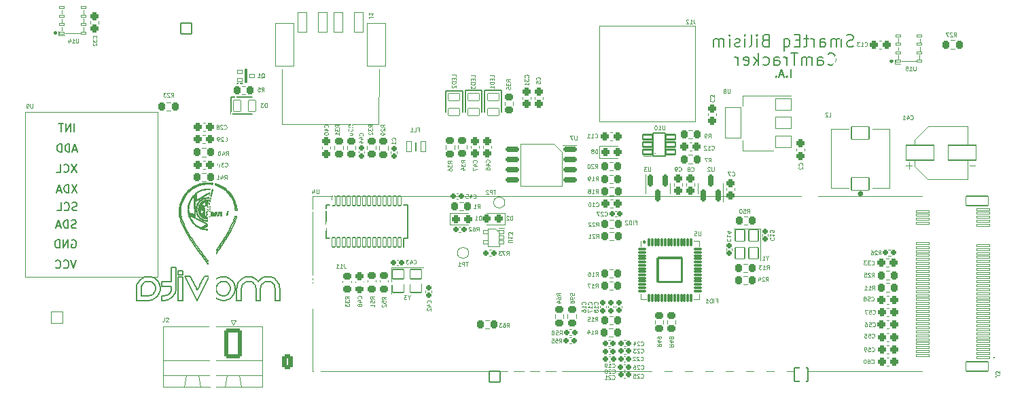
<source format=gbo>
G04 #@! TF.GenerationSoftware,KiCad,Pcbnew,8.0.0-rc1*
G04 #@! TF.CreationDate,2024-01-27T15:59:42+03:00*
G04 #@! TF.ProjectId,RP2040_minimal,52503230-3430-45f6-9d69-6e696d616c2e,REV1*
G04 #@! TF.SameCoordinates,Original*
G04 #@! TF.FileFunction,Legend,Bot*
G04 #@! TF.FilePolarity,Positive*
%FSLAX46Y46*%
G04 Gerber Fmt 4.6, Leading zero omitted, Abs format (unit mm)*
G04 Created by KiCad (PCBNEW 8.0.0-rc1) date 2024-01-27 15:59:42*
%MOMM*%
%LPD*%
G01*
G04 APERTURE LIST*
G04 Aperture macros list*
%AMRoundRect*
0 Rectangle with rounded corners*
0 $1 Rounding radius*
0 $2 $3 $4 $5 $6 $7 $8 $9 X,Y pos of 4 corners*
0 Add a 4 corners polygon primitive as box body*
4,1,4,$2,$3,$4,$5,$6,$7,$8,$9,$2,$3,0*
0 Add four circle primitives for the rounded corners*
1,1,$1+$1,$2,$3*
1,1,$1+$1,$4,$5*
1,1,$1+$1,$6,$7*
1,1,$1+$1,$8,$9*
0 Add four rect primitives between the rounded corners*
20,1,$1+$1,$2,$3,$4,$5,0*
20,1,$1+$1,$4,$5,$6,$7,0*
20,1,$1+$1,$6,$7,$8,$9,0*
20,1,$1+$1,$8,$9,$2,$3,0*%
%AMFreePoly0*
4,1,113,0.349950,3.131428,0.355633,3.130787,0.698358,3.072556,0.703934,3.071284,1.037984,2.975045,1.043382,2.973156,1.364557,2.840121,1.369710,2.837639,1.673969,2.669481,1.678811,2.666439,1.962330,2.465272,1.966802,2.461706,2.226015,2.230059,2.230059,2.226015,2.461706,1.966802,2.465272,1.962330,2.666439,1.678811,2.669481,1.673969,2.837639,1.369710,2.840121,1.364557,
2.973156,1.043382,2.975045,1.037984,3.071284,0.703934,3.072556,0.698358,3.130787,0.355633,3.131428,0.349950,3.150920,0.002860,3.150920,-0.002860,3.131428,-0.349950,3.130787,-0.355633,3.072556,-0.698358,3.071284,-0.703934,2.975045,-1.037984,2.973156,-1.043382,2.840121,-1.364557,2.837639,-1.369710,2.669481,-1.673969,2.666439,-1.678811,2.465272,-1.962330,2.461706,-1.966802,
2.230059,-2.226015,2.226015,-2.230059,1.966802,-2.461706,1.962330,-2.465272,1.678811,-2.666439,1.673969,-2.669481,1.369710,-2.837639,1.364557,-2.840121,1.043382,-2.973156,1.037984,-2.975045,0.703934,-3.071284,0.698358,-3.072556,0.355633,-3.130787,0.349950,-3.131428,0.002860,-3.150920,-0.002860,-3.150920,-0.349950,-3.131428,-0.355633,-3.130787,-0.698358,-3.072556,-0.703934,-3.071284,
-1.037984,-2.975045,-1.043382,-2.973156,-1.364557,-2.840121,-1.369710,-2.837639,-1.673969,-2.669481,-1.678811,-2.666439,-1.962330,-2.465272,-1.966802,-2.461706,-2.226015,-2.230059,-2.230059,-2.226015,-2.461706,-1.966802,-2.465272,-1.962330,-2.666439,-1.678811,-2.669481,-1.673969,-2.837639,-1.369710,-2.840121,-1.364557,-2.973156,-1.043382,-2.975045,-1.037984,-3.071284,-0.703934,-3.072556,-0.698358,
-3.130787,-0.355633,-3.131428,-0.349950,-3.150920,-0.002860,-3.150920,0.002860,-3.131428,0.349950,-3.130787,0.355633,-3.072556,0.698358,-3.071284,0.703934,-2.975045,1.037984,-2.973156,1.043382,-2.840121,1.364557,-2.837639,1.369710,-2.669481,1.673969,-2.666439,1.678811,-2.465272,1.962330,-2.461706,1.966802,-2.230059,2.226015,-2.226015,2.230059,-1.966802,2.461706,-1.962330,2.465272,
-1.678811,2.666439,-1.673969,2.669481,-1.369710,2.837639,-1.364557,2.840121,-1.043382,2.973156,-1.037984,2.975045,-0.703934,3.071284,-0.698358,3.072556,-0.355633,3.130787,-0.349950,3.131428,-0.002860,3.150920,0.002860,3.150920,0.349950,3.131428,0.349950,3.131428,$1*%
G04 Aperture macros list end*
%ADD10C,0.150000*%
%ADD11C,0.200000*%
%ADD12C,0.100000*%
%ADD13C,0.120000*%
%ADD14C,0.071780*%
%ADD15C,0.400000*%
%ADD16C,0.500000*%
%ADD17C,0.152400*%
%ADD18C,3.302000*%
%ADD19RoundRect,0.051000X-0.750000X-0.750000X0.750000X-0.750000X0.750000X0.750000X-0.750000X0.750000X0*%
%ADD20C,1.602000*%
%ADD21RoundRect,0.051000X-0.850000X0.850000X-0.850000X-0.850000X0.850000X-0.850000X0.850000X0.850000X0*%
%ADD22O,1.802000X1.802000*%
%ADD23C,1.102000*%
%ADD24RoundRect,0.051000X0.675000X-0.675000X0.675000X0.675000X-0.675000X0.675000X-0.675000X-0.675000X0*%
%ADD25O,1.452000X1.452000*%
%ADD26FreePoly0,270.000000*%
%ADD27RoundRect,0.271250X-0.379750X-0.654750X0.379750X-0.654750X0.379750X0.654750X-0.379750X0.654750X0*%
%ADD28O,1.302000X1.852000*%
%ADD29RoundRect,0.244250X-0.244250X-0.281750X0.244250X-0.281750X0.244250X0.281750X-0.244250X0.281750X0*%
%ADD30RoundRect,0.225500X-0.300500X0.225500X-0.300500X-0.225500X0.300500X-0.225500X0.300500X0.225500X0*%
%ADD31RoundRect,0.250500X0.275500X-0.250500X0.275500X0.250500X-0.275500X0.250500X-0.275500X-0.250500X0*%
%ADD32RoundRect,0.250500X0.250500X0.275500X-0.250500X0.275500X-0.250500X-0.275500X0.250500X-0.275500X0*%
%ADD33RoundRect,0.165500X-0.165500X-0.195500X0.165500X-0.195500X0.165500X0.195500X-0.165500X0.195500X0*%
%ADD34RoundRect,0.250500X-0.250500X-0.275500X0.250500X-0.275500X0.250500X0.275500X-0.250500X0.275500X0*%
%ADD35RoundRect,0.225500X0.300500X-0.225500X0.300500X0.225500X-0.300500X0.225500X-0.300500X-0.225500X0*%
%ADD36RoundRect,0.165500X0.165500X0.195500X-0.165500X0.195500X-0.165500X-0.195500X0.165500X-0.195500X0*%
%ADD37RoundRect,0.225500X0.225500X0.300500X-0.225500X0.300500X-0.225500X-0.300500X0.225500X-0.300500X0*%
%ADD38RoundRect,0.051000X0.775000X-0.150000X0.775000X0.150000X-0.775000X0.150000X-0.775000X-0.150000X0*%
%ADD39C,1.852000*%
%ADD40C,2.552000*%
%ADD41RoundRect,0.051000X1.375000X-0.600000X1.375000X0.600000X-1.375000X0.600000X-1.375000X-0.600000X0*%
%ADD42RoundRect,0.225500X-0.225500X-0.300500X0.225500X-0.300500X0.225500X0.300500X-0.225500X0.300500X0*%
%ADD43C,1.000000*%
%ADD44RoundRect,0.051000X0.200000X-0.600000X0.200000X0.600000X-0.200000X0.600000X-0.200000X-0.600000X0*%
%ADD45RoundRect,0.051000X-0.700000X0.450000X-0.700000X-0.450000X0.700000X-0.450000X0.700000X0.450000X0*%
%ADD46RoundRect,0.051000X-1.750000X0.925000X-1.750000X-0.925000X1.750000X-0.925000X1.750000X0.925000X0*%
%ADD47RoundRect,0.051000X0.300000X0.625000X-0.300000X0.625000X-0.300000X-0.625000X0.300000X-0.625000X0*%
%ADD48RoundRect,0.075500X-0.075500X0.413000X-0.075500X-0.413000X0.075500X-0.413000X0.075500X0.413000X0*%
%ADD49RoundRect,0.075500X-0.413000X0.075500X-0.413000X-0.075500X0.413000X-0.075500X0.413000X0.075500X0*%
%ADD50RoundRect,0.148590X-1.502410X1.502410X-1.502410X-1.502410X1.502410X-1.502410X1.502410X1.502410X0*%
%ADD51RoundRect,0.250500X-0.275500X0.250500X-0.275500X-0.250500X0.275500X-0.250500X0.275500X0.250500X0*%
%ADD52RoundRect,0.165500X0.195500X-0.165500X0.195500X0.165500X-0.195500X0.165500X-0.195500X-0.165500X0*%
%ADD53RoundRect,0.051000X-0.320000X0.235000X-0.320000X-0.235000X0.320000X-0.235000X0.320000X0.235000X0*%
%ADD54RoundRect,0.051000X-0.700000X-0.600000X0.700000X-0.600000X0.700000X0.600000X-0.700000X0.600000X0*%
%ADD55RoundRect,0.175500X-0.175500X0.613000X-0.175500X-0.613000X0.175500X-0.613000X0.175500X0.613000X0*%
%ADD56O,5.102000X5.102000*%
%ADD57RoundRect,0.051000X1.100000X-0.800000X1.100000X0.800000X-1.100000X0.800000X-1.100000X-0.800000X0*%
%ADD58RoundRect,0.051000X-0.600000X0.700000X-0.600000X-0.700000X0.600000X-0.700000X0.600000X0.700000X0*%
%ADD59RoundRect,0.165500X-0.195500X0.165500X-0.195500X-0.165500X0.195500X-0.165500X0.195500X0.165500X0*%
%ADD60RoundRect,0.102000X0.571500X-0.304800X0.571500X0.304800X-0.571500X0.304800X-0.571500X-0.304800X0*%
%ADD61RoundRect,0.160500X0.160500X0.210500X-0.160500X0.210500X-0.160500X-0.210500X0.160500X-0.210500X0*%
%ADD62RoundRect,0.051000X0.325000X0.200000X-0.325000X0.200000X-0.325000X-0.200000X0.325000X-0.200000X0*%
%ADD63RoundRect,0.175500X0.175500X-0.613000X0.175500X0.613000X-0.175500X0.613000X-0.175500X-0.613000X0*%
%ADD64RoundRect,0.051000X-0.275000X-0.150000X0.275000X-0.150000X0.275000X0.150000X-0.275000X0.150000X0*%
%ADD65RoundRect,0.051000X1.000000X0.750000X-1.000000X0.750000X-1.000000X-0.750000X1.000000X-0.750000X0*%
%ADD66RoundRect,0.051000X1.000000X1.900000X-1.000000X1.900000X-1.000000X-1.900000X1.000000X-1.900000X0*%
%ADD67C,1.626000*%
%ADD68RoundRect,0.262259X0.828741X1.588741X-0.828741X1.588741X-0.828741X-1.588741X0.828741X-1.588741X0*%
%ADD69O,2.182000X3.702000*%
%ADD70RoundRect,0.051000X-0.450000X-0.700000X0.450000X-0.700000X0.450000X0.700000X-0.450000X0.700000X0*%
%ADD71C,1.402000*%
%ADD72RoundRect,0.051000X-0.550000X1.250000X-0.550000X-1.250000X0.550000X-1.250000X0.550000X1.250000X0*%
%ADD73RoundRect,0.051000X-1.150000X2.650000X-1.150000X-2.650000X1.150000X-2.650000X1.150000X2.650000X0*%
%ADD74RoundRect,0.160500X-0.160500X-0.210500X0.160500X-0.210500X0.160500X0.210500X-0.160500X0.210500X0*%
%ADD75RoundRect,0.244250X0.244250X0.281750X-0.244250X0.281750X-0.244250X-0.281750X0.244250X-0.281750X0*%
%ADD76RoundRect,0.175500X0.675500X0.175500X-0.675500X0.175500X-0.675500X-0.175500X0.675500X-0.175500X0*%
G04 APERTURE END LIST*
D10*
X133831681Y-110581533D02*
G75*
G02*
X133753681Y-110581533I-39000J0D01*
G01*
X133753681Y-110581533D02*
G75*
G02*
X133831681Y-110581533I39000J0D01*
G01*
X135089198Y-110315978D02*
X135098983Y-110346095D01*
X130101619Y-117849027D02*
X130101619Y-120516708D01*
X135774118Y-112410333D02*
X135877593Y-112299705D01*
X135975081Y-112182296D01*
X136066199Y-112058158D01*
X136150566Y-111927347D01*
X136195597Y-111849623D01*
X139495011Y-119694680D02*
X139629029Y-119765419D01*
X139755737Y-119863667D01*
X139778984Y-119886091D01*
X132736727Y-120721408D02*
X132665150Y-120583188D01*
X132593967Y-120445980D01*
X132516987Y-120297791D01*
X132508971Y-120282370D01*
X134105479Y-113142529D02*
X134257523Y-113135665D01*
X134407209Y-113120125D01*
X134602479Y-113086351D01*
X134792017Y-113038216D01*
X134974942Y-112976329D01*
X135150377Y-112901297D01*
X135317440Y-112813728D01*
X135475254Y-112714230D01*
X135550417Y-112660198D01*
X132254804Y-119790469D02*
X132185789Y-119655869D01*
X132112791Y-119513095D01*
X132043622Y-119377473D01*
X132023610Y-119338184D01*
X134890853Y-108240705D02*
X134052711Y-108737367D01*
X137597553Y-111669680D02*
X137548813Y-111850262D01*
X137493171Y-112028139D01*
X137431305Y-112203552D01*
X137363894Y-112376741D01*
X137291615Y-112547946D01*
X137215148Y-112717411D01*
X137135169Y-112885374D01*
X137052359Y-113052077D01*
X143004590Y-120516708D02*
X142997371Y-120364276D01*
X142971981Y-120199165D01*
X142928284Y-120040809D01*
X142888972Y-119938995D01*
X137418122Y-111586081D02*
X137371703Y-111758064D01*
X137318711Y-111927471D01*
X137259791Y-112094530D01*
X137195590Y-112259472D01*
X137126753Y-112422526D01*
X137053927Y-112583920D01*
X136977757Y-112743885D01*
X136898890Y-112902650D01*
X128965813Y-121345485D02*
X128817683Y-121392820D01*
X128661825Y-121413655D01*
X128615899Y-121414738D01*
X135098983Y-110346095D02*
X134484284Y-110545822D01*
X132614119Y-108655724D02*
X132620232Y-108825590D01*
X132626767Y-109007183D01*
X132632792Y-109174618D01*
X132638673Y-109338033D01*
X132644652Y-109504189D01*
X132645464Y-109526747D01*
X133614971Y-119024448D02*
X133541961Y-119165158D01*
X133468492Y-119306351D01*
X133403731Y-119430536D01*
X134129033Y-110367419D02*
G75*
G02*
X134021033Y-110367419I-54000J0D01*
G01*
X134021033Y-110367419D02*
G75*
G02*
X134129033Y-110367419I54000J0D01*
G01*
X133853010Y-111023804D02*
X133473105Y-111546698D01*
X136546796Y-121900099D02*
X136693585Y-121828085D01*
X136829412Y-121741932D01*
X136954276Y-121641644D01*
X137018909Y-121579823D01*
X135040218Y-110184542D02*
X134298713Y-110369419D01*
X135269647Y-110668788D02*
G75*
G02*
X132892771Y-110668788I-1188438J0D01*
G01*
X132892771Y-110668788D02*
G75*
G02*
X135269647Y-110668788I1188438J0D01*
G01*
X134118819Y-110277442D02*
X134027153Y-110277442D01*
X140627547Y-120516708D02*
X140640807Y-120359436D01*
X140680573Y-120210888D01*
X140696801Y-120170063D01*
X135099952Y-110567611D02*
G75*
G02*
X134853908Y-111324887I-1071752J-70389D01*
G01*
X141525578Y-119037695D02*
X141366741Y-119045429D01*
X141213923Y-119068641D01*
X141067123Y-119107340D01*
X140926341Y-119161536D01*
X140848596Y-119199468D01*
X132002458Y-111959200D02*
X132084424Y-112087442D01*
X132172725Y-112209304D01*
X132299609Y-112361526D01*
X132436064Y-112501603D01*
X132581123Y-112629078D01*
X132733820Y-112743493D01*
X132893189Y-112844389D01*
X133058263Y-112931311D01*
X133142638Y-112969388D01*
X140696801Y-120170063D02*
X140767561Y-120036151D01*
X140865820Y-119909378D01*
X140888254Y-119886091D01*
X135143576Y-120879911D02*
X135096240Y-120731710D01*
X135075405Y-120575916D01*
X135074323Y-120529997D01*
X135519072Y-111789175D02*
X135365255Y-111882404D01*
X135219244Y-111970903D01*
X135056432Y-112069586D01*
X134885337Y-112173289D01*
X134714481Y-112276847D01*
X134552383Y-112375096D01*
X134407566Y-112462871D01*
X134256083Y-112554687D01*
X134159040Y-112613507D01*
X133207873Y-110144066D02*
X133808840Y-110293904D01*
X134298713Y-110369419D02*
X134245405Y-109607076D01*
X134208739Y-108841559D02*
X135047158Y-108316416D01*
X135721404Y-112536323D02*
X135710354Y-111562140D01*
X125588411Y-119470152D02*
X125481910Y-119588678D01*
X125388981Y-119717623D01*
X125309608Y-119857022D01*
X125271363Y-119938995D01*
X131191731Y-119024448D02*
X131858526Y-119024448D01*
X142888972Y-119938995D02*
X142817235Y-119793774D01*
X142731905Y-119659026D01*
X142632974Y-119534715D01*
X142572134Y-119470152D01*
X128325387Y-120219656D02*
X128325387Y-119631966D01*
X131727608Y-111313834D02*
X131771676Y-111458759D01*
X131824612Y-111601891D01*
X131886559Y-111742870D01*
X131957661Y-111881339D01*
X132002458Y-111959200D01*
X134890853Y-108240705D02*
X134739954Y-108196456D01*
X134585668Y-108161243D01*
X134428265Y-108135413D01*
X134268016Y-108119311D01*
X134105192Y-108113284D01*
X134050393Y-108113574D01*
X133273683Y-113075216D02*
X134111825Y-112578555D01*
X135221209Y-110668788D02*
G75*
G02*
X132941209Y-110668788I-1140000J0D01*
G01*
X132941209Y-110668788D02*
G75*
G02*
X135221209Y-110668788I1140000J0D01*
G01*
X132023610Y-119338184D02*
X131950946Y-119196515D01*
X131878235Y-119059948D01*
X131858526Y-119024448D01*
X133207873Y-110144066D02*
G75*
G02*
X133852046Y-109676054I908427J-573034D01*
G01*
X129513930Y-117849027D02*
X130101619Y-117849027D01*
X134050393Y-108113574D02*
X133891810Y-108120933D01*
X133735812Y-108137724D01*
X133582821Y-108163658D01*
X133433257Y-108198441D01*
X133287543Y-108241783D01*
X133146100Y-108293393D01*
X132964881Y-108374563D01*
X132793002Y-108469222D01*
X132631463Y-108576679D01*
X132554883Y-108634992D01*
X135710354Y-111562140D02*
X135673930Y-109852650D01*
X133614971Y-119024448D02*
X134275393Y-119024448D01*
X134348332Y-110995524D02*
X134728237Y-111518419D01*
X136800962Y-120183311D02*
X136848435Y-120329350D01*
X136869300Y-120484164D01*
X136870383Y-120529997D01*
X134602041Y-119952242D02*
X134546259Y-120106018D01*
X134508727Y-120266652D01*
X134489451Y-120434075D01*
X134486633Y-120529997D01*
X135714074Y-109606394D02*
X135846359Y-109680781D01*
X135982011Y-109757061D01*
X136137599Y-109844552D01*
X136293321Y-109932118D01*
X136429373Y-110008624D01*
X136473851Y-110033635D01*
X137157122Y-109457462D02*
X137241909Y-109648506D01*
X137315836Y-109841311D01*
X137378343Y-110035877D01*
X137428868Y-110232204D01*
X137466851Y-110430292D01*
X137491731Y-110630141D01*
X137502948Y-110831753D01*
X137499941Y-111035128D01*
X137482150Y-111240266D01*
X137449014Y-111447167D01*
X137418122Y-111586081D01*
X128005069Y-121091150D02*
X128060983Y-120936296D01*
X128098575Y-120776198D01*
X128117867Y-120610845D01*
X128120687Y-120516708D01*
X133316498Y-111349444D02*
X133644711Y-110824194D01*
X132441069Y-108813746D02*
X132452119Y-109787928D01*
X134114143Y-113202348D02*
X134272725Y-113194988D01*
X134428723Y-113178197D01*
X134581714Y-113152263D01*
X134731277Y-113117480D01*
X134876991Y-113074138D01*
X135018434Y-113022528D01*
X135199654Y-112941358D01*
X135371533Y-112846699D01*
X135533072Y-112739242D01*
X135609653Y-112680930D01*
X130854723Y-112464758D02*
X130774088Y-112268290D01*
X130702175Y-112070853D01*
X130639791Y-111872257D01*
X130587744Y-111672312D01*
X130546839Y-111470829D01*
X130517884Y-111267619D01*
X130501686Y-111062491D01*
X130499052Y-110855257D01*
X130510789Y-110645727D01*
X130537702Y-110433710D01*
X130564476Y-110290892D01*
X134245405Y-109607077D02*
G75*
G02*
X135040223Y-110184539I-163905J-1061323D01*
G01*
X136898890Y-112902650D02*
X136794179Y-113105921D01*
X136686592Y-113307301D01*
X136576260Y-113506875D01*
X136463316Y-113704728D01*
X136347893Y-113900947D01*
X136230123Y-114095617D01*
X136110139Y-114288823D01*
X135988073Y-114480653D01*
X135864057Y-114671191D01*
X135738225Y-114860523D01*
X135610708Y-115048735D01*
X135481640Y-115235913D01*
X135351153Y-115422143D01*
X135219378Y-115607510D01*
X135086450Y-115792100D01*
X134952500Y-115976000D01*
X134465023Y-110583625D02*
X134436697Y-110496445D01*
X142100020Y-119153145D02*
X141945119Y-119097336D01*
X141784985Y-119059793D01*
X141619656Y-119040513D01*
X141525578Y-119037695D01*
X131644855Y-111205187D02*
X132494047Y-111682709D01*
X130359391Y-118282615D02*
X130940541Y-118282615D01*
X134027153Y-109571109D02*
X134118819Y-109571109D01*
X142416859Y-122002470D02*
X142416859Y-120516708D01*
X143004590Y-122002470D02*
X142416859Y-122002470D01*
X140627547Y-122002470D02*
X140039816Y-122002470D01*
X130359391Y-119037695D02*
X130940541Y-119037695D01*
X135972353Y-121428027D02*
X135814287Y-121414763D01*
X135663810Y-121374973D01*
X135622229Y-121358732D01*
X128325387Y-122002470D02*
X128325387Y-121414738D01*
X133673051Y-110561464D02*
X133058352Y-110361736D01*
X135622229Y-121358732D02*
X135486120Y-121287908D01*
X135366272Y-121196894D01*
X135335029Y-121167153D01*
X134841881Y-111418867D02*
X134436914Y-110770785D01*
X134728237Y-111518419D02*
X134702618Y-111537031D01*
X133917013Y-109607076D02*
X133863705Y-110369419D01*
X134922359Y-119483440D02*
X134814296Y-119601947D01*
X134720299Y-119730891D01*
X134640368Y-119870283D01*
X134602041Y-119952242D01*
X133473105Y-111546698D02*
X133447486Y-111528085D01*
X135764231Y-111538726D02*
X135765952Y-111690481D01*
X135767717Y-111846100D01*
X135769742Y-112024589D01*
X135771768Y-112203231D01*
X135773539Y-112359308D01*
X135774118Y-112410333D01*
X134322713Y-111014137D02*
X134348332Y-110995524D01*
X131910740Y-109478040D02*
X131837821Y-109619056D01*
X131774365Y-109762549D01*
X131720328Y-109908010D01*
X131675669Y-110054928D01*
X131640348Y-110202791D01*
X131614322Y-110351089D01*
X131594007Y-110548614D01*
X131590045Y-110744795D01*
X131602336Y-110938421D01*
X131614546Y-111033898D01*
X133948064Y-110916231D02*
G75*
G02*
X133870064Y-110916231I-39000J0D01*
G01*
X133870064Y-110916231D02*
G75*
G02*
X133948064Y-110916231I39000J0D01*
G01*
X137018909Y-119483440D02*
X136900134Y-119376939D01*
X136770398Y-119284010D01*
X136629699Y-119204637D01*
X136546796Y-119166392D01*
X134187809Y-110668788D02*
G75*
G02*
X133974609Y-110668788I-106600J0D01*
G01*
X133974609Y-110668788D02*
G75*
G02*
X134187809Y-110668788I106600J0D01*
G01*
X134094123Y-111038603D02*
X134585344Y-111624017D01*
X139148367Y-119625427D02*
X139305761Y-119638673D01*
X139454240Y-119678440D01*
X139495011Y-119694680D01*
X136500355Y-110357104D02*
X136350188Y-110277464D01*
X136189657Y-110192327D01*
X136041642Y-110113828D01*
X135897180Y-110037213D01*
X135750295Y-109959313D01*
X135730354Y-109948738D01*
X136870383Y-120529997D02*
X136857109Y-120687976D01*
X136817244Y-120838338D01*
X136800962Y-120879911D01*
X135335029Y-121167153D02*
X135238271Y-121052072D01*
X135161727Y-120920510D01*
X135143576Y-120879911D01*
X134353578Y-110293904D02*
X134954547Y-110144066D01*
X137778223Y-119938995D02*
X137722382Y-120092843D01*
X137684771Y-120253451D01*
X137665434Y-120420813D01*
X137662605Y-120516708D01*
X130359391Y-118842637D02*
X130359391Y-118282615D01*
X130359391Y-122002470D02*
X130359391Y-119037695D01*
X135550417Y-112660198D02*
X135544303Y-112490330D01*
X135537768Y-112308737D01*
X135531743Y-112141302D01*
X135525862Y-111977888D01*
X135519883Y-111811732D01*
X135519072Y-111789175D01*
X133058352Y-110361736D02*
X133068137Y-110331620D01*
X131954986Y-111996613D02*
X132040650Y-112130270D01*
X132133191Y-112256972D01*
X132232145Y-112376499D01*
X132337050Y-112488633D01*
X132447443Y-112593154D01*
X132562859Y-112689843D01*
X132723764Y-112806198D01*
X132891681Y-112907720D01*
X133065511Y-112993889D01*
X133154302Y-113031054D01*
X129444634Y-120866664D02*
X129373811Y-121002965D01*
X129282797Y-121122682D01*
X129253056Y-121153864D01*
X134755386Y-108258049D02*
X134607842Y-108223750D01*
X134457418Y-108198027D01*
X134304353Y-108181185D01*
X134148884Y-108173528D01*
X134059057Y-108173393D01*
X127209410Y-121886852D02*
X127356548Y-121814841D01*
X127493188Y-121728707D01*
X127619296Y-121628472D01*
X127684793Y-121566701D01*
X136199001Y-109388269D02*
X136117034Y-109260026D01*
X136028734Y-109138164D01*
X135901850Y-108985942D01*
X135765395Y-108845865D01*
X135620336Y-108718390D01*
X135467639Y-108603976D01*
X135308270Y-108503079D01*
X135143196Y-108416158D01*
X135058822Y-108378082D01*
X132488543Y-111497419D02*
X131614546Y-111033898D01*
X127684793Y-119470152D02*
X127564551Y-119363658D01*
X127433758Y-119270746D01*
X127292447Y-119191387D01*
X127209410Y-119153145D01*
X134280809Y-111007500D02*
X134354969Y-110953620D01*
X136556605Y-110142282D02*
X135707413Y-109664760D01*
X137335748Y-121104439D02*
X137391661Y-120949567D01*
X137429253Y-120789474D01*
X137448546Y-120624132D01*
X137451366Y-120529997D01*
X132452119Y-109787928D02*
X132488543Y-111497419D01*
X143004590Y-120516708D02*
X143004590Y-122002470D01*
X126004351Y-119886091D02*
X126127655Y-119783215D01*
X126258324Y-119708128D01*
X126288281Y-119694680D01*
X135143576Y-120183311D02*
X135214336Y-120049419D01*
X135312595Y-119922657D01*
X135335029Y-119899380D01*
X133122201Y-110184542D02*
G75*
G02*
X133917007Y-109607037I958999J-484158D01*
G01*
X135058822Y-108378082D02*
X134914768Y-108468309D01*
X134760772Y-108564765D01*
X134618782Y-108653700D01*
X134480201Y-108740500D01*
X134339295Y-108828757D01*
X134320166Y-108840739D01*
X133479742Y-111588602D02*
X133405582Y-111534722D01*
X140888254Y-119886091D02*
X141003440Y-119789354D01*
X141134911Y-119712818D01*
X141175454Y-119694680D01*
X136195597Y-111849623D02*
X136265675Y-111714516D01*
X136327059Y-111577115D01*
X136395445Y-111391118D01*
X136448528Y-111202906D01*
X136486395Y-111013544D01*
X136509133Y-110824097D01*
X136516827Y-110635631D01*
X136509566Y-110449212D01*
X136500355Y-110357104D01*
X134320166Y-108840739D02*
X134477813Y-108927332D01*
X134627461Y-109009532D01*
X134794329Y-109101190D01*
X134969685Y-109197511D01*
X135144797Y-109293698D01*
X135310932Y-109384953D01*
X135459356Y-109466481D01*
X135614613Y-109551761D01*
X135714074Y-109606394D01*
X134436914Y-110770785D02*
X135145472Y-110484509D01*
X126984881Y-119694680D02*
X127121200Y-119765419D01*
X127240940Y-119856397D01*
X127272124Y-119886091D01*
X135707413Y-109664760D02*
X134208739Y-108841559D01*
X138250337Y-120516708D02*
X138250337Y-122002470D01*
X133602902Y-111624017D02*
X134094123Y-111038603D01*
X130940541Y-119037695D02*
X130940541Y-122002470D01*
X138570613Y-119153145D02*
X138425145Y-119224986D01*
X138289612Y-119310366D01*
X138164018Y-119409310D01*
X138098541Y-119470152D01*
X133692312Y-110599266D02*
X133020550Y-110380997D01*
X125271363Y-119938995D02*
X125215554Y-120092843D01*
X125178010Y-120253451D01*
X125158731Y-120420813D01*
X125155913Y-120516708D01*
X141525578Y-119625427D02*
X141682918Y-119638673D01*
X141831403Y-119678440D01*
X141872222Y-119694680D01*
X134602041Y-121104439D02*
X134674156Y-121251549D01*
X134760339Y-121388149D01*
X134860587Y-121514270D01*
X134922359Y-121579823D01*
X127684793Y-121566701D02*
X127792931Y-121446361D01*
X127886938Y-121315530D01*
X127966807Y-121174203D01*
X128005069Y-121091150D01*
X140039816Y-122002470D02*
X140039816Y-120516708D01*
X140848596Y-119199468D02*
X140719191Y-119275806D01*
X140583291Y-119376535D01*
X140460159Y-119491684D01*
X140349771Y-119621287D01*
X140336868Y-119638506D01*
X139970395Y-120170063D02*
X140017885Y-120316099D01*
X140038734Y-120470889D01*
X140039816Y-120516708D01*
X126057213Y-119153145D02*
X125912011Y-119224986D01*
X125777264Y-119310366D01*
X125652960Y-119409310D01*
X125588411Y-119470152D01*
X134436697Y-110496445D02*
X135108459Y-110278176D01*
X129665725Y-121566701D02*
X129773863Y-121446361D01*
X129867870Y-121315530D01*
X129947739Y-121174203D01*
X129986001Y-121091150D01*
X134492243Y-111606405D02*
G75*
G02*
X133695997Y-111606421I-398143J997505D01*
G01*
X130940541Y-118282615D02*
X130940541Y-118842637D01*
X134702618Y-111537031D02*
X134322713Y-111014137D01*
X134695981Y-111578935D02*
X134280809Y-111007500D01*
X133165956Y-119892798D02*
X133092088Y-120037683D01*
X133018803Y-120179368D01*
X132946091Y-120317824D01*
X132931618Y-120345125D01*
X137451366Y-120529997D02*
X137444147Y-120377517D01*
X137418757Y-120212349D01*
X137375060Y-120053994D01*
X137335748Y-119952242D01*
X126634967Y-122002470D02*
X126784800Y-121995251D01*
X126948390Y-121969861D01*
X127106740Y-121926164D01*
X127209410Y-121886852D01*
X134171209Y-110668788D02*
G75*
G02*
X133991209Y-110668788I-90000J0D01*
G01*
X133991209Y-110668788D02*
G75*
G02*
X134171209Y-110668788I90000J0D01*
G01*
X126288281Y-119694680D02*
X126434321Y-119647327D01*
X126589134Y-119626507D01*
X126634967Y-119625427D01*
X132441069Y-108813746D02*
X132327299Y-108922302D01*
X132219660Y-109038312D01*
X132118589Y-109161712D01*
X132024520Y-109292441D01*
X131937889Y-109430437D01*
X131910740Y-109478040D01*
X134022054Y-117393076D02*
X133913947Y-117245545D01*
X133805550Y-117098219D01*
X133696936Y-116951041D01*
X133588184Y-116803959D01*
X133479367Y-116656919D01*
X133370563Y-116509866D01*
X133261847Y-116362748D01*
X133153295Y-116215511D01*
X133044983Y-116068100D01*
X132936986Y-115920462D01*
X132829382Y-115772543D01*
X132722244Y-115624290D01*
X132615651Y-115475648D01*
X132509676Y-115326564D01*
X132404397Y-115176984D01*
X132299889Y-115026855D01*
X142572134Y-119470152D02*
X142453341Y-119363658D01*
X142323609Y-119270746D01*
X142182920Y-119191387D01*
X142100020Y-119153145D01*
X135563488Y-110668788D02*
G75*
G02*
X132598930Y-110668788I-1482279J0D01*
G01*
X132598930Y-110668788D02*
G75*
G02*
X135563488Y-110668788I1482279J0D01*
G01*
X129513930Y-120516708D02*
X129500666Y-120674776D01*
X129460875Y-120825139D01*
X129444634Y-120866664D01*
X133048876Y-110293817D02*
X133720639Y-110512086D01*
X135972353Y-119050816D02*
X135819806Y-119058051D01*
X135654645Y-119083468D01*
X135496285Y-119127145D01*
X135394473Y-119166392D01*
X133827391Y-111005191D02*
X133853010Y-111023804D01*
X135394473Y-121900099D02*
X135548318Y-121956012D01*
X135708941Y-121993604D01*
X135876377Y-122012897D01*
X135972353Y-122015717D01*
X138098541Y-119470152D02*
X137990477Y-119588678D01*
X137896480Y-119717623D01*
X137816550Y-119857022D01*
X137778223Y-119938995D01*
X133820754Y-110963287D02*
X133894914Y-111017167D01*
X140627547Y-120516708D02*
X140627547Y-122002470D01*
X135972353Y-122015717D02*
X136140549Y-122006580D01*
X136303574Y-121979157D01*
X136461388Y-121933425D01*
X136546796Y-121900099D01*
X134585344Y-111624016D02*
G75*
G02*
X133602902Y-111624016I-491221J955449D01*
G01*
X138511169Y-119886091D02*
X138626335Y-119789354D01*
X138757820Y-119712818D01*
X138798411Y-119694680D01*
X127463702Y-120170063D02*
X127511072Y-120316099D01*
X127531915Y-120470889D01*
X127532998Y-120516708D01*
X132372728Y-114783391D02*
X132273774Y-114638885D01*
X132176285Y-114493427D01*
X132080317Y-114346993D01*
X131985924Y-114199558D01*
X131893163Y-114051096D01*
X131802089Y-113901585D01*
X131712758Y-113750998D01*
X131625225Y-113599313D01*
X131539546Y-113446503D01*
X131455777Y-113292544D01*
X131373973Y-113137413D01*
X131294190Y-112981084D01*
X131216483Y-112823532D01*
X131140909Y-112664734D01*
X131067523Y-112504664D01*
X130996380Y-112343299D01*
X134492243Y-111606406D02*
X134094123Y-111131945D01*
X135574075Y-111692266D02*
X135609653Y-112680930D01*
X133068137Y-110331620D02*
X133682836Y-110531347D01*
X130359391Y-119037695D02*
X130940541Y-119037695D01*
X133992721Y-112505910D02*
X133154302Y-113031054D01*
X128325387Y-119631966D02*
X129513930Y-119631966D01*
X136322309Y-121358732D02*
X136174051Y-121406101D01*
X136018238Y-121426944D01*
X135972353Y-121428027D01*
X133316499Y-111349444D02*
G75*
G02*
X133070481Y-110592177I826001J686944D01*
G01*
X138250337Y-120516708D02*
X138263610Y-120359436D01*
X138303475Y-120210888D01*
X138319758Y-120170063D01*
X134310373Y-109676048D02*
X134353578Y-110293904D01*
X137662605Y-122002470D02*
X137662605Y-120516708D01*
X134474499Y-110515706D02*
X135089198Y-110315978D01*
X132388355Y-108939736D02*
X132284879Y-109050362D01*
X132187391Y-109167772D01*
X132096273Y-109291909D01*
X132011906Y-109422721D01*
X131966876Y-109500446D01*
X137018909Y-121579823D02*
X137125405Y-121459507D01*
X137218301Y-121328733D01*
X137297586Y-121187466D01*
X137335748Y-121104439D01*
X130564476Y-110290892D02*
X130635180Y-110010356D01*
X130726023Y-109738773D01*
X130836069Y-109477070D01*
X130964381Y-109226178D01*
X131110024Y-108987024D01*
X131272059Y-108760538D01*
X131449552Y-108547649D01*
X131641565Y-108349286D01*
X131847163Y-108166377D01*
X132065408Y-107999852D01*
X132295365Y-107850639D01*
X132536097Y-107719667D01*
X132786667Y-107607866D01*
X133046140Y-107516164D01*
X133313578Y-107445491D01*
X133588046Y-107396775D01*
X134059057Y-108173393D02*
X133907012Y-108180256D01*
X133757326Y-108195796D01*
X133562056Y-108229570D01*
X133372518Y-108277705D01*
X133189593Y-108339592D01*
X133014158Y-108414624D01*
X132847095Y-108502193D01*
X132689281Y-108601691D01*
X132614119Y-108655724D01*
X133403731Y-119430536D02*
X133329448Y-119573627D01*
X133255179Y-119717962D01*
X133180839Y-119863535D01*
X133165956Y-119892798D01*
X134111825Y-112578555D02*
X135574075Y-111692266D01*
X135335029Y-119899380D02*
X135450215Y-119802622D01*
X135581686Y-119726078D01*
X135622229Y-119707927D01*
X126634967Y-119037695D02*
X126482487Y-119044910D01*
X126317320Y-119070278D01*
X126158965Y-119113910D01*
X126057213Y-119153145D01*
X135622229Y-119707927D02*
X135770514Y-119660454D01*
X135926424Y-119639589D01*
X135972353Y-119638506D01*
X139821869Y-119199468D02*
X139683614Y-119136411D01*
X139540273Y-119088858D01*
X139391852Y-119056797D01*
X139238355Y-119040220D01*
X139148367Y-119037695D01*
X135108459Y-110278176D02*
X135136786Y-110365356D01*
X129513930Y-120219656D02*
X128325387Y-120219656D01*
X125812898Y-120170063D02*
X125883658Y-120036151D01*
X125981917Y-119909378D01*
X126004351Y-119886091D01*
X133020550Y-110380997D02*
X133048876Y-110293817D01*
X128325387Y-121414738D02*
X128615899Y-121414738D01*
X140336868Y-119638506D02*
X140227961Y-119507093D01*
X140105841Y-119390140D01*
X139970485Y-119287609D01*
X139841171Y-119209700D01*
X139821869Y-119199468D01*
X136556605Y-110142282D02*
X136519476Y-109989475D01*
X136472828Y-109838253D01*
X136416496Y-109689023D01*
X136350316Y-109542192D01*
X136274124Y-109398169D01*
X136246474Y-109350856D01*
X128005069Y-119938995D02*
X127933056Y-119793774D01*
X127846902Y-119659026D01*
X127746614Y-119534715D01*
X127684793Y-119470152D01*
X134405005Y-110570068D02*
G75*
G02*
X134327005Y-110570068I-39000J0D01*
G01*
X134327005Y-110570068D02*
G75*
G02*
X134405005Y-110570068I39000J0D01*
G01*
X132432119Y-111401331D02*
X132428287Y-111221506D01*
X132424650Y-111050808D01*
X132420595Y-110860467D01*
X132416333Y-110660443D01*
X132412077Y-110460698D01*
X132408039Y-110271194D01*
X132404432Y-110101890D01*
X132400659Y-109924794D01*
X132398242Y-109811343D01*
X131644855Y-111205187D02*
X131681983Y-111357993D01*
X131728631Y-111509215D01*
X131784963Y-111658445D01*
X131851143Y-111805276D01*
X131927335Y-111949299D01*
X131954986Y-111996613D01*
X132494047Y-111682709D02*
X133992721Y-112505910D01*
X134114033Y-110367419D02*
G75*
G02*
X134036033Y-110367419I-39000J0D01*
G01*
X134036033Y-110367419D02*
G75*
G02*
X134114033Y-110367419I39000J0D01*
G01*
X127272124Y-121153864D02*
X127157098Y-121250760D01*
X127025528Y-121327333D01*
X126984881Y-121345485D01*
X135505811Y-110668788D02*
G75*
G02*
X132656607Y-110668788I-1424602J0D01*
G01*
X132656607Y-110668788D02*
G75*
G02*
X135505811Y-110668788I1424602J0D01*
G01*
X134094123Y-111131945D02*
X133696002Y-111606407D01*
X132487386Y-111741075D02*
X132355100Y-111666687D01*
X132219448Y-111590407D01*
X132063860Y-111502916D01*
X131908138Y-111415350D01*
X131772085Y-111338844D01*
X131727608Y-111313834D01*
X134317470Y-110908876D02*
G75*
G02*
X134209470Y-110908876I-54000J0D01*
G01*
X134209470Y-110908876D02*
G75*
G02*
X134317470Y-110908876I54000J0D01*
G01*
X125743477Y-120516708D02*
X125743477Y-121414738D01*
X134484284Y-110545822D02*
X134474499Y-110515706D01*
X135099953Y-110567611D02*
X134525688Y-110799629D01*
X134027153Y-110277442D02*
X134027153Y-109571109D01*
X131662118Y-110992964D02*
X131812284Y-111072603D01*
X131972816Y-111157741D01*
X132120831Y-111236240D01*
X132265292Y-111312855D01*
X132412177Y-111390755D01*
X132432119Y-111401331D01*
X135145471Y-110484509D02*
G75*
G02*
X134841895Y-111418881I-1060671J-171891D01*
G01*
X135721404Y-112536323D02*
X135835173Y-112427765D01*
X135942812Y-112311756D01*
X136043883Y-112188356D01*
X136137952Y-112057627D01*
X136224583Y-111919631D01*
X136251733Y-111872029D01*
X137052359Y-113052077D02*
X136942413Y-113265512D01*
X136829446Y-113476961D01*
X136713598Y-113686513D01*
X136595007Y-113894259D01*
X136473813Y-114100289D01*
X136350154Y-114304692D01*
X136224171Y-114507559D01*
X136096002Y-114708980D01*
X135965785Y-114909045D01*
X135833661Y-115107843D01*
X135699769Y-115305466D01*
X135564247Y-115502003D01*
X135427235Y-115697544D01*
X135288872Y-115892180D01*
X135149297Y-116085999D01*
X135008650Y-116279094D01*
X138250337Y-122002470D02*
X137662605Y-122002470D01*
X134052711Y-108737367D02*
X132590461Y-109623656D01*
X125155913Y-122002470D02*
X125155913Y-120516708D01*
X128615899Y-122002470D02*
X128325387Y-122002470D01*
X133447486Y-111528085D02*
X133827391Y-111005191D01*
X134486633Y-120529997D02*
X134493848Y-120679830D01*
X134519210Y-120843420D01*
X134562825Y-121001769D01*
X134602041Y-121104439D01*
X139778984Y-119886091D02*
X139881925Y-120009417D01*
X139956950Y-120140097D01*
X139970395Y-120170063D01*
X133644711Y-110824194D02*
X133070444Y-110592175D01*
X133588046Y-107396775D02*
X133880312Y-107369073D01*
X134169715Y-107364647D01*
X134455189Y-107382939D01*
X134735665Y-107423391D01*
X135010080Y-107485448D01*
X135277365Y-107568552D01*
X135536454Y-107672146D01*
X135786281Y-107795673D01*
X136025780Y-107938575D01*
X136253885Y-108100297D01*
X136469528Y-108280280D01*
X136671644Y-108477968D01*
X136859165Y-108692804D01*
X137031027Y-108924231D01*
X137186161Y-109171691D01*
X137323503Y-109434629D01*
X133599544Y-107516648D02*
X133877893Y-107490265D01*
X134153515Y-107486050D01*
X134425394Y-107503471D01*
X134692515Y-107541997D01*
X134953862Y-107601099D01*
X135208419Y-107680246D01*
X135455171Y-107778907D01*
X135693102Y-107896551D01*
X135921196Y-108032649D01*
X136138438Y-108186669D01*
X136343813Y-108358082D01*
X136536304Y-108546356D01*
X136714896Y-108750962D01*
X136878573Y-108971368D01*
X137026320Y-109207045D01*
X137157122Y-109457462D01*
X133328518Y-111443432D02*
G75*
G02*
X133024978Y-110509081I757082J762432D01*
G01*
X133963064Y-110916231D02*
G75*
G02*
X133855064Y-110916231I-54000J0D01*
G01*
X133855064Y-110916231D02*
G75*
G02*
X133963064Y-110916231I54000J0D01*
G01*
X125743477Y-121414738D02*
X126634967Y-121414738D01*
X132931618Y-120345125D02*
X132856487Y-120487873D01*
X132784236Y-120627596D01*
X132736727Y-120721408D01*
X132299889Y-115026855D02*
X132195988Y-114875124D01*
X132093625Y-114722393D01*
X131992858Y-114568637D01*
X131893745Y-114413830D01*
X131796346Y-114257946D01*
X131700718Y-114100959D01*
X131606920Y-113942843D01*
X131515011Y-113783573D01*
X131425048Y-113623122D01*
X131337090Y-113461466D01*
X131251196Y-113298578D01*
X131167424Y-113134432D01*
X131085832Y-112969003D01*
X131006479Y-112802265D01*
X130929423Y-112634191D01*
X130854723Y-112464758D01*
X134012885Y-117036935D02*
X133909926Y-116896430D01*
X133806691Y-116756118D01*
X133703250Y-116615949D01*
X133599676Y-116475871D01*
X133496041Y-116335833D01*
X133392418Y-116195783D01*
X133288879Y-116055671D01*
X133185496Y-115915444D01*
X133082342Y-115775053D01*
X132979488Y-115634446D01*
X132877007Y-115493571D01*
X132774971Y-115352377D01*
X132673453Y-115210813D01*
X132572525Y-115068828D01*
X132472259Y-114926371D01*
X132372728Y-114783391D01*
X133894914Y-111017167D02*
X133479742Y-111588602D01*
X138319758Y-120170063D02*
X138390514Y-120036151D01*
X138488746Y-119909378D01*
X138511169Y-119886091D01*
X134057153Y-109601109D02*
X134088819Y-109601109D01*
X136251733Y-111872029D02*
X136324651Y-111731012D01*
X136388108Y-111587518D01*
X136442144Y-111442057D01*
X136486803Y-111295140D01*
X136522125Y-111147277D01*
X136548151Y-110998979D01*
X136568466Y-110801453D01*
X136572428Y-110605273D01*
X136560137Y-110411646D01*
X136547928Y-110316170D01*
X127272124Y-119886091D02*
X127368944Y-120000659D01*
X127445514Y-120130262D01*
X127463702Y-120170063D01*
X126984881Y-121345485D02*
X126836751Y-121392820D01*
X126680893Y-121413655D01*
X126634967Y-121414738D01*
X127463702Y-120866664D02*
X127392879Y-121002965D01*
X127301865Y-121122682D01*
X127272124Y-121153864D01*
X135673930Y-109852650D02*
X136547928Y-110316170D01*
X136322309Y-119707927D02*
X136458541Y-119778687D01*
X136578320Y-119869674D01*
X136609509Y-119899380D01*
X133409150Y-113057873D02*
X133556693Y-113092171D01*
X133707117Y-113117893D01*
X133860182Y-113134735D01*
X134015651Y-113142393D01*
X134105479Y-113142529D01*
X134952500Y-115976000D02*
X134846793Y-116119219D01*
X134740133Y-116261919D01*
X134632607Y-116404378D01*
X134524304Y-116546878D01*
X134415311Y-116689701D01*
X134305716Y-116833127D01*
X134195607Y-116977438D01*
X134085072Y-117122914D01*
X138798411Y-119694680D02*
X138946668Y-119647327D01*
X139102481Y-119626507D01*
X139148367Y-119625427D01*
X134088819Y-110247442D02*
X134057153Y-110247442D01*
X128120687Y-120516708D02*
X128113468Y-120364276D01*
X128088078Y-120199165D01*
X128044381Y-120040809D01*
X128005069Y-119938995D01*
X130940541Y-119037695D02*
X130940541Y-122002470D01*
X133142638Y-112969388D02*
X133286691Y-112879160D01*
X133440687Y-112782703D01*
X133582677Y-112693768D01*
X133721258Y-112606968D01*
X133862164Y-112518711D01*
X133881294Y-112506730D01*
X134275393Y-119024448D02*
X132736727Y-121995888D01*
X136609509Y-119899380D02*
X136712405Y-120022685D01*
X136787503Y-120153354D01*
X136800962Y-120183311D01*
X141175454Y-119694680D02*
X141323795Y-119647327D01*
X141479644Y-119626507D01*
X141525578Y-119625427D01*
X130719953Y-110272950D02*
X130787290Y-110005773D01*
X130873807Y-109747122D01*
X130978613Y-109497881D01*
X131100815Y-109258936D01*
X131239522Y-109031171D01*
X131393842Y-108815470D01*
X131562883Y-108612718D01*
X131745753Y-108423801D01*
X131941560Y-108249602D01*
X132149413Y-108091006D01*
X132368419Y-107948899D01*
X132597687Y-107824164D01*
X132836326Y-107717687D01*
X133083443Y-107630352D01*
X133338146Y-107563044D01*
X133599544Y-107516648D01*
X132736727Y-121995888D02*
X131191731Y-119024448D01*
X142347605Y-120170063D02*
X142394958Y-120316099D01*
X142415778Y-120470889D01*
X142416859Y-120516708D01*
X134302470Y-110908876D02*
G75*
G02*
X134224470Y-110908876I-39000J0D01*
G01*
X134224470Y-110908876D02*
G75*
G02*
X134302470Y-110908876I39000J0D01*
G01*
X132508971Y-120282370D02*
X132436832Y-120143379D01*
X132365215Y-120004904D01*
X132294100Y-119866921D01*
X132254804Y-119790469D01*
X134922359Y-121579823D02*
X135042502Y-121687961D01*
X135172502Y-121781968D01*
X135312425Y-121861837D01*
X135394473Y-121900099D01*
X133720639Y-110512086D02*
X133692312Y-110599266D01*
X134097851Y-117483355D02*
X134022054Y-117393076D01*
X125743477Y-120516708D02*
X125756805Y-120359436D01*
X125796663Y-120210888D01*
X125812898Y-120170063D01*
X135972353Y-119638506D02*
X136130298Y-119651780D01*
X136280729Y-119691644D01*
X136322309Y-119707927D01*
X126634967Y-122002470D02*
X125155913Y-122002470D01*
X136546796Y-119166392D02*
X136391894Y-119110559D01*
X136231760Y-119072965D01*
X136066431Y-119053642D01*
X135972353Y-119050816D01*
X134420005Y-110570068D02*
G75*
G02*
X134312005Y-110570068I-54000J0D01*
G01*
X134312005Y-110570068D02*
G75*
G02*
X134420005Y-110570068I54000J0D01*
G01*
X133808840Y-110293904D02*
X133852044Y-109676046D01*
X135730354Y-109948738D02*
X135734185Y-110128561D01*
X135737822Y-110299259D01*
X135741877Y-110489601D01*
X135746139Y-110689625D01*
X135750395Y-110889370D01*
X135754433Y-111078874D01*
X135758040Y-111248177D01*
X135761813Y-111425274D01*
X135764231Y-111538726D01*
X133273683Y-113075216D02*
X133424581Y-113119464D01*
X133578867Y-113154677D01*
X133736270Y-113180508D01*
X133896519Y-113196609D01*
X134059343Y-113202637D01*
X134114143Y-113202348D01*
X132645464Y-109526747D02*
X132799280Y-109433517D01*
X132945290Y-109345018D01*
X133108103Y-109246335D01*
X133279198Y-109142632D01*
X133450054Y-109039074D01*
X133612151Y-108940825D01*
X133756968Y-108853050D01*
X133908451Y-108761234D01*
X134005495Y-108702415D01*
X133682836Y-110531347D02*
X133673051Y-110561464D01*
X129986001Y-121091150D02*
X130041915Y-120936296D01*
X130079507Y-120776198D01*
X130098799Y-120610845D01*
X130101619Y-120516708D01*
X135074323Y-120529997D02*
X135087582Y-120372691D01*
X135127348Y-120224136D01*
X135143576Y-120183311D01*
X136800962Y-120879911D02*
X136730201Y-121016159D01*
X136639214Y-121135962D01*
X136609509Y-121167153D01*
X126634967Y-119625427D02*
X126793001Y-119638673D01*
X126943356Y-119678440D01*
X126984881Y-119694680D01*
X135136786Y-110365356D02*
X134465023Y-110583625D01*
X133405582Y-111534722D02*
X133820754Y-110963287D01*
X129513930Y-120516708D02*
X129513930Y-120219656D01*
X131966876Y-109500446D02*
X131896797Y-109635551D01*
X131835413Y-109772953D01*
X131767027Y-109958949D01*
X131713944Y-110147161D01*
X131676077Y-110336523D01*
X131653339Y-110525970D01*
X131645645Y-110714436D01*
X131652906Y-110900855D01*
X131662118Y-110992964D01*
X134118819Y-109571109D02*
X134118819Y-110277442D01*
X134085072Y-117122914D02*
X134012885Y-117036935D01*
X132398242Y-109811343D02*
X132396520Y-109659587D01*
X132394755Y-109503968D01*
X132392730Y-109325479D01*
X132390704Y-109146837D01*
X132388933Y-108990760D01*
X132388355Y-108939736D01*
X134057153Y-110247442D02*
X134057153Y-109601109D01*
X142156027Y-119886091D02*
X142252901Y-120000659D01*
X142329465Y-120130262D01*
X142347605Y-120170063D01*
X134159040Y-112613507D02*
X134028476Y-112690875D01*
X133894589Y-112770213D01*
X133741026Y-112861211D01*
X133587330Y-112952287D01*
X133453048Y-113031859D01*
X133409150Y-113057873D01*
X129253056Y-121153864D02*
X129137958Y-121250760D01*
X129006410Y-121327333D01*
X128965813Y-121345485D01*
X136246474Y-109350856D02*
X136160809Y-109217198D01*
X136068268Y-109090496D01*
X135969313Y-108970969D01*
X135864408Y-108858835D01*
X135754016Y-108754314D01*
X135638599Y-108657626D01*
X135477695Y-108541270D01*
X135309778Y-108439748D01*
X135135948Y-108353580D01*
X135047158Y-108316416D01*
X135008650Y-116279094D02*
X134897658Y-116429474D01*
X134785665Y-116579309D01*
X134672762Y-116728891D01*
X134559044Y-116878517D01*
X134444601Y-117028481D01*
X134329526Y-117179079D01*
X134213912Y-117330605D01*
X134097851Y-117483355D01*
X133733485Y-110795349D02*
X133328518Y-111443432D01*
X130940541Y-118842637D02*
X130359391Y-118842637D01*
X134354969Y-110953620D02*
X134770141Y-111525056D01*
X129513930Y-119631966D02*
X129513930Y-117849027D01*
X134770141Y-111525056D02*
X134695981Y-111578935D01*
X137335748Y-119952242D02*
X137264029Y-119807041D01*
X137178694Y-119672294D01*
X137079752Y-119547989D01*
X137018909Y-119483440D01*
X141872222Y-119694680D02*
X142006171Y-119765419D01*
X142132785Y-119863667D01*
X142156027Y-119886091D01*
X133846681Y-110581533D02*
G75*
G02*
X133738681Y-110581533I-54000J0D01*
G01*
X133738681Y-110581533D02*
G75*
G02*
X133846681Y-110581533I54000J0D01*
G01*
X134088819Y-109601109D02*
X134088819Y-110247442D01*
X130940541Y-122002470D02*
X130359391Y-122002470D01*
X133024927Y-110509073D02*
X133733485Y-110795349D01*
X135394473Y-119166392D02*
X135249008Y-119238242D01*
X135113503Y-119323637D01*
X134987892Y-119422596D01*
X134922359Y-119483440D01*
X129190342Y-121886852D02*
X129337452Y-121814841D01*
X129474051Y-121728707D01*
X129600172Y-121628472D01*
X129665725Y-121566701D01*
X136473851Y-110033635D02*
X136429783Y-109888709D01*
X136376847Y-109745577D01*
X136314900Y-109604598D01*
X136243797Y-109466129D01*
X136199001Y-109388269D01*
X134310373Y-109676048D02*
G75*
G02*
X134954541Y-110144070I-264273J-1041052D01*
G01*
X134005495Y-108702415D02*
X134136058Y-108625046D01*
X134269945Y-108545708D01*
X134423509Y-108454710D01*
X134577204Y-108363634D01*
X134711486Y-108284062D01*
X134755386Y-108258049D01*
X134525688Y-110799629D02*
X134853902Y-111324882D01*
X132590461Y-109623656D02*
X132554883Y-108634992D01*
X136609509Y-121167153D02*
X136494446Y-121263973D01*
X136362906Y-121340544D01*
X136322309Y-121358732D01*
X137323503Y-109434629D02*
X137412529Y-109635226D01*
X137490153Y-109837671D01*
X137555785Y-110041965D01*
X137608836Y-110248108D01*
X137648718Y-110456101D01*
X137674842Y-110665943D01*
X137686621Y-110877636D01*
X137683464Y-111091179D01*
X137664783Y-111306573D01*
X137629990Y-111523820D01*
X137597553Y-111669680D01*
X127532998Y-120516708D02*
X127519734Y-120674776D01*
X127479943Y-120825139D01*
X127463702Y-120866664D01*
X130359391Y-122002470D02*
X130359391Y-119037695D01*
X133881294Y-112506730D02*
X133723646Y-112420136D01*
X133573998Y-112337936D01*
X133407130Y-112246278D01*
X133231774Y-112149957D01*
X133056662Y-112053770D01*
X132890527Y-111962515D01*
X132742103Y-111880987D01*
X132586846Y-111795707D01*
X132487386Y-111741075D01*
X139148367Y-119037695D02*
X138995887Y-119044910D01*
X138830720Y-119070278D01*
X138672365Y-119113910D01*
X138570613Y-119153145D01*
X130996380Y-112343299D02*
X130919584Y-112156186D01*
X130851096Y-111968151D01*
X130791683Y-111779012D01*
X130742113Y-111588588D01*
X130703157Y-111396700D01*
X130675580Y-111203166D01*
X130660154Y-111007807D01*
X130657645Y-110810441D01*
X130668822Y-110610888D01*
X130694454Y-110408967D01*
X130719953Y-110272950D01*
X130940541Y-122002470D02*
X130359391Y-122002470D01*
X128615899Y-122002470D02*
X128765732Y-121995251D01*
X128929322Y-121969861D01*
X129087672Y-121926164D01*
X129190342Y-121886852D01*
X133863705Y-110369419D02*
X133122200Y-110184542D01*
X127209410Y-119153145D02*
X127054537Y-119097336D01*
X126894444Y-119059793D01*
X126729102Y-119040513D01*
X126634967Y-119037695D01*
D11*
X214485207Y-90270600D02*
X214270922Y-90342028D01*
X214270922Y-90342028D02*
X213913779Y-90342028D01*
X213913779Y-90342028D02*
X213770922Y-90270600D01*
X213770922Y-90270600D02*
X213699493Y-90199171D01*
X213699493Y-90199171D02*
X213628064Y-90056314D01*
X213628064Y-90056314D02*
X213628064Y-89913457D01*
X213628064Y-89913457D02*
X213699493Y-89770600D01*
X213699493Y-89770600D02*
X213770922Y-89699171D01*
X213770922Y-89699171D02*
X213913779Y-89627742D01*
X213913779Y-89627742D02*
X214199493Y-89556314D01*
X214199493Y-89556314D02*
X214342350Y-89484885D01*
X214342350Y-89484885D02*
X214413779Y-89413457D01*
X214413779Y-89413457D02*
X214485207Y-89270600D01*
X214485207Y-89270600D02*
X214485207Y-89127742D01*
X214485207Y-89127742D02*
X214413779Y-88984885D01*
X214413779Y-88984885D02*
X214342350Y-88913457D01*
X214342350Y-88913457D02*
X214199493Y-88842028D01*
X214199493Y-88842028D02*
X213842350Y-88842028D01*
X213842350Y-88842028D02*
X213628064Y-88913457D01*
X212985208Y-90342028D02*
X212985208Y-89342028D01*
X212985208Y-89484885D02*
X212913779Y-89413457D01*
X212913779Y-89413457D02*
X212770922Y-89342028D01*
X212770922Y-89342028D02*
X212556636Y-89342028D01*
X212556636Y-89342028D02*
X212413779Y-89413457D01*
X212413779Y-89413457D02*
X212342351Y-89556314D01*
X212342351Y-89556314D02*
X212342351Y-90342028D01*
X212342351Y-89556314D02*
X212270922Y-89413457D01*
X212270922Y-89413457D02*
X212128065Y-89342028D01*
X212128065Y-89342028D02*
X211913779Y-89342028D01*
X211913779Y-89342028D02*
X211770922Y-89413457D01*
X211770922Y-89413457D02*
X211699493Y-89556314D01*
X211699493Y-89556314D02*
X211699493Y-90342028D01*
X210342351Y-90342028D02*
X210342351Y-89556314D01*
X210342351Y-89556314D02*
X210413779Y-89413457D01*
X210413779Y-89413457D02*
X210556636Y-89342028D01*
X210556636Y-89342028D02*
X210842351Y-89342028D01*
X210842351Y-89342028D02*
X210985208Y-89413457D01*
X210342351Y-90270600D02*
X210485208Y-90342028D01*
X210485208Y-90342028D02*
X210842351Y-90342028D01*
X210842351Y-90342028D02*
X210985208Y-90270600D01*
X210985208Y-90270600D02*
X211056636Y-90127742D01*
X211056636Y-90127742D02*
X211056636Y-89984885D01*
X211056636Y-89984885D02*
X210985208Y-89842028D01*
X210985208Y-89842028D02*
X210842351Y-89770600D01*
X210842351Y-89770600D02*
X210485208Y-89770600D01*
X210485208Y-89770600D02*
X210342351Y-89699171D01*
X209628065Y-90342028D02*
X209628065Y-89342028D01*
X209628065Y-89627742D02*
X209556636Y-89484885D01*
X209556636Y-89484885D02*
X209485208Y-89413457D01*
X209485208Y-89413457D02*
X209342350Y-89342028D01*
X209342350Y-89342028D02*
X209199493Y-89342028D01*
X208913779Y-89342028D02*
X208342351Y-89342028D01*
X208699494Y-88842028D02*
X208699494Y-90127742D01*
X208699494Y-90127742D02*
X208628065Y-90270600D01*
X208628065Y-90270600D02*
X208485208Y-90342028D01*
X208485208Y-90342028D02*
X208342351Y-90342028D01*
X207842351Y-89556314D02*
X207342351Y-89556314D01*
X207128065Y-90342028D02*
X207842351Y-90342028D01*
X207842351Y-90342028D02*
X207842351Y-88842028D01*
X207842351Y-88842028D02*
X207128065Y-88842028D01*
X205842351Y-89342028D02*
X205842351Y-90842028D01*
X205842351Y-90270600D02*
X205985208Y-90342028D01*
X205985208Y-90342028D02*
X206270922Y-90342028D01*
X206270922Y-90342028D02*
X206413779Y-90270600D01*
X206413779Y-90270600D02*
X206485208Y-90199171D01*
X206485208Y-90199171D02*
X206556636Y-90056314D01*
X206556636Y-90056314D02*
X206556636Y-89627742D01*
X206556636Y-89627742D02*
X206485208Y-89484885D01*
X206485208Y-89484885D02*
X206413779Y-89413457D01*
X206413779Y-89413457D02*
X206270922Y-89342028D01*
X206270922Y-89342028D02*
X205985208Y-89342028D01*
X205985208Y-89342028D02*
X205842351Y-89413457D01*
X203485208Y-89556314D02*
X203270922Y-89627742D01*
X203270922Y-89627742D02*
X203199493Y-89699171D01*
X203199493Y-89699171D02*
X203128065Y-89842028D01*
X203128065Y-89842028D02*
X203128065Y-90056314D01*
X203128065Y-90056314D02*
X203199493Y-90199171D01*
X203199493Y-90199171D02*
X203270922Y-90270600D01*
X203270922Y-90270600D02*
X203413779Y-90342028D01*
X203413779Y-90342028D02*
X203985208Y-90342028D01*
X203985208Y-90342028D02*
X203985208Y-88842028D01*
X203985208Y-88842028D02*
X203485208Y-88842028D01*
X203485208Y-88842028D02*
X203342351Y-88913457D01*
X203342351Y-88913457D02*
X203270922Y-88984885D01*
X203270922Y-88984885D02*
X203199493Y-89127742D01*
X203199493Y-89127742D02*
X203199493Y-89270600D01*
X203199493Y-89270600D02*
X203270922Y-89413457D01*
X203270922Y-89413457D02*
X203342351Y-89484885D01*
X203342351Y-89484885D02*
X203485208Y-89556314D01*
X203485208Y-89556314D02*
X203985208Y-89556314D01*
X202485208Y-90342028D02*
X202485208Y-89342028D01*
X202485208Y-88842028D02*
X202556636Y-88913457D01*
X202556636Y-88913457D02*
X202485208Y-88984885D01*
X202485208Y-88984885D02*
X202413779Y-88913457D01*
X202413779Y-88913457D02*
X202485208Y-88842028D01*
X202485208Y-88842028D02*
X202485208Y-88984885D01*
X201556636Y-90342028D02*
X201699493Y-90270600D01*
X201699493Y-90270600D02*
X201770922Y-90127742D01*
X201770922Y-90127742D02*
X201770922Y-88842028D01*
X200985208Y-90342028D02*
X200985208Y-89342028D01*
X200985208Y-88842028D02*
X201056636Y-88913457D01*
X201056636Y-88913457D02*
X200985208Y-88984885D01*
X200985208Y-88984885D02*
X200913779Y-88913457D01*
X200913779Y-88913457D02*
X200985208Y-88842028D01*
X200985208Y-88842028D02*
X200985208Y-88984885D01*
X200342350Y-90270600D02*
X200199493Y-90342028D01*
X200199493Y-90342028D02*
X199913779Y-90342028D01*
X199913779Y-90342028D02*
X199770922Y-90270600D01*
X199770922Y-90270600D02*
X199699493Y-90127742D01*
X199699493Y-90127742D02*
X199699493Y-90056314D01*
X199699493Y-90056314D02*
X199770922Y-89913457D01*
X199770922Y-89913457D02*
X199913779Y-89842028D01*
X199913779Y-89842028D02*
X200128065Y-89842028D01*
X200128065Y-89842028D02*
X200270922Y-89770600D01*
X200270922Y-89770600D02*
X200342350Y-89627742D01*
X200342350Y-89627742D02*
X200342350Y-89556314D01*
X200342350Y-89556314D02*
X200270922Y-89413457D01*
X200270922Y-89413457D02*
X200128065Y-89342028D01*
X200128065Y-89342028D02*
X199913779Y-89342028D01*
X199913779Y-89342028D02*
X199770922Y-89413457D01*
X199056636Y-90342028D02*
X199056636Y-89342028D01*
X199056636Y-88842028D02*
X199128064Y-88913457D01*
X199128064Y-88913457D02*
X199056636Y-88984885D01*
X199056636Y-88984885D02*
X198985207Y-88913457D01*
X198985207Y-88913457D02*
X199056636Y-88842028D01*
X199056636Y-88842028D02*
X199056636Y-88984885D01*
X198342350Y-90342028D02*
X198342350Y-89342028D01*
X198342350Y-89484885D02*
X198270921Y-89413457D01*
X198270921Y-89413457D02*
X198128064Y-89342028D01*
X198128064Y-89342028D02*
X197913778Y-89342028D01*
X197913778Y-89342028D02*
X197770921Y-89413457D01*
X197770921Y-89413457D02*
X197699493Y-89556314D01*
X197699493Y-89556314D02*
X197699493Y-90342028D01*
X197699493Y-89556314D02*
X197628064Y-89413457D01*
X197628064Y-89413457D02*
X197485207Y-89342028D01*
X197485207Y-89342028D02*
X197270921Y-89342028D01*
X197270921Y-89342028D02*
X197128064Y-89413457D01*
X197128064Y-89413457D02*
X197056635Y-89556314D01*
X197056635Y-89556314D02*
X197056635Y-90342028D01*
X211336636Y-92489171D02*
X211408064Y-92560600D01*
X211408064Y-92560600D02*
X211622350Y-92632028D01*
X211622350Y-92632028D02*
X211765207Y-92632028D01*
X211765207Y-92632028D02*
X211979493Y-92560600D01*
X211979493Y-92560600D02*
X212122350Y-92417742D01*
X212122350Y-92417742D02*
X212193779Y-92274885D01*
X212193779Y-92274885D02*
X212265207Y-91989171D01*
X212265207Y-91989171D02*
X212265207Y-91774885D01*
X212265207Y-91774885D02*
X212193779Y-91489171D01*
X212193779Y-91489171D02*
X212122350Y-91346314D01*
X212122350Y-91346314D02*
X211979493Y-91203457D01*
X211979493Y-91203457D02*
X211765207Y-91132028D01*
X211765207Y-91132028D02*
X211622350Y-91132028D01*
X211622350Y-91132028D02*
X211408064Y-91203457D01*
X211408064Y-91203457D02*
X211336636Y-91274885D01*
X210050922Y-92632028D02*
X210050922Y-91846314D01*
X210050922Y-91846314D02*
X210122350Y-91703457D01*
X210122350Y-91703457D02*
X210265207Y-91632028D01*
X210265207Y-91632028D02*
X210550922Y-91632028D01*
X210550922Y-91632028D02*
X210693779Y-91703457D01*
X210050922Y-92560600D02*
X210193779Y-92632028D01*
X210193779Y-92632028D02*
X210550922Y-92632028D01*
X210550922Y-92632028D02*
X210693779Y-92560600D01*
X210693779Y-92560600D02*
X210765207Y-92417742D01*
X210765207Y-92417742D02*
X210765207Y-92274885D01*
X210765207Y-92274885D02*
X210693779Y-92132028D01*
X210693779Y-92132028D02*
X210550922Y-92060600D01*
X210550922Y-92060600D02*
X210193779Y-92060600D01*
X210193779Y-92060600D02*
X210050922Y-91989171D01*
X209336636Y-92632028D02*
X209336636Y-91632028D01*
X209336636Y-91774885D02*
X209265207Y-91703457D01*
X209265207Y-91703457D02*
X209122350Y-91632028D01*
X209122350Y-91632028D02*
X208908064Y-91632028D01*
X208908064Y-91632028D02*
X208765207Y-91703457D01*
X208765207Y-91703457D02*
X208693779Y-91846314D01*
X208693779Y-91846314D02*
X208693779Y-92632028D01*
X208693779Y-91846314D02*
X208622350Y-91703457D01*
X208622350Y-91703457D02*
X208479493Y-91632028D01*
X208479493Y-91632028D02*
X208265207Y-91632028D01*
X208265207Y-91632028D02*
X208122350Y-91703457D01*
X208122350Y-91703457D02*
X208050921Y-91846314D01*
X208050921Y-91846314D02*
X208050921Y-92632028D01*
X207550921Y-91132028D02*
X206693779Y-91132028D01*
X207122350Y-92632028D02*
X207122350Y-91132028D01*
X206193779Y-92632028D02*
X206193779Y-91632028D01*
X206193779Y-91917742D02*
X206122350Y-91774885D01*
X206122350Y-91774885D02*
X206050922Y-91703457D01*
X206050922Y-91703457D02*
X205908064Y-91632028D01*
X205908064Y-91632028D02*
X205765207Y-91632028D01*
X204622351Y-92632028D02*
X204622351Y-91846314D01*
X204622351Y-91846314D02*
X204693779Y-91703457D01*
X204693779Y-91703457D02*
X204836636Y-91632028D01*
X204836636Y-91632028D02*
X205122351Y-91632028D01*
X205122351Y-91632028D02*
X205265208Y-91703457D01*
X204622351Y-92560600D02*
X204765208Y-92632028D01*
X204765208Y-92632028D02*
X205122351Y-92632028D01*
X205122351Y-92632028D02*
X205265208Y-92560600D01*
X205265208Y-92560600D02*
X205336636Y-92417742D01*
X205336636Y-92417742D02*
X205336636Y-92274885D01*
X205336636Y-92274885D02*
X205265208Y-92132028D01*
X205265208Y-92132028D02*
X205122351Y-92060600D01*
X205122351Y-92060600D02*
X204765208Y-92060600D01*
X204765208Y-92060600D02*
X204622351Y-91989171D01*
X203265208Y-92560600D02*
X203408065Y-92632028D01*
X203408065Y-92632028D02*
X203693779Y-92632028D01*
X203693779Y-92632028D02*
X203836636Y-92560600D01*
X203836636Y-92560600D02*
X203908065Y-92489171D01*
X203908065Y-92489171D02*
X203979493Y-92346314D01*
X203979493Y-92346314D02*
X203979493Y-91917742D01*
X203979493Y-91917742D02*
X203908065Y-91774885D01*
X203908065Y-91774885D02*
X203836636Y-91703457D01*
X203836636Y-91703457D02*
X203693779Y-91632028D01*
X203693779Y-91632028D02*
X203408065Y-91632028D01*
X203408065Y-91632028D02*
X203265208Y-91703457D01*
X202622351Y-92632028D02*
X202622351Y-91132028D01*
X202479494Y-92060600D02*
X202050922Y-92632028D01*
X202050922Y-91632028D02*
X202622351Y-92203457D01*
X200836636Y-92560600D02*
X200979493Y-92632028D01*
X200979493Y-92632028D02*
X201265208Y-92632028D01*
X201265208Y-92632028D02*
X201408065Y-92560600D01*
X201408065Y-92560600D02*
X201479493Y-92417742D01*
X201479493Y-92417742D02*
X201479493Y-91846314D01*
X201479493Y-91846314D02*
X201408065Y-91703457D01*
X201408065Y-91703457D02*
X201265208Y-91632028D01*
X201265208Y-91632028D02*
X200979493Y-91632028D01*
X200979493Y-91632028D02*
X200836636Y-91703457D01*
X200836636Y-91703457D02*
X200765208Y-91846314D01*
X200765208Y-91846314D02*
X200765208Y-91989171D01*
X200765208Y-91989171D02*
X201479493Y-92132028D01*
X200122351Y-92632028D02*
X200122351Y-91632028D01*
X200122351Y-91917742D02*
X200050922Y-91774885D01*
X200050922Y-91774885D02*
X199979494Y-91703457D01*
X199979494Y-91703457D02*
X199836636Y-91632028D01*
X199836636Y-91632028D02*
X199693779Y-91632028D01*
D10*
X206675720Y-94145819D02*
X206675720Y-93145819D01*
X206199530Y-94050580D02*
X206151911Y-94098200D01*
X206151911Y-94098200D02*
X206199530Y-94145819D01*
X206199530Y-94145819D02*
X206247149Y-94098200D01*
X206247149Y-94098200D02*
X206199530Y-94050580D01*
X206199530Y-94050580D02*
X206199530Y-94145819D01*
X205770959Y-93860104D02*
X205294769Y-93860104D01*
X205866197Y-94145819D02*
X205532864Y-93145819D01*
X205532864Y-93145819D02*
X205199531Y-94145819D01*
X204866197Y-94050580D02*
X204818578Y-94098200D01*
X204818578Y-94098200D02*
X204866197Y-94145819D01*
X204866197Y-94145819D02*
X204913816Y-94098200D01*
X204913816Y-94098200D02*
X204866197Y-94050580D01*
X204866197Y-94050580D02*
X204866197Y-94145819D01*
D12*
X182611547Y-103672109D02*
X182611547Y-103172109D01*
X182611547Y-103172109D02*
X182492499Y-103172109D01*
X182492499Y-103172109D02*
X182421071Y-103195919D01*
X182421071Y-103195919D02*
X182373452Y-103243538D01*
X182373452Y-103243538D02*
X182349642Y-103291157D01*
X182349642Y-103291157D02*
X182325833Y-103386395D01*
X182325833Y-103386395D02*
X182325833Y-103457823D01*
X182325833Y-103457823D02*
X182349642Y-103553061D01*
X182349642Y-103553061D02*
X182373452Y-103600680D01*
X182373452Y-103600680D02*
X182421071Y-103648300D01*
X182421071Y-103648300D02*
X182492499Y-103672109D01*
X182492499Y-103672109D02*
X182611547Y-103672109D01*
X182040118Y-103386395D02*
X182087737Y-103362585D01*
X182087737Y-103362585D02*
X182111547Y-103338776D01*
X182111547Y-103338776D02*
X182135356Y-103291157D01*
X182135356Y-103291157D02*
X182135356Y-103267347D01*
X182135356Y-103267347D02*
X182111547Y-103219728D01*
X182111547Y-103219728D02*
X182087737Y-103195919D01*
X182087737Y-103195919D02*
X182040118Y-103172109D01*
X182040118Y-103172109D02*
X181944880Y-103172109D01*
X181944880Y-103172109D02*
X181897261Y-103195919D01*
X181897261Y-103195919D02*
X181873452Y-103219728D01*
X181873452Y-103219728D02*
X181849642Y-103267347D01*
X181849642Y-103267347D02*
X181849642Y-103291157D01*
X181849642Y-103291157D02*
X181873452Y-103338776D01*
X181873452Y-103338776D02*
X181897261Y-103362585D01*
X181897261Y-103362585D02*
X181944880Y-103386395D01*
X181944880Y-103386395D02*
X182040118Y-103386395D01*
X182040118Y-103386395D02*
X182087737Y-103410204D01*
X182087737Y-103410204D02*
X182111547Y-103434014D01*
X182111547Y-103434014D02*
X182135356Y-103481633D01*
X182135356Y-103481633D02*
X182135356Y-103576871D01*
X182135356Y-103576871D02*
X182111547Y-103624490D01*
X182111547Y-103624490D02*
X182087737Y-103648300D01*
X182087737Y-103648300D02*
X182040118Y-103672109D01*
X182040118Y-103672109D02*
X181944880Y-103672109D01*
X181944880Y-103672109D02*
X181897261Y-103648300D01*
X181897261Y-103648300D02*
X181873452Y-103624490D01*
X181873452Y-103624490D02*
X181849642Y-103576871D01*
X181849642Y-103576871D02*
X181849642Y-103481633D01*
X181849642Y-103481633D02*
X181873452Y-103434014D01*
X181873452Y-103434014D02*
X181897261Y-103410204D01*
X181897261Y-103410204D02*
X181944880Y-103386395D01*
X178028609Y-121409571D02*
X177790514Y-121242905D01*
X178028609Y-121123857D02*
X177528609Y-121123857D01*
X177528609Y-121123857D02*
X177528609Y-121314333D01*
X177528609Y-121314333D02*
X177552419Y-121361952D01*
X177552419Y-121361952D02*
X177576228Y-121385762D01*
X177576228Y-121385762D02*
X177623847Y-121409571D01*
X177623847Y-121409571D02*
X177695276Y-121409571D01*
X177695276Y-121409571D02*
X177742895Y-121385762D01*
X177742895Y-121385762D02*
X177766704Y-121361952D01*
X177766704Y-121361952D02*
X177790514Y-121314333D01*
X177790514Y-121314333D02*
X177790514Y-121123857D01*
X177528609Y-121838143D02*
X177528609Y-121742905D01*
X177528609Y-121742905D02*
X177552419Y-121695286D01*
X177552419Y-121695286D02*
X177576228Y-121671476D01*
X177576228Y-121671476D02*
X177647657Y-121623857D01*
X177647657Y-121623857D02*
X177742895Y-121600048D01*
X177742895Y-121600048D02*
X177933371Y-121600048D01*
X177933371Y-121600048D02*
X177980990Y-121623857D01*
X177980990Y-121623857D02*
X178004800Y-121647667D01*
X178004800Y-121647667D02*
X178028609Y-121695286D01*
X178028609Y-121695286D02*
X178028609Y-121790524D01*
X178028609Y-121790524D02*
X178004800Y-121838143D01*
X178004800Y-121838143D02*
X177980990Y-121861952D01*
X177980990Y-121861952D02*
X177933371Y-121885762D01*
X177933371Y-121885762D02*
X177814323Y-121885762D01*
X177814323Y-121885762D02*
X177766704Y-121861952D01*
X177766704Y-121861952D02*
X177742895Y-121838143D01*
X177742895Y-121838143D02*
X177719085Y-121790524D01*
X177719085Y-121790524D02*
X177719085Y-121695286D01*
X177719085Y-121695286D02*
X177742895Y-121647667D01*
X177742895Y-121647667D02*
X177766704Y-121623857D01*
X177766704Y-121623857D02*
X177814323Y-121600048D01*
X177695276Y-122314333D02*
X178028609Y-122314333D01*
X177504800Y-122195285D02*
X177861942Y-122076238D01*
X177861942Y-122076238D02*
X177861942Y-122385761D01*
X175420990Y-94497666D02*
X175444800Y-94473857D01*
X175444800Y-94473857D02*
X175468609Y-94402428D01*
X175468609Y-94402428D02*
X175468609Y-94354809D01*
X175468609Y-94354809D02*
X175444800Y-94283381D01*
X175444800Y-94283381D02*
X175397180Y-94235762D01*
X175397180Y-94235762D02*
X175349561Y-94211952D01*
X175349561Y-94211952D02*
X175254323Y-94188143D01*
X175254323Y-94188143D02*
X175182895Y-94188143D01*
X175182895Y-94188143D02*
X175087657Y-94211952D01*
X175087657Y-94211952D02*
X175040038Y-94235762D01*
X175040038Y-94235762D02*
X174992419Y-94283381D01*
X174992419Y-94283381D02*
X174968609Y-94354809D01*
X174968609Y-94354809D02*
X174968609Y-94402428D01*
X174968609Y-94402428D02*
X174992419Y-94473857D01*
X174992419Y-94473857D02*
X175016228Y-94497666D01*
X174968609Y-94950047D02*
X174968609Y-94711952D01*
X174968609Y-94711952D02*
X175206704Y-94688143D01*
X175206704Y-94688143D02*
X175182895Y-94711952D01*
X175182895Y-94711952D02*
X175159085Y-94759571D01*
X175159085Y-94759571D02*
X175159085Y-94878619D01*
X175159085Y-94878619D02*
X175182895Y-94926238D01*
X175182895Y-94926238D02*
X175206704Y-94950047D01*
X175206704Y-94950047D02*
X175254323Y-94973857D01*
X175254323Y-94973857D02*
X175373371Y-94973857D01*
X175373371Y-94973857D02*
X175420990Y-94950047D01*
X175420990Y-94950047D02*
X175444800Y-94926238D01*
X175444800Y-94926238D02*
X175468609Y-94878619D01*
X175468609Y-94878619D02*
X175468609Y-94759571D01*
X175468609Y-94759571D02*
X175444800Y-94711952D01*
X175444800Y-94711952D02*
X175420990Y-94688143D01*
X191546390Y-127467428D02*
X191784485Y-127634094D01*
X191546390Y-127753142D02*
X192046390Y-127753142D01*
X192046390Y-127753142D02*
X192046390Y-127562666D01*
X192046390Y-127562666D02*
X192022580Y-127515047D01*
X192022580Y-127515047D02*
X191998771Y-127491237D01*
X191998771Y-127491237D02*
X191951152Y-127467428D01*
X191951152Y-127467428D02*
X191879723Y-127467428D01*
X191879723Y-127467428D02*
X191832104Y-127491237D01*
X191832104Y-127491237D02*
X191808295Y-127515047D01*
X191808295Y-127515047D02*
X191784485Y-127562666D01*
X191784485Y-127562666D02*
X191784485Y-127753142D01*
X191879723Y-127038856D02*
X191546390Y-127038856D01*
X192070200Y-127157904D02*
X191713057Y-127276951D01*
X191713057Y-127276951D02*
X191713057Y-126967428D01*
X191832104Y-126705523D02*
X191855914Y-126753142D01*
X191855914Y-126753142D02*
X191879723Y-126776952D01*
X191879723Y-126776952D02*
X191927342Y-126800761D01*
X191927342Y-126800761D02*
X191951152Y-126800761D01*
X191951152Y-126800761D02*
X191998771Y-126776952D01*
X191998771Y-126776952D02*
X192022580Y-126753142D01*
X192022580Y-126753142D02*
X192046390Y-126705523D01*
X192046390Y-126705523D02*
X192046390Y-126610285D01*
X192046390Y-126610285D02*
X192022580Y-126562666D01*
X192022580Y-126562666D02*
X191998771Y-126538857D01*
X191998771Y-126538857D02*
X191951152Y-126515047D01*
X191951152Y-126515047D02*
X191927342Y-126515047D01*
X191927342Y-126515047D02*
X191879723Y-126538857D01*
X191879723Y-126538857D02*
X191855914Y-126562666D01*
X191855914Y-126562666D02*
X191832104Y-126610285D01*
X191832104Y-126610285D02*
X191832104Y-126705523D01*
X191832104Y-126705523D02*
X191808295Y-126753142D01*
X191808295Y-126753142D02*
X191784485Y-126776952D01*
X191784485Y-126776952D02*
X191736866Y-126800761D01*
X191736866Y-126800761D02*
X191641628Y-126800761D01*
X191641628Y-126800761D02*
X191594009Y-126776952D01*
X191594009Y-126776952D02*
X191570200Y-126753142D01*
X191570200Y-126753142D02*
X191546390Y-126705523D01*
X191546390Y-126705523D02*
X191546390Y-126610285D01*
X191546390Y-126610285D02*
X191570200Y-126562666D01*
X191570200Y-126562666D02*
X191594009Y-126538857D01*
X191594009Y-126538857D02*
X191641628Y-126515047D01*
X191641628Y-126515047D02*
X191736866Y-126515047D01*
X191736866Y-126515047D02*
X191784485Y-126538857D01*
X191784485Y-126538857D02*
X191808295Y-126562666D01*
X191808295Y-126562666D02*
X191832104Y-126610285D01*
X216808928Y-126614490D02*
X216832737Y-126638300D01*
X216832737Y-126638300D02*
X216904166Y-126662109D01*
X216904166Y-126662109D02*
X216951785Y-126662109D01*
X216951785Y-126662109D02*
X217023213Y-126638300D01*
X217023213Y-126638300D02*
X217070832Y-126590680D01*
X217070832Y-126590680D02*
X217094642Y-126543061D01*
X217094642Y-126543061D02*
X217118451Y-126447823D01*
X217118451Y-126447823D02*
X217118451Y-126376395D01*
X217118451Y-126376395D02*
X217094642Y-126281157D01*
X217094642Y-126281157D02*
X217070832Y-126233538D01*
X217070832Y-126233538D02*
X217023213Y-126185919D01*
X217023213Y-126185919D02*
X216951785Y-126162109D01*
X216951785Y-126162109D02*
X216904166Y-126162109D01*
X216904166Y-126162109D02*
X216832737Y-126185919D01*
X216832737Y-126185919D02*
X216808928Y-126209728D01*
X216356547Y-126162109D02*
X216594642Y-126162109D01*
X216594642Y-126162109D02*
X216618451Y-126400204D01*
X216618451Y-126400204D02*
X216594642Y-126376395D01*
X216594642Y-126376395D02*
X216547023Y-126352585D01*
X216547023Y-126352585D02*
X216427975Y-126352585D01*
X216427975Y-126352585D02*
X216380356Y-126376395D01*
X216380356Y-126376395D02*
X216356547Y-126400204D01*
X216356547Y-126400204D02*
X216332737Y-126447823D01*
X216332737Y-126447823D02*
X216332737Y-126566871D01*
X216332737Y-126566871D02*
X216356547Y-126614490D01*
X216356547Y-126614490D02*
X216380356Y-126638300D01*
X216380356Y-126638300D02*
X216427975Y-126662109D01*
X216427975Y-126662109D02*
X216547023Y-126662109D01*
X216547023Y-126662109D02*
X216594642Y-126638300D01*
X216594642Y-126638300D02*
X216618451Y-126614490D01*
X215880357Y-126162109D02*
X216118452Y-126162109D01*
X216118452Y-126162109D02*
X216142261Y-126400204D01*
X216142261Y-126400204D02*
X216118452Y-126376395D01*
X216118452Y-126376395D02*
X216070833Y-126352585D01*
X216070833Y-126352585D02*
X215951785Y-126352585D01*
X215951785Y-126352585D02*
X215904166Y-126376395D01*
X215904166Y-126376395D02*
X215880357Y-126400204D01*
X215880357Y-126400204D02*
X215856547Y-126447823D01*
X215856547Y-126447823D02*
X215856547Y-126566871D01*
X215856547Y-126566871D02*
X215880357Y-126614490D01*
X215880357Y-126614490D02*
X215904166Y-126638300D01*
X215904166Y-126638300D02*
X215951785Y-126662109D01*
X215951785Y-126662109D02*
X216070833Y-126662109D01*
X216070833Y-126662109D02*
X216118452Y-126638300D01*
X216118452Y-126638300D02*
X216142261Y-126614490D01*
X188017928Y-128486990D02*
X188041737Y-128510800D01*
X188041737Y-128510800D02*
X188113166Y-128534609D01*
X188113166Y-128534609D02*
X188160785Y-128534609D01*
X188160785Y-128534609D02*
X188232213Y-128510800D01*
X188232213Y-128510800D02*
X188279832Y-128463180D01*
X188279832Y-128463180D02*
X188303642Y-128415561D01*
X188303642Y-128415561D02*
X188327451Y-128320323D01*
X188327451Y-128320323D02*
X188327451Y-128248895D01*
X188327451Y-128248895D02*
X188303642Y-128153657D01*
X188303642Y-128153657D02*
X188279832Y-128106038D01*
X188279832Y-128106038D02*
X188232213Y-128058419D01*
X188232213Y-128058419D02*
X188160785Y-128034609D01*
X188160785Y-128034609D02*
X188113166Y-128034609D01*
X188113166Y-128034609D02*
X188041737Y-128058419D01*
X188041737Y-128058419D02*
X188017928Y-128082228D01*
X187827451Y-128082228D02*
X187803642Y-128058419D01*
X187803642Y-128058419D02*
X187756023Y-128034609D01*
X187756023Y-128034609D02*
X187636975Y-128034609D01*
X187636975Y-128034609D02*
X187589356Y-128058419D01*
X187589356Y-128058419D02*
X187565547Y-128082228D01*
X187565547Y-128082228D02*
X187541737Y-128129847D01*
X187541737Y-128129847D02*
X187541737Y-128177466D01*
X187541737Y-128177466D02*
X187565547Y-128248895D01*
X187565547Y-128248895D02*
X187851261Y-128534609D01*
X187851261Y-128534609D02*
X187541737Y-128534609D01*
X187375071Y-128034609D02*
X187065547Y-128034609D01*
X187065547Y-128034609D02*
X187232214Y-128225085D01*
X187232214Y-128225085D02*
X187160785Y-128225085D01*
X187160785Y-128225085D02*
X187113166Y-128248895D01*
X187113166Y-128248895D02*
X187089357Y-128272704D01*
X187089357Y-128272704D02*
X187065547Y-128320323D01*
X187065547Y-128320323D02*
X187065547Y-128439371D01*
X187065547Y-128439371D02*
X187089357Y-128486990D01*
X187089357Y-128486990D02*
X187113166Y-128510800D01*
X187113166Y-128510800D02*
X187160785Y-128534609D01*
X187160785Y-128534609D02*
X187303642Y-128534609D01*
X187303642Y-128534609D02*
X187351261Y-128510800D01*
X187351261Y-128510800D02*
X187375071Y-128486990D01*
X196823928Y-103164490D02*
X196847737Y-103188300D01*
X196847737Y-103188300D02*
X196919166Y-103212109D01*
X196919166Y-103212109D02*
X196966785Y-103212109D01*
X196966785Y-103212109D02*
X197038213Y-103188300D01*
X197038213Y-103188300D02*
X197085832Y-103140680D01*
X197085832Y-103140680D02*
X197109642Y-103093061D01*
X197109642Y-103093061D02*
X197133451Y-102997823D01*
X197133451Y-102997823D02*
X197133451Y-102926395D01*
X197133451Y-102926395D02*
X197109642Y-102831157D01*
X197109642Y-102831157D02*
X197085832Y-102783538D01*
X197085832Y-102783538D02*
X197038213Y-102735919D01*
X197038213Y-102735919D02*
X196966785Y-102712109D01*
X196966785Y-102712109D02*
X196919166Y-102712109D01*
X196919166Y-102712109D02*
X196847737Y-102735919D01*
X196847737Y-102735919D02*
X196823928Y-102759728D01*
X196347737Y-103212109D02*
X196633451Y-103212109D01*
X196490594Y-103212109D02*
X196490594Y-102712109D01*
X196490594Y-102712109D02*
X196538213Y-102783538D01*
X196538213Y-102783538D02*
X196585832Y-102831157D01*
X196585832Y-102831157D02*
X196633451Y-102854966D01*
X196157261Y-102759728D02*
X196133452Y-102735919D01*
X196133452Y-102735919D02*
X196085833Y-102712109D01*
X196085833Y-102712109D02*
X195966785Y-102712109D01*
X195966785Y-102712109D02*
X195919166Y-102735919D01*
X195919166Y-102735919D02*
X195895357Y-102759728D01*
X195895357Y-102759728D02*
X195871547Y-102807347D01*
X195871547Y-102807347D02*
X195871547Y-102854966D01*
X195871547Y-102854966D02*
X195895357Y-102926395D01*
X195895357Y-102926395D02*
X196181071Y-103212109D01*
X196181071Y-103212109D02*
X195871547Y-103212109D01*
X150438609Y-100404571D02*
X150200514Y-100237905D01*
X150438609Y-100118857D02*
X149938609Y-100118857D01*
X149938609Y-100118857D02*
X149938609Y-100309333D01*
X149938609Y-100309333D02*
X149962419Y-100356952D01*
X149962419Y-100356952D02*
X149986228Y-100380762D01*
X149986228Y-100380762D02*
X150033847Y-100404571D01*
X150033847Y-100404571D02*
X150105276Y-100404571D01*
X150105276Y-100404571D02*
X150152895Y-100380762D01*
X150152895Y-100380762D02*
X150176704Y-100356952D01*
X150176704Y-100356952D02*
X150200514Y-100309333D01*
X150200514Y-100309333D02*
X150200514Y-100118857D01*
X149938609Y-100571238D02*
X149938609Y-100880762D01*
X149938609Y-100880762D02*
X150129085Y-100714095D01*
X150129085Y-100714095D02*
X150129085Y-100785524D01*
X150129085Y-100785524D02*
X150152895Y-100833143D01*
X150152895Y-100833143D02*
X150176704Y-100856952D01*
X150176704Y-100856952D02*
X150224323Y-100880762D01*
X150224323Y-100880762D02*
X150343371Y-100880762D01*
X150343371Y-100880762D02*
X150390990Y-100856952D01*
X150390990Y-100856952D02*
X150414800Y-100833143D01*
X150414800Y-100833143D02*
X150438609Y-100785524D01*
X150438609Y-100785524D02*
X150438609Y-100642667D01*
X150438609Y-100642667D02*
X150414800Y-100595048D01*
X150414800Y-100595048D02*
X150390990Y-100571238D01*
X150438609Y-101356952D02*
X150438609Y-101071238D01*
X150438609Y-101214095D02*
X149938609Y-101214095D01*
X149938609Y-101214095D02*
X150010038Y-101166476D01*
X150010038Y-101166476D02*
X150057657Y-101118857D01*
X150057657Y-101118857D02*
X150081466Y-101071238D01*
X136158928Y-102084490D02*
X136182737Y-102108300D01*
X136182737Y-102108300D02*
X136254166Y-102132109D01*
X136254166Y-102132109D02*
X136301785Y-102132109D01*
X136301785Y-102132109D02*
X136373213Y-102108300D01*
X136373213Y-102108300D02*
X136420832Y-102060680D01*
X136420832Y-102060680D02*
X136444642Y-102013061D01*
X136444642Y-102013061D02*
X136468451Y-101917823D01*
X136468451Y-101917823D02*
X136468451Y-101846395D01*
X136468451Y-101846395D02*
X136444642Y-101751157D01*
X136444642Y-101751157D02*
X136420832Y-101703538D01*
X136420832Y-101703538D02*
X136373213Y-101655919D01*
X136373213Y-101655919D02*
X136301785Y-101632109D01*
X136301785Y-101632109D02*
X136254166Y-101632109D01*
X136254166Y-101632109D02*
X136182737Y-101655919D01*
X136182737Y-101655919D02*
X136158928Y-101679728D01*
X135968451Y-101679728D02*
X135944642Y-101655919D01*
X135944642Y-101655919D02*
X135897023Y-101632109D01*
X135897023Y-101632109D02*
X135777975Y-101632109D01*
X135777975Y-101632109D02*
X135730356Y-101655919D01*
X135730356Y-101655919D02*
X135706547Y-101679728D01*
X135706547Y-101679728D02*
X135682737Y-101727347D01*
X135682737Y-101727347D02*
X135682737Y-101774966D01*
X135682737Y-101774966D02*
X135706547Y-101846395D01*
X135706547Y-101846395D02*
X135992261Y-102132109D01*
X135992261Y-102132109D02*
X135682737Y-102132109D01*
X135444642Y-102132109D02*
X135349404Y-102132109D01*
X135349404Y-102132109D02*
X135301785Y-102108300D01*
X135301785Y-102108300D02*
X135277976Y-102084490D01*
X135277976Y-102084490D02*
X135230357Y-102013061D01*
X135230357Y-102013061D02*
X135206547Y-101917823D01*
X135206547Y-101917823D02*
X135206547Y-101727347D01*
X135206547Y-101727347D02*
X135230357Y-101679728D01*
X135230357Y-101679728D02*
X135254166Y-101655919D01*
X135254166Y-101655919D02*
X135301785Y-101632109D01*
X135301785Y-101632109D02*
X135397023Y-101632109D01*
X135397023Y-101632109D02*
X135444642Y-101655919D01*
X135444642Y-101655919D02*
X135468452Y-101679728D01*
X135468452Y-101679728D02*
X135492261Y-101727347D01*
X135492261Y-101727347D02*
X135492261Y-101846395D01*
X135492261Y-101846395D02*
X135468452Y-101894014D01*
X135468452Y-101894014D02*
X135444642Y-101917823D01*
X135444642Y-101917823D02*
X135397023Y-101941633D01*
X135397023Y-101941633D02*
X135301785Y-101941633D01*
X135301785Y-101941633D02*
X135254166Y-101917823D01*
X135254166Y-101917823D02*
X135230357Y-101894014D01*
X135230357Y-101894014D02*
X135206547Y-101846395D01*
X167143928Y-109234490D02*
X167167737Y-109258300D01*
X167167737Y-109258300D02*
X167239166Y-109282109D01*
X167239166Y-109282109D02*
X167286785Y-109282109D01*
X167286785Y-109282109D02*
X167358213Y-109258300D01*
X167358213Y-109258300D02*
X167405832Y-109210680D01*
X167405832Y-109210680D02*
X167429642Y-109163061D01*
X167429642Y-109163061D02*
X167453451Y-109067823D01*
X167453451Y-109067823D02*
X167453451Y-108996395D01*
X167453451Y-108996395D02*
X167429642Y-108901157D01*
X167429642Y-108901157D02*
X167405832Y-108853538D01*
X167405832Y-108853538D02*
X167358213Y-108805919D01*
X167358213Y-108805919D02*
X167286785Y-108782109D01*
X167286785Y-108782109D02*
X167239166Y-108782109D01*
X167239166Y-108782109D02*
X167167737Y-108805919D01*
X167167737Y-108805919D02*
X167143928Y-108829728D01*
X166715356Y-108948776D02*
X166715356Y-109282109D01*
X166834404Y-108758300D02*
X166953451Y-109115442D01*
X166953451Y-109115442D02*
X166643928Y-109115442D01*
X166215357Y-108782109D02*
X166453452Y-108782109D01*
X166453452Y-108782109D02*
X166477261Y-109020204D01*
X166477261Y-109020204D02*
X166453452Y-108996395D01*
X166453452Y-108996395D02*
X166405833Y-108972585D01*
X166405833Y-108972585D02*
X166286785Y-108972585D01*
X166286785Y-108972585D02*
X166239166Y-108996395D01*
X166239166Y-108996395D02*
X166215357Y-109020204D01*
X166215357Y-109020204D02*
X166191547Y-109067823D01*
X166191547Y-109067823D02*
X166191547Y-109186871D01*
X166191547Y-109186871D02*
X166215357Y-109234490D01*
X166215357Y-109234490D02*
X166239166Y-109258300D01*
X166239166Y-109258300D02*
X166286785Y-109282109D01*
X166286785Y-109282109D02*
X166405833Y-109282109D01*
X166405833Y-109282109D02*
X166453452Y-109258300D01*
X166453452Y-109258300D02*
X166477261Y-109234490D01*
X196455833Y-104722109D02*
X196622499Y-104484014D01*
X196741547Y-104722109D02*
X196741547Y-104222109D01*
X196741547Y-104222109D02*
X196551071Y-104222109D01*
X196551071Y-104222109D02*
X196503452Y-104245919D01*
X196503452Y-104245919D02*
X196479642Y-104269728D01*
X196479642Y-104269728D02*
X196455833Y-104317347D01*
X196455833Y-104317347D02*
X196455833Y-104388776D01*
X196455833Y-104388776D02*
X196479642Y-104436395D01*
X196479642Y-104436395D02*
X196503452Y-104460204D01*
X196503452Y-104460204D02*
X196551071Y-104484014D01*
X196551071Y-104484014D02*
X196741547Y-104484014D01*
X196289166Y-104222109D02*
X195955833Y-104222109D01*
X195955833Y-104222109D02*
X196170118Y-104722109D01*
X182438928Y-110244490D02*
X182462737Y-110268300D01*
X182462737Y-110268300D02*
X182534166Y-110292109D01*
X182534166Y-110292109D02*
X182581785Y-110292109D01*
X182581785Y-110292109D02*
X182653213Y-110268300D01*
X182653213Y-110268300D02*
X182700832Y-110220680D01*
X182700832Y-110220680D02*
X182724642Y-110173061D01*
X182724642Y-110173061D02*
X182748451Y-110077823D01*
X182748451Y-110077823D02*
X182748451Y-110006395D01*
X182748451Y-110006395D02*
X182724642Y-109911157D01*
X182724642Y-109911157D02*
X182700832Y-109863538D01*
X182700832Y-109863538D02*
X182653213Y-109815919D01*
X182653213Y-109815919D02*
X182581785Y-109792109D01*
X182581785Y-109792109D02*
X182534166Y-109792109D01*
X182534166Y-109792109D02*
X182462737Y-109815919D01*
X182462737Y-109815919D02*
X182438928Y-109839728D01*
X181962737Y-110292109D02*
X182248451Y-110292109D01*
X182105594Y-110292109D02*
X182105594Y-109792109D01*
X182105594Y-109792109D02*
X182153213Y-109863538D01*
X182153213Y-109863538D02*
X182200832Y-109911157D01*
X182200832Y-109911157D02*
X182248451Y-109934966D01*
X181653214Y-109792109D02*
X181605595Y-109792109D01*
X181605595Y-109792109D02*
X181557976Y-109815919D01*
X181557976Y-109815919D02*
X181534166Y-109839728D01*
X181534166Y-109839728D02*
X181510357Y-109887347D01*
X181510357Y-109887347D02*
X181486547Y-109982585D01*
X181486547Y-109982585D02*
X181486547Y-110101633D01*
X181486547Y-110101633D02*
X181510357Y-110196871D01*
X181510357Y-110196871D02*
X181534166Y-110244490D01*
X181534166Y-110244490D02*
X181557976Y-110268300D01*
X181557976Y-110268300D02*
X181605595Y-110292109D01*
X181605595Y-110292109D02*
X181653214Y-110292109D01*
X181653214Y-110292109D02*
X181700833Y-110268300D01*
X181700833Y-110268300D02*
X181724642Y-110244490D01*
X181724642Y-110244490D02*
X181748452Y-110196871D01*
X181748452Y-110196871D02*
X181772261Y-110101633D01*
X181772261Y-110101633D02*
X181772261Y-109982585D01*
X181772261Y-109982585D02*
X181748452Y-109887347D01*
X181748452Y-109887347D02*
X181724642Y-109839728D01*
X181724642Y-109839728D02*
X181700833Y-109815919D01*
X181700833Y-109815919D02*
X181653214Y-109792109D01*
X232706390Y-131372666D02*
X232349247Y-131372666D01*
X232349247Y-131372666D02*
X232277819Y-131396475D01*
X232277819Y-131396475D02*
X232230200Y-131444094D01*
X232230200Y-131444094D02*
X232206390Y-131515523D01*
X232206390Y-131515523D02*
X232206390Y-131563142D01*
X232706390Y-131182190D02*
X232706390Y-130872666D01*
X232706390Y-130872666D02*
X232515914Y-131039333D01*
X232515914Y-131039333D02*
X232515914Y-130967904D01*
X232515914Y-130967904D02*
X232492104Y-130920285D01*
X232492104Y-130920285D02*
X232468295Y-130896476D01*
X232468295Y-130896476D02*
X232420676Y-130872666D01*
X232420676Y-130872666D02*
X232301628Y-130872666D01*
X232301628Y-130872666D02*
X232254009Y-130896476D01*
X232254009Y-130896476D02*
X232230200Y-130920285D01*
X232230200Y-130920285D02*
X232206390Y-130967904D01*
X232206390Y-130967904D02*
X232206390Y-131110761D01*
X232206390Y-131110761D02*
X232230200Y-131158380D01*
X232230200Y-131158380D02*
X232254009Y-131182190D01*
X136203928Y-105274490D02*
X136227737Y-105298300D01*
X136227737Y-105298300D02*
X136299166Y-105322109D01*
X136299166Y-105322109D02*
X136346785Y-105322109D01*
X136346785Y-105322109D02*
X136418213Y-105298300D01*
X136418213Y-105298300D02*
X136465832Y-105250680D01*
X136465832Y-105250680D02*
X136489642Y-105203061D01*
X136489642Y-105203061D02*
X136513451Y-105107823D01*
X136513451Y-105107823D02*
X136513451Y-105036395D01*
X136513451Y-105036395D02*
X136489642Y-104941157D01*
X136489642Y-104941157D02*
X136465832Y-104893538D01*
X136465832Y-104893538D02*
X136418213Y-104845919D01*
X136418213Y-104845919D02*
X136346785Y-104822109D01*
X136346785Y-104822109D02*
X136299166Y-104822109D01*
X136299166Y-104822109D02*
X136227737Y-104845919D01*
X136227737Y-104845919D02*
X136203928Y-104869728D01*
X136037261Y-104822109D02*
X135727737Y-104822109D01*
X135727737Y-104822109D02*
X135894404Y-105012585D01*
X135894404Y-105012585D02*
X135822975Y-105012585D01*
X135822975Y-105012585D02*
X135775356Y-105036395D01*
X135775356Y-105036395D02*
X135751547Y-105060204D01*
X135751547Y-105060204D02*
X135727737Y-105107823D01*
X135727737Y-105107823D02*
X135727737Y-105226871D01*
X135727737Y-105226871D02*
X135751547Y-105274490D01*
X135751547Y-105274490D02*
X135775356Y-105298300D01*
X135775356Y-105298300D02*
X135822975Y-105322109D01*
X135822975Y-105322109D02*
X135965832Y-105322109D01*
X135965832Y-105322109D02*
X136013451Y-105298300D01*
X136013451Y-105298300D02*
X136037261Y-105274490D01*
X135418214Y-104822109D02*
X135370595Y-104822109D01*
X135370595Y-104822109D02*
X135322976Y-104845919D01*
X135322976Y-104845919D02*
X135299166Y-104869728D01*
X135299166Y-104869728D02*
X135275357Y-104917347D01*
X135275357Y-104917347D02*
X135251547Y-105012585D01*
X135251547Y-105012585D02*
X135251547Y-105131633D01*
X135251547Y-105131633D02*
X135275357Y-105226871D01*
X135275357Y-105226871D02*
X135299166Y-105274490D01*
X135299166Y-105274490D02*
X135322976Y-105298300D01*
X135322976Y-105298300D02*
X135370595Y-105322109D01*
X135370595Y-105322109D02*
X135418214Y-105322109D01*
X135418214Y-105322109D02*
X135465833Y-105298300D01*
X135465833Y-105298300D02*
X135489642Y-105274490D01*
X135489642Y-105274490D02*
X135513452Y-105226871D01*
X135513452Y-105226871D02*
X135537261Y-105131633D01*
X135537261Y-105131633D02*
X135537261Y-105012585D01*
X135537261Y-105012585D02*
X135513452Y-104917347D01*
X135513452Y-104917347D02*
X135489642Y-104869728D01*
X135489642Y-104869728D02*
X135465833Y-104845919D01*
X135465833Y-104845919D02*
X135418214Y-104822109D01*
X187973928Y-129474490D02*
X187997737Y-129498300D01*
X187997737Y-129498300D02*
X188069166Y-129522109D01*
X188069166Y-129522109D02*
X188116785Y-129522109D01*
X188116785Y-129522109D02*
X188188213Y-129498300D01*
X188188213Y-129498300D02*
X188235832Y-129450680D01*
X188235832Y-129450680D02*
X188259642Y-129403061D01*
X188259642Y-129403061D02*
X188283451Y-129307823D01*
X188283451Y-129307823D02*
X188283451Y-129236395D01*
X188283451Y-129236395D02*
X188259642Y-129141157D01*
X188259642Y-129141157D02*
X188235832Y-129093538D01*
X188235832Y-129093538D02*
X188188213Y-129045919D01*
X188188213Y-129045919D02*
X188116785Y-129022109D01*
X188116785Y-129022109D02*
X188069166Y-129022109D01*
X188069166Y-129022109D02*
X187997737Y-129045919D01*
X187997737Y-129045919D02*
X187973928Y-129069728D01*
X187783451Y-129069728D02*
X187759642Y-129045919D01*
X187759642Y-129045919D02*
X187712023Y-129022109D01*
X187712023Y-129022109D02*
X187592975Y-129022109D01*
X187592975Y-129022109D02*
X187545356Y-129045919D01*
X187545356Y-129045919D02*
X187521547Y-129069728D01*
X187521547Y-129069728D02*
X187497737Y-129117347D01*
X187497737Y-129117347D02*
X187497737Y-129164966D01*
X187497737Y-129164966D02*
X187521547Y-129236395D01*
X187521547Y-129236395D02*
X187807261Y-129522109D01*
X187807261Y-129522109D02*
X187497737Y-129522109D01*
X187307261Y-129069728D02*
X187283452Y-129045919D01*
X187283452Y-129045919D02*
X187235833Y-129022109D01*
X187235833Y-129022109D02*
X187116785Y-129022109D01*
X187116785Y-129022109D02*
X187069166Y-129045919D01*
X187069166Y-129045919D02*
X187045357Y-129069728D01*
X187045357Y-129069728D02*
X187021547Y-129117347D01*
X187021547Y-129117347D02*
X187021547Y-129164966D01*
X187021547Y-129164966D02*
X187045357Y-129236395D01*
X187045357Y-129236395D02*
X187331071Y-129522109D01*
X187331071Y-129522109D02*
X187021547Y-129522109D01*
X203683928Y-118132109D02*
X203850594Y-117894014D01*
X203969642Y-118132109D02*
X203969642Y-117632109D01*
X203969642Y-117632109D02*
X203779166Y-117632109D01*
X203779166Y-117632109D02*
X203731547Y-117655919D01*
X203731547Y-117655919D02*
X203707737Y-117679728D01*
X203707737Y-117679728D02*
X203683928Y-117727347D01*
X203683928Y-117727347D02*
X203683928Y-117798776D01*
X203683928Y-117798776D02*
X203707737Y-117846395D01*
X203707737Y-117846395D02*
X203731547Y-117870204D01*
X203731547Y-117870204D02*
X203779166Y-117894014D01*
X203779166Y-117894014D02*
X203969642Y-117894014D01*
X203207737Y-118132109D02*
X203493451Y-118132109D01*
X203350594Y-118132109D02*
X203350594Y-117632109D01*
X203350594Y-117632109D02*
X203398213Y-117703538D01*
X203398213Y-117703538D02*
X203445832Y-117751157D01*
X203445832Y-117751157D02*
X203493451Y-117774966D01*
X203041071Y-117632109D02*
X202731547Y-117632109D01*
X202731547Y-117632109D02*
X202898214Y-117822585D01*
X202898214Y-117822585D02*
X202826785Y-117822585D01*
X202826785Y-117822585D02*
X202779166Y-117846395D01*
X202779166Y-117846395D02*
X202755357Y-117870204D01*
X202755357Y-117870204D02*
X202731547Y-117917823D01*
X202731547Y-117917823D02*
X202731547Y-118036871D01*
X202731547Y-118036871D02*
X202755357Y-118084490D01*
X202755357Y-118084490D02*
X202779166Y-118108300D01*
X202779166Y-118108300D02*
X202826785Y-118132109D01*
X202826785Y-118132109D02*
X202969642Y-118132109D01*
X202969642Y-118132109D02*
X203017261Y-118108300D01*
X203017261Y-118108300D02*
X203041071Y-118084490D01*
X187308213Y-112250204D02*
X187474880Y-112250204D01*
X187474880Y-112512109D02*
X187474880Y-112012109D01*
X187474880Y-112012109D02*
X187236785Y-112012109D01*
X187046309Y-112512109D02*
X187046309Y-112012109D01*
X186808214Y-112512109D02*
X186808214Y-112012109D01*
X186808214Y-112012109D02*
X186689166Y-112012109D01*
X186689166Y-112012109D02*
X186617738Y-112035919D01*
X186617738Y-112035919D02*
X186570119Y-112083538D01*
X186570119Y-112083538D02*
X186546309Y-112131157D01*
X186546309Y-112131157D02*
X186522500Y-112226395D01*
X186522500Y-112226395D02*
X186522500Y-112297823D01*
X186522500Y-112297823D02*
X186546309Y-112393061D01*
X186546309Y-112393061D02*
X186570119Y-112440680D01*
X186570119Y-112440680D02*
X186617738Y-112488300D01*
X186617738Y-112488300D02*
X186689166Y-112512109D01*
X186689166Y-112512109D02*
X186808214Y-112512109D01*
X186332023Y-112059728D02*
X186308214Y-112035919D01*
X186308214Y-112035919D02*
X186260595Y-112012109D01*
X186260595Y-112012109D02*
X186141547Y-112012109D01*
X186141547Y-112012109D02*
X186093928Y-112035919D01*
X186093928Y-112035919D02*
X186070119Y-112059728D01*
X186070119Y-112059728D02*
X186046309Y-112107347D01*
X186046309Y-112107347D02*
X186046309Y-112154966D01*
X186046309Y-112154966D02*
X186070119Y-112226395D01*
X186070119Y-112226395D02*
X186355833Y-112512109D01*
X186355833Y-112512109D02*
X186046309Y-112512109D01*
X136293928Y-103922109D02*
X136460594Y-103684014D01*
X136579642Y-103922109D02*
X136579642Y-103422109D01*
X136579642Y-103422109D02*
X136389166Y-103422109D01*
X136389166Y-103422109D02*
X136341547Y-103445919D01*
X136341547Y-103445919D02*
X136317737Y-103469728D01*
X136317737Y-103469728D02*
X136293928Y-103517347D01*
X136293928Y-103517347D02*
X136293928Y-103588776D01*
X136293928Y-103588776D02*
X136317737Y-103636395D01*
X136317737Y-103636395D02*
X136341547Y-103660204D01*
X136341547Y-103660204D02*
X136389166Y-103684014D01*
X136389166Y-103684014D02*
X136579642Y-103684014D01*
X135865356Y-103588776D02*
X135865356Y-103922109D01*
X135984404Y-103398300D02*
X136103451Y-103755442D01*
X136103451Y-103755442D02*
X135793928Y-103755442D01*
X135508214Y-103422109D02*
X135460595Y-103422109D01*
X135460595Y-103422109D02*
X135412976Y-103445919D01*
X135412976Y-103445919D02*
X135389166Y-103469728D01*
X135389166Y-103469728D02*
X135365357Y-103517347D01*
X135365357Y-103517347D02*
X135341547Y-103612585D01*
X135341547Y-103612585D02*
X135341547Y-103731633D01*
X135341547Y-103731633D02*
X135365357Y-103826871D01*
X135365357Y-103826871D02*
X135389166Y-103874490D01*
X135389166Y-103874490D02*
X135412976Y-103898300D01*
X135412976Y-103898300D02*
X135460595Y-103922109D01*
X135460595Y-103922109D02*
X135508214Y-103922109D01*
X135508214Y-103922109D02*
X135555833Y-103898300D01*
X135555833Y-103898300D02*
X135579642Y-103874490D01*
X135579642Y-103874490D02*
X135603452Y-103826871D01*
X135603452Y-103826871D02*
X135627261Y-103731633D01*
X135627261Y-103731633D02*
X135627261Y-103612585D01*
X135627261Y-103612585D02*
X135603452Y-103517347D01*
X135603452Y-103517347D02*
X135579642Y-103469728D01*
X135579642Y-103469728D02*
X135555833Y-103445919D01*
X135555833Y-103445919D02*
X135508214Y-103422109D01*
X216783928Y-119062109D02*
X216950594Y-118824014D01*
X217069642Y-119062109D02*
X217069642Y-118562109D01*
X217069642Y-118562109D02*
X216879166Y-118562109D01*
X216879166Y-118562109D02*
X216831547Y-118585919D01*
X216831547Y-118585919D02*
X216807737Y-118609728D01*
X216807737Y-118609728D02*
X216783928Y-118657347D01*
X216783928Y-118657347D02*
X216783928Y-118728776D01*
X216783928Y-118728776D02*
X216807737Y-118776395D01*
X216807737Y-118776395D02*
X216831547Y-118800204D01*
X216831547Y-118800204D02*
X216879166Y-118824014D01*
X216879166Y-118824014D02*
X217069642Y-118824014D01*
X216593451Y-118609728D02*
X216569642Y-118585919D01*
X216569642Y-118585919D02*
X216522023Y-118562109D01*
X216522023Y-118562109D02*
X216402975Y-118562109D01*
X216402975Y-118562109D02*
X216355356Y-118585919D01*
X216355356Y-118585919D02*
X216331547Y-118609728D01*
X216331547Y-118609728D02*
X216307737Y-118657347D01*
X216307737Y-118657347D02*
X216307737Y-118704966D01*
X216307737Y-118704966D02*
X216331547Y-118776395D01*
X216331547Y-118776395D02*
X216617261Y-119062109D01*
X216617261Y-119062109D02*
X216307737Y-119062109D01*
X215855357Y-118562109D02*
X216093452Y-118562109D01*
X216093452Y-118562109D02*
X216117261Y-118800204D01*
X216117261Y-118800204D02*
X216093452Y-118776395D01*
X216093452Y-118776395D02*
X216045833Y-118752585D01*
X216045833Y-118752585D02*
X215926785Y-118752585D01*
X215926785Y-118752585D02*
X215879166Y-118776395D01*
X215879166Y-118776395D02*
X215855357Y-118800204D01*
X215855357Y-118800204D02*
X215831547Y-118847823D01*
X215831547Y-118847823D02*
X215831547Y-118966871D01*
X215831547Y-118966871D02*
X215855357Y-119014490D01*
X215855357Y-119014490D02*
X215879166Y-119038300D01*
X215879166Y-119038300D02*
X215926785Y-119062109D01*
X215926785Y-119062109D02*
X216045833Y-119062109D01*
X216045833Y-119062109D02*
X216093452Y-119038300D01*
X216093452Y-119038300D02*
X216117261Y-119014490D01*
X208120990Y-105162666D02*
X208144800Y-105138857D01*
X208144800Y-105138857D02*
X208168609Y-105067428D01*
X208168609Y-105067428D02*
X208168609Y-105019809D01*
X208168609Y-105019809D02*
X208144800Y-104948381D01*
X208144800Y-104948381D02*
X208097180Y-104900762D01*
X208097180Y-104900762D02*
X208049561Y-104876952D01*
X208049561Y-104876952D02*
X207954323Y-104853143D01*
X207954323Y-104853143D02*
X207882895Y-104853143D01*
X207882895Y-104853143D02*
X207787657Y-104876952D01*
X207787657Y-104876952D02*
X207740038Y-104900762D01*
X207740038Y-104900762D02*
X207692419Y-104948381D01*
X207692419Y-104948381D02*
X207668609Y-105019809D01*
X207668609Y-105019809D02*
X207668609Y-105067428D01*
X207668609Y-105067428D02*
X207692419Y-105138857D01*
X207692419Y-105138857D02*
X207716228Y-105162666D01*
X207716228Y-105353143D02*
X207692419Y-105376952D01*
X207692419Y-105376952D02*
X207668609Y-105424571D01*
X207668609Y-105424571D02*
X207668609Y-105543619D01*
X207668609Y-105543619D02*
X207692419Y-105591238D01*
X207692419Y-105591238D02*
X207716228Y-105615047D01*
X207716228Y-105615047D02*
X207763847Y-105638857D01*
X207763847Y-105638857D02*
X207811466Y-105638857D01*
X207811466Y-105638857D02*
X207882895Y-105615047D01*
X207882895Y-105615047D02*
X208168609Y-105329333D01*
X208168609Y-105329333D02*
X208168609Y-105638857D01*
X147863452Y-108192109D02*
X147863452Y-108596871D01*
X147863452Y-108596871D02*
X147839642Y-108644490D01*
X147839642Y-108644490D02*
X147815833Y-108668300D01*
X147815833Y-108668300D02*
X147768214Y-108692109D01*
X147768214Y-108692109D02*
X147672976Y-108692109D01*
X147672976Y-108692109D02*
X147625357Y-108668300D01*
X147625357Y-108668300D02*
X147601547Y-108644490D01*
X147601547Y-108644490D02*
X147577738Y-108596871D01*
X147577738Y-108596871D02*
X147577738Y-108192109D01*
X147125356Y-108358776D02*
X147125356Y-108692109D01*
X147244404Y-108168300D02*
X147363451Y-108525442D01*
X147363451Y-108525442D02*
X147053928Y-108525442D01*
X215903928Y-90249490D02*
X215927737Y-90273300D01*
X215927737Y-90273300D02*
X215999166Y-90297109D01*
X215999166Y-90297109D02*
X216046785Y-90297109D01*
X216046785Y-90297109D02*
X216118213Y-90273300D01*
X216118213Y-90273300D02*
X216165832Y-90225680D01*
X216165832Y-90225680D02*
X216189642Y-90178061D01*
X216189642Y-90178061D02*
X216213451Y-90082823D01*
X216213451Y-90082823D02*
X216213451Y-90011395D01*
X216213451Y-90011395D02*
X216189642Y-89916157D01*
X216189642Y-89916157D02*
X216165832Y-89868538D01*
X216165832Y-89868538D02*
X216118213Y-89820919D01*
X216118213Y-89820919D02*
X216046785Y-89797109D01*
X216046785Y-89797109D02*
X215999166Y-89797109D01*
X215999166Y-89797109D02*
X215927737Y-89820919D01*
X215927737Y-89820919D02*
X215903928Y-89844728D01*
X215427737Y-90297109D02*
X215713451Y-90297109D01*
X215570594Y-90297109D02*
X215570594Y-89797109D01*
X215570594Y-89797109D02*
X215618213Y-89868538D01*
X215618213Y-89868538D02*
X215665832Y-89916157D01*
X215665832Y-89916157D02*
X215713451Y-89939966D01*
X215261071Y-89797109D02*
X214951547Y-89797109D01*
X214951547Y-89797109D02*
X215118214Y-89987585D01*
X215118214Y-89987585D02*
X215046785Y-89987585D01*
X215046785Y-89987585D02*
X214999166Y-90011395D01*
X214999166Y-90011395D02*
X214975357Y-90035204D01*
X214975357Y-90035204D02*
X214951547Y-90082823D01*
X214951547Y-90082823D02*
X214951547Y-90201871D01*
X214951547Y-90201871D02*
X214975357Y-90249490D01*
X214975357Y-90249490D02*
X214999166Y-90273300D01*
X214999166Y-90273300D02*
X215046785Y-90297109D01*
X215046785Y-90297109D02*
X215189642Y-90297109D01*
X215189642Y-90297109D02*
X215237261Y-90273300D01*
X215237261Y-90273300D02*
X215261071Y-90249490D01*
X167348609Y-94196476D02*
X167348609Y-93958381D01*
X167348609Y-93958381D02*
X166848609Y-93958381D01*
X167086704Y-94363143D02*
X167086704Y-94529810D01*
X167348609Y-94601238D02*
X167348609Y-94363143D01*
X167348609Y-94363143D02*
X166848609Y-94363143D01*
X166848609Y-94363143D02*
X166848609Y-94601238D01*
X167348609Y-94815524D02*
X166848609Y-94815524D01*
X166848609Y-94815524D02*
X166848609Y-94934572D01*
X166848609Y-94934572D02*
X166872419Y-95006000D01*
X166872419Y-95006000D02*
X166920038Y-95053619D01*
X166920038Y-95053619D02*
X166967657Y-95077429D01*
X166967657Y-95077429D02*
X167062895Y-95101238D01*
X167062895Y-95101238D02*
X167134323Y-95101238D01*
X167134323Y-95101238D02*
X167229561Y-95077429D01*
X167229561Y-95077429D02*
X167277180Y-95053619D01*
X167277180Y-95053619D02*
X167324800Y-95006000D01*
X167324800Y-95006000D02*
X167348609Y-94934572D01*
X167348609Y-94934572D02*
X167348609Y-94815524D01*
X166848609Y-95267905D02*
X166848609Y-95577429D01*
X166848609Y-95577429D02*
X167039085Y-95410762D01*
X167039085Y-95410762D02*
X167039085Y-95482191D01*
X167039085Y-95482191D02*
X167062895Y-95529810D01*
X167062895Y-95529810D02*
X167086704Y-95553619D01*
X167086704Y-95553619D02*
X167134323Y-95577429D01*
X167134323Y-95577429D02*
X167253371Y-95577429D01*
X167253371Y-95577429D02*
X167300990Y-95553619D01*
X167300990Y-95553619D02*
X167324800Y-95529810D01*
X167324800Y-95529810D02*
X167348609Y-95482191D01*
X167348609Y-95482191D02*
X167348609Y-95339334D01*
X167348609Y-95339334D02*
X167324800Y-95291715D01*
X167324800Y-95291715D02*
X167300990Y-95267905D01*
X190041390Y-127447428D02*
X190279485Y-127614094D01*
X190041390Y-127733142D02*
X190541390Y-127733142D01*
X190541390Y-127733142D02*
X190541390Y-127542666D01*
X190541390Y-127542666D02*
X190517580Y-127495047D01*
X190517580Y-127495047D02*
X190493771Y-127471237D01*
X190493771Y-127471237D02*
X190446152Y-127447428D01*
X190446152Y-127447428D02*
X190374723Y-127447428D01*
X190374723Y-127447428D02*
X190327104Y-127471237D01*
X190327104Y-127471237D02*
X190303295Y-127495047D01*
X190303295Y-127495047D02*
X190279485Y-127542666D01*
X190279485Y-127542666D02*
X190279485Y-127733142D01*
X190374723Y-127018856D02*
X190041390Y-127018856D01*
X190565200Y-127137904D02*
X190208057Y-127256951D01*
X190208057Y-127256951D02*
X190208057Y-126947428D01*
X190041390Y-126733142D02*
X190041390Y-126637904D01*
X190041390Y-126637904D02*
X190065200Y-126590285D01*
X190065200Y-126590285D02*
X190089009Y-126566476D01*
X190089009Y-126566476D02*
X190160438Y-126518857D01*
X190160438Y-126518857D02*
X190255676Y-126495047D01*
X190255676Y-126495047D02*
X190446152Y-126495047D01*
X190446152Y-126495047D02*
X190493771Y-126518857D01*
X190493771Y-126518857D02*
X190517580Y-126542666D01*
X190517580Y-126542666D02*
X190541390Y-126590285D01*
X190541390Y-126590285D02*
X190541390Y-126685523D01*
X190541390Y-126685523D02*
X190517580Y-126733142D01*
X190517580Y-126733142D02*
X190493771Y-126756952D01*
X190493771Y-126756952D02*
X190446152Y-126780761D01*
X190446152Y-126780761D02*
X190327104Y-126780761D01*
X190327104Y-126780761D02*
X190279485Y-126756952D01*
X190279485Y-126756952D02*
X190255676Y-126733142D01*
X190255676Y-126733142D02*
X190231866Y-126685523D01*
X190231866Y-126685523D02*
X190231866Y-126590285D01*
X190231866Y-126590285D02*
X190255676Y-126542666D01*
X190255676Y-126542666D02*
X190279485Y-126518857D01*
X190279485Y-126518857D02*
X190327104Y-126495047D01*
X182368928Y-118952109D02*
X182535594Y-118714014D01*
X182654642Y-118952109D02*
X182654642Y-118452109D01*
X182654642Y-118452109D02*
X182464166Y-118452109D01*
X182464166Y-118452109D02*
X182416547Y-118475919D01*
X182416547Y-118475919D02*
X182392737Y-118499728D01*
X182392737Y-118499728D02*
X182368928Y-118547347D01*
X182368928Y-118547347D02*
X182368928Y-118618776D01*
X182368928Y-118618776D02*
X182392737Y-118666395D01*
X182392737Y-118666395D02*
X182416547Y-118690204D01*
X182416547Y-118690204D02*
X182464166Y-118714014D01*
X182464166Y-118714014D02*
X182654642Y-118714014D01*
X181892737Y-118952109D02*
X182178451Y-118952109D01*
X182035594Y-118952109D02*
X182035594Y-118452109D01*
X182035594Y-118452109D02*
X182083213Y-118523538D01*
X182083213Y-118523538D02*
X182130832Y-118571157D01*
X182130832Y-118571157D02*
X182178451Y-118594966D01*
X181464166Y-118452109D02*
X181559404Y-118452109D01*
X181559404Y-118452109D02*
X181607023Y-118475919D01*
X181607023Y-118475919D02*
X181630833Y-118499728D01*
X181630833Y-118499728D02*
X181678452Y-118571157D01*
X181678452Y-118571157D02*
X181702261Y-118666395D01*
X181702261Y-118666395D02*
X181702261Y-118856871D01*
X181702261Y-118856871D02*
X181678452Y-118904490D01*
X181678452Y-118904490D02*
X181654642Y-118928300D01*
X181654642Y-118928300D02*
X181607023Y-118952109D01*
X181607023Y-118952109D02*
X181511785Y-118952109D01*
X181511785Y-118952109D02*
X181464166Y-118928300D01*
X181464166Y-118928300D02*
X181440357Y-118904490D01*
X181440357Y-118904490D02*
X181416547Y-118856871D01*
X181416547Y-118856871D02*
X181416547Y-118737823D01*
X181416547Y-118737823D02*
X181440357Y-118690204D01*
X181440357Y-118690204D02*
X181464166Y-118666395D01*
X181464166Y-118666395D02*
X181511785Y-118642585D01*
X181511785Y-118642585D02*
X181607023Y-118642585D01*
X181607023Y-118642585D02*
X181654642Y-118666395D01*
X181654642Y-118666395D02*
X181678452Y-118690204D01*
X181678452Y-118690204D02*
X181702261Y-118737823D01*
X221613928Y-99384490D02*
X221637737Y-99408300D01*
X221637737Y-99408300D02*
X221709166Y-99432109D01*
X221709166Y-99432109D02*
X221756785Y-99432109D01*
X221756785Y-99432109D02*
X221828213Y-99408300D01*
X221828213Y-99408300D02*
X221875832Y-99360680D01*
X221875832Y-99360680D02*
X221899642Y-99313061D01*
X221899642Y-99313061D02*
X221923451Y-99217823D01*
X221923451Y-99217823D02*
X221923451Y-99146395D01*
X221923451Y-99146395D02*
X221899642Y-99051157D01*
X221899642Y-99051157D02*
X221875832Y-99003538D01*
X221875832Y-99003538D02*
X221828213Y-98955919D01*
X221828213Y-98955919D02*
X221756785Y-98932109D01*
X221756785Y-98932109D02*
X221709166Y-98932109D01*
X221709166Y-98932109D02*
X221637737Y-98955919D01*
X221637737Y-98955919D02*
X221613928Y-98979728D01*
X221185356Y-99098776D02*
X221185356Y-99432109D01*
X221304404Y-98908300D02*
X221423451Y-99265442D01*
X221423451Y-99265442D02*
X221113928Y-99265442D01*
X220661547Y-99432109D02*
X220947261Y-99432109D01*
X220804404Y-99432109D02*
X220804404Y-98932109D01*
X220804404Y-98932109D02*
X220852023Y-99003538D01*
X220852023Y-99003538D02*
X220899642Y-99051157D01*
X220899642Y-99051157D02*
X220947261Y-99074966D01*
X160231546Y-100710204D02*
X160398213Y-100710204D01*
X160398213Y-100972109D02*
X160398213Y-100472109D01*
X160398213Y-100472109D02*
X160160118Y-100472109D01*
X159731547Y-100972109D02*
X159969642Y-100972109D01*
X159969642Y-100972109D02*
X159969642Y-100472109D01*
X159302975Y-100972109D02*
X159588689Y-100972109D01*
X159445832Y-100972109D02*
X159445832Y-100472109D01*
X159445832Y-100472109D02*
X159493451Y-100543538D01*
X159493451Y-100543538D02*
X159541070Y-100591157D01*
X159541070Y-100591157D02*
X159588689Y-100614966D01*
X195450952Y-113436109D02*
X195450952Y-113840871D01*
X195450952Y-113840871D02*
X195427142Y-113888490D01*
X195427142Y-113888490D02*
X195403333Y-113912300D01*
X195403333Y-113912300D02*
X195355714Y-113936109D01*
X195355714Y-113936109D02*
X195260476Y-113936109D01*
X195260476Y-113936109D02*
X195212857Y-113912300D01*
X195212857Y-113912300D02*
X195189047Y-113888490D01*
X195189047Y-113888490D02*
X195165238Y-113840871D01*
X195165238Y-113840871D02*
X195165238Y-113436109D01*
X194689047Y-113436109D02*
X194927142Y-113436109D01*
X194927142Y-113436109D02*
X194950951Y-113674204D01*
X194950951Y-113674204D02*
X194927142Y-113650395D01*
X194927142Y-113650395D02*
X194879523Y-113626585D01*
X194879523Y-113626585D02*
X194760475Y-113626585D01*
X194760475Y-113626585D02*
X194712856Y-113650395D01*
X194712856Y-113650395D02*
X194689047Y-113674204D01*
X194689047Y-113674204D02*
X194665237Y-113721823D01*
X194665237Y-113721823D02*
X194665237Y-113840871D01*
X194665237Y-113840871D02*
X194689047Y-113888490D01*
X194689047Y-113888490D02*
X194712856Y-113912300D01*
X194712856Y-113912300D02*
X194760475Y-113936109D01*
X194760475Y-113936109D02*
X194879523Y-113936109D01*
X194879523Y-113936109D02*
X194927142Y-113912300D01*
X194927142Y-113912300D02*
X194950951Y-113888490D01*
X216738928Y-129814490D02*
X216762737Y-129838300D01*
X216762737Y-129838300D02*
X216834166Y-129862109D01*
X216834166Y-129862109D02*
X216881785Y-129862109D01*
X216881785Y-129862109D02*
X216953213Y-129838300D01*
X216953213Y-129838300D02*
X217000832Y-129790680D01*
X217000832Y-129790680D02*
X217024642Y-129743061D01*
X217024642Y-129743061D02*
X217048451Y-129647823D01*
X217048451Y-129647823D02*
X217048451Y-129576395D01*
X217048451Y-129576395D02*
X217024642Y-129481157D01*
X217024642Y-129481157D02*
X217000832Y-129433538D01*
X217000832Y-129433538D02*
X216953213Y-129385919D01*
X216953213Y-129385919D02*
X216881785Y-129362109D01*
X216881785Y-129362109D02*
X216834166Y-129362109D01*
X216834166Y-129362109D02*
X216762737Y-129385919D01*
X216762737Y-129385919D02*
X216738928Y-129409728D01*
X216310356Y-129362109D02*
X216405594Y-129362109D01*
X216405594Y-129362109D02*
X216453213Y-129385919D01*
X216453213Y-129385919D02*
X216477023Y-129409728D01*
X216477023Y-129409728D02*
X216524642Y-129481157D01*
X216524642Y-129481157D02*
X216548451Y-129576395D01*
X216548451Y-129576395D02*
X216548451Y-129766871D01*
X216548451Y-129766871D02*
X216524642Y-129814490D01*
X216524642Y-129814490D02*
X216500832Y-129838300D01*
X216500832Y-129838300D02*
X216453213Y-129862109D01*
X216453213Y-129862109D02*
X216357975Y-129862109D01*
X216357975Y-129862109D02*
X216310356Y-129838300D01*
X216310356Y-129838300D02*
X216286547Y-129814490D01*
X216286547Y-129814490D02*
X216262737Y-129766871D01*
X216262737Y-129766871D02*
X216262737Y-129647823D01*
X216262737Y-129647823D02*
X216286547Y-129600204D01*
X216286547Y-129600204D02*
X216310356Y-129576395D01*
X216310356Y-129576395D02*
X216357975Y-129552585D01*
X216357975Y-129552585D02*
X216453213Y-129552585D01*
X216453213Y-129552585D02*
X216500832Y-129576395D01*
X216500832Y-129576395D02*
X216524642Y-129600204D01*
X216524642Y-129600204D02*
X216548451Y-129647823D01*
X215953214Y-129362109D02*
X215905595Y-129362109D01*
X215905595Y-129362109D02*
X215857976Y-129385919D01*
X215857976Y-129385919D02*
X215834166Y-129409728D01*
X215834166Y-129409728D02*
X215810357Y-129457347D01*
X215810357Y-129457347D02*
X215786547Y-129552585D01*
X215786547Y-129552585D02*
X215786547Y-129671633D01*
X215786547Y-129671633D02*
X215810357Y-129766871D01*
X215810357Y-129766871D02*
X215834166Y-129814490D01*
X215834166Y-129814490D02*
X215857976Y-129838300D01*
X215857976Y-129838300D02*
X215905595Y-129862109D01*
X215905595Y-129862109D02*
X215953214Y-129862109D01*
X215953214Y-129862109D02*
X216000833Y-129838300D01*
X216000833Y-129838300D02*
X216024642Y-129814490D01*
X216024642Y-129814490D02*
X216048452Y-129766871D01*
X216048452Y-129766871D02*
X216072261Y-129671633D01*
X216072261Y-129671633D02*
X216072261Y-129552585D01*
X216072261Y-129552585D02*
X216048452Y-129457347D01*
X216048452Y-129457347D02*
X216024642Y-129409728D01*
X216024642Y-129409728D02*
X216000833Y-129385919D01*
X216000833Y-129385919D02*
X215953214Y-129362109D01*
X194305833Y-105834490D02*
X194329642Y-105858300D01*
X194329642Y-105858300D02*
X194401071Y-105882109D01*
X194401071Y-105882109D02*
X194448690Y-105882109D01*
X194448690Y-105882109D02*
X194520118Y-105858300D01*
X194520118Y-105858300D02*
X194567737Y-105810680D01*
X194567737Y-105810680D02*
X194591547Y-105763061D01*
X194591547Y-105763061D02*
X194615356Y-105667823D01*
X194615356Y-105667823D02*
X194615356Y-105596395D01*
X194615356Y-105596395D02*
X194591547Y-105501157D01*
X194591547Y-105501157D02*
X194567737Y-105453538D01*
X194567737Y-105453538D02*
X194520118Y-105405919D01*
X194520118Y-105405919D02*
X194448690Y-105382109D01*
X194448690Y-105382109D02*
X194401071Y-105382109D01*
X194401071Y-105382109D02*
X194329642Y-105405919D01*
X194329642Y-105405919D02*
X194305833Y-105429728D01*
X194020118Y-105596395D02*
X194067737Y-105572585D01*
X194067737Y-105572585D02*
X194091547Y-105548776D01*
X194091547Y-105548776D02*
X194115356Y-105501157D01*
X194115356Y-105501157D02*
X194115356Y-105477347D01*
X194115356Y-105477347D02*
X194091547Y-105429728D01*
X194091547Y-105429728D02*
X194067737Y-105405919D01*
X194067737Y-105405919D02*
X194020118Y-105382109D01*
X194020118Y-105382109D02*
X193924880Y-105382109D01*
X193924880Y-105382109D02*
X193877261Y-105405919D01*
X193877261Y-105405919D02*
X193853452Y-105429728D01*
X193853452Y-105429728D02*
X193829642Y-105477347D01*
X193829642Y-105477347D02*
X193829642Y-105501157D01*
X193829642Y-105501157D02*
X193853452Y-105548776D01*
X193853452Y-105548776D02*
X193877261Y-105572585D01*
X193877261Y-105572585D02*
X193924880Y-105596395D01*
X193924880Y-105596395D02*
X194020118Y-105596395D01*
X194020118Y-105596395D02*
X194067737Y-105620204D01*
X194067737Y-105620204D02*
X194091547Y-105644014D01*
X194091547Y-105644014D02*
X194115356Y-105691633D01*
X194115356Y-105691633D02*
X194115356Y-105786871D01*
X194115356Y-105786871D02*
X194091547Y-105834490D01*
X194091547Y-105834490D02*
X194067737Y-105858300D01*
X194067737Y-105858300D02*
X194020118Y-105882109D01*
X194020118Y-105882109D02*
X193924880Y-105882109D01*
X193924880Y-105882109D02*
X193877261Y-105858300D01*
X193877261Y-105858300D02*
X193853452Y-105834490D01*
X193853452Y-105834490D02*
X193829642Y-105786871D01*
X193829642Y-105786871D02*
X193829642Y-105691633D01*
X193829642Y-105691633D02*
X193853452Y-105644014D01*
X193853452Y-105644014D02*
X193877261Y-105620204D01*
X193877261Y-105620204D02*
X193924880Y-105596395D01*
X153180990Y-121769571D02*
X153204800Y-121745762D01*
X153204800Y-121745762D02*
X153228609Y-121674333D01*
X153228609Y-121674333D02*
X153228609Y-121626714D01*
X153228609Y-121626714D02*
X153204800Y-121555286D01*
X153204800Y-121555286D02*
X153157180Y-121507667D01*
X153157180Y-121507667D02*
X153109561Y-121483857D01*
X153109561Y-121483857D02*
X153014323Y-121460048D01*
X153014323Y-121460048D02*
X152942895Y-121460048D01*
X152942895Y-121460048D02*
X152847657Y-121483857D01*
X152847657Y-121483857D02*
X152800038Y-121507667D01*
X152800038Y-121507667D02*
X152752419Y-121555286D01*
X152752419Y-121555286D02*
X152728609Y-121626714D01*
X152728609Y-121626714D02*
X152728609Y-121674333D01*
X152728609Y-121674333D02*
X152752419Y-121745762D01*
X152752419Y-121745762D02*
X152776228Y-121769571D01*
X152895276Y-122198143D02*
X153228609Y-122198143D01*
X152704800Y-122079095D02*
X153061942Y-121960048D01*
X153061942Y-121960048D02*
X153061942Y-122269571D01*
X152942895Y-122531476D02*
X152919085Y-122483857D01*
X152919085Y-122483857D02*
X152895276Y-122460047D01*
X152895276Y-122460047D02*
X152847657Y-122436238D01*
X152847657Y-122436238D02*
X152823847Y-122436238D01*
X152823847Y-122436238D02*
X152776228Y-122460047D01*
X152776228Y-122460047D02*
X152752419Y-122483857D01*
X152752419Y-122483857D02*
X152728609Y-122531476D01*
X152728609Y-122531476D02*
X152728609Y-122626714D01*
X152728609Y-122626714D02*
X152752419Y-122674333D01*
X152752419Y-122674333D02*
X152776228Y-122698142D01*
X152776228Y-122698142D02*
X152823847Y-122721952D01*
X152823847Y-122721952D02*
X152847657Y-122721952D01*
X152847657Y-122721952D02*
X152895276Y-122698142D01*
X152895276Y-122698142D02*
X152919085Y-122674333D01*
X152919085Y-122674333D02*
X152942895Y-122626714D01*
X152942895Y-122626714D02*
X152942895Y-122531476D01*
X152942895Y-122531476D02*
X152966704Y-122483857D01*
X152966704Y-122483857D02*
X152990514Y-122460047D01*
X152990514Y-122460047D02*
X153038133Y-122436238D01*
X153038133Y-122436238D02*
X153133371Y-122436238D01*
X153133371Y-122436238D02*
X153180990Y-122460047D01*
X153180990Y-122460047D02*
X153204800Y-122483857D01*
X153204800Y-122483857D02*
X153228609Y-122531476D01*
X153228609Y-122531476D02*
X153228609Y-122626714D01*
X153228609Y-122626714D02*
X153204800Y-122674333D01*
X153204800Y-122674333D02*
X153180990Y-122698142D01*
X153180990Y-122698142D02*
X153133371Y-122721952D01*
X153133371Y-122721952D02*
X153038133Y-122721952D01*
X153038133Y-122721952D02*
X152990514Y-122698142D01*
X152990514Y-122698142D02*
X152966704Y-122674333D01*
X152966704Y-122674333D02*
X152942895Y-122626714D01*
X216763928Y-117534490D02*
X216787737Y-117558300D01*
X216787737Y-117558300D02*
X216859166Y-117582109D01*
X216859166Y-117582109D02*
X216906785Y-117582109D01*
X216906785Y-117582109D02*
X216978213Y-117558300D01*
X216978213Y-117558300D02*
X217025832Y-117510680D01*
X217025832Y-117510680D02*
X217049642Y-117463061D01*
X217049642Y-117463061D02*
X217073451Y-117367823D01*
X217073451Y-117367823D02*
X217073451Y-117296395D01*
X217073451Y-117296395D02*
X217049642Y-117201157D01*
X217049642Y-117201157D02*
X217025832Y-117153538D01*
X217025832Y-117153538D02*
X216978213Y-117105919D01*
X216978213Y-117105919D02*
X216906785Y-117082109D01*
X216906785Y-117082109D02*
X216859166Y-117082109D01*
X216859166Y-117082109D02*
X216787737Y-117105919D01*
X216787737Y-117105919D02*
X216763928Y-117129728D01*
X216597261Y-117082109D02*
X216287737Y-117082109D01*
X216287737Y-117082109D02*
X216454404Y-117272585D01*
X216454404Y-117272585D02*
X216382975Y-117272585D01*
X216382975Y-117272585D02*
X216335356Y-117296395D01*
X216335356Y-117296395D02*
X216311547Y-117320204D01*
X216311547Y-117320204D02*
X216287737Y-117367823D01*
X216287737Y-117367823D02*
X216287737Y-117486871D01*
X216287737Y-117486871D02*
X216311547Y-117534490D01*
X216311547Y-117534490D02*
X216335356Y-117558300D01*
X216335356Y-117558300D02*
X216382975Y-117582109D01*
X216382975Y-117582109D02*
X216525832Y-117582109D01*
X216525832Y-117582109D02*
X216573451Y-117558300D01*
X216573451Y-117558300D02*
X216597261Y-117534490D01*
X216121071Y-117082109D02*
X215811547Y-117082109D01*
X215811547Y-117082109D02*
X215978214Y-117272585D01*
X215978214Y-117272585D02*
X215906785Y-117272585D01*
X215906785Y-117272585D02*
X215859166Y-117296395D01*
X215859166Y-117296395D02*
X215835357Y-117320204D01*
X215835357Y-117320204D02*
X215811547Y-117367823D01*
X215811547Y-117367823D02*
X215811547Y-117486871D01*
X215811547Y-117486871D02*
X215835357Y-117534490D01*
X215835357Y-117534490D02*
X215859166Y-117558300D01*
X215859166Y-117558300D02*
X215906785Y-117582109D01*
X215906785Y-117582109D02*
X216049642Y-117582109D01*
X216049642Y-117582109D02*
X216097261Y-117558300D01*
X216097261Y-117558300D02*
X216121071Y-117534490D01*
X216883928Y-125214490D02*
X216907737Y-125238300D01*
X216907737Y-125238300D02*
X216979166Y-125262109D01*
X216979166Y-125262109D02*
X217026785Y-125262109D01*
X217026785Y-125262109D02*
X217098213Y-125238300D01*
X217098213Y-125238300D02*
X217145832Y-125190680D01*
X217145832Y-125190680D02*
X217169642Y-125143061D01*
X217169642Y-125143061D02*
X217193451Y-125047823D01*
X217193451Y-125047823D02*
X217193451Y-124976395D01*
X217193451Y-124976395D02*
X217169642Y-124881157D01*
X217169642Y-124881157D02*
X217145832Y-124833538D01*
X217145832Y-124833538D02*
X217098213Y-124785919D01*
X217098213Y-124785919D02*
X217026785Y-124762109D01*
X217026785Y-124762109D02*
X216979166Y-124762109D01*
X216979166Y-124762109D02*
X216907737Y-124785919D01*
X216907737Y-124785919D02*
X216883928Y-124809728D01*
X216431547Y-124762109D02*
X216669642Y-124762109D01*
X216669642Y-124762109D02*
X216693451Y-125000204D01*
X216693451Y-125000204D02*
X216669642Y-124976395D01*
X216669642Y-124976395D02*
X216622023Y-124952585D01*
X216622023Y-124952585D02*
X216502975Y-124952585D01*
X216502975Y-124952585D02*
X216455356Y-124976395D01*
X216455356Y-124976395D02*
X216431547Y-125000204D01*
X216431547Y-125000204D02*
X216407737Y-125047823D01*
X216407737Y-125047823D02*
X216407737Y-125166871D01*
X216407737Y-125166871D02*
X216431547Y-125214490D01*
X216431547Y-125214490D02*
X216455356Y-125238300D01*
X216455356Y-125238300D02*
X216502975Y-125262109D01*
X216502975Y-125262109D02*
X216622023Y-125262109D01*
X216622023Y-125262109D02*
X216669642Y-125238300D01*
X216669642Y-125238300D02*
X216693451Y-125214490D01*
X215979166Y-124762109D02*
X216074404Y-124762109D01*
X216074404Y-124762109D02*
X216122023Y-124785919D01*
X216122023Y-124785919D02*
X216145833Y-124809728D01*
X216145833Y-124809728D02*
X216193452Y-124881157D01*
X216193452Y-124881157D02*
X216217261Y-124976395D01*
X216217261Y-124976395D02*
X216217261Y-125166871D01*
X216217261Y-125166871D02*
X216193452Y-125214490D01*
X216193452Y-125214490D02*
X216169642Y-125238300D01*
X216169642Y-125238300D02*
X216122023Y-125262109D01*
X216122023Y-125262109D02*
X216026785Y-125262109D01*
X216026785Y-125262109D02*
X215979166Y-125238300D01*
X215979166Y-125238300D02*
X215955357Y-125214490D01*
X215955357Y-125214490D02*
X215931547Y-125166871D01*
X215931547Y-125166871D02*
X215931547Y-125047823D01*
X215931547Y-125047823D02*
X215955357Y-125000204D01*
X215955357Y-125000204D02*
X215979166Y-124976395D01*
X215979166Y-124976395D02*
X216026785Y-124952585D01*
X216026785Y-124952585D02*
X216122023Y-124952585D01*
X216122023Y-124952585D02*
X216169642Y-124976395D01*
X216169642Y-124976395D02*
X216193452Y-125000204D01*
X216193452Y-125000204D02*
X216217261Y-125047823D01*
X184477928Y-131066990D02*
X184501737Y-131090800D01*
X184501737Y-131090800D02*
X184573166Y-131114609D01*
X184573166Y-131114609D02*
X184620785Y-131114609D01*
X184620785Y-131114609D02*
X184692213Y-131090800D01*
X184692213Y-131090800D02*
X184739832Y-131043180D01*
X184739832Y-131043180D02*
X184763642Y-130995561D01*
X184763642Y-130995561D02*
X184787451Y-130900323D01*
X184787451Y-130900323D02*
X184787451Y-130828895D01*
X184787451Y-130828895D02*
X184763642Y-130733657D01*
X184763642Y-130733657D02*
X184739832Y-130686038D01*
X184739832Y-130686038D02*
X184692213Y-130638419D01*
X184692213Y-130638419D02*
X184620785Y-130614609D01*
X184620785Y-130614609D02*
X184573166Y-130614609D01*
X184573166Y-130614609D02*
X184501737Y-130638419D01*
X184501737Y-130638419D02*
X184477928Y-130662228D01*
X184287451Y-130662228D02*
X184263642Y-130638419D01*
X184263642Y-130638419D02*
X184216023Y-130614609D01*
X184216023Y-130614609D02*
X184096975Y-130614609D01*
X184096975Y-130614609D02*
X184049356Y-130638419D01*
X184049356Y-130638419D02*
X184025547Y-130662228D01*
X184025547Y-130662228D02*
X184001737Y-130709847D01*
X184001737Y-130709847D02*
X184001737Y-130757466D01*
X184001737Y-130757466D02*
X184025547Y-130828895D01*
X184025547Y-130828895D02*
X184311261Y-131114609D01*
X184311261Y-131114609D02*
X184001737Y-131114609D01*
X183692214Y-130614609D02*
X183644595Y-130614609D01*
X183644595Y-130614609D02*
X183596976Y-130638419D01*
X183596976Y-130638419D02*
X183573166Y-130662228D01*
X183573166Y-130662228D02*
X183549357Y-130709847D01*
X183549357Y-130709847D02*
X183525547Y-130805085D01*
X183525547Y-130805085D02*
X183525547Y-130924133D01*
X183525547Y-130924133D02*
X183549357Y-131019371D01*
X183549357Y-131019371D02*
X183573166Y-131066990D01*
X183573166Y-131066990D02*
X183596976Y-131090800D01*
X183596976Y-131090800D02*
X183644595Y-131114609D01*
X183644595Y-131114609D02*
X183692214Y-131114609D01*
X183692214Y-131114609D02*
X183739833Y-131090800D01*
X183739833Y-131090800D02*
X183763642Y-131066990D01*
X183763642Y-131066990D02*
X183787452Y-131019371D01*
X183787452Y-131019371D02*
X183811261Y-130924133D01*
X183811261Y-130924133D02*
X183811261Y-130805085D01*
X183811261Y-130805085D02*
X183787452Y-130709847D01*
X183787452Y-130709847D02*
X183763642Y-130662228D01*
X183763642Y-130662228D02*
X183739833Y-130638419D01*
X183739833Y-130638419D02*
X183692214Y-130614609D01*
X168091547Y-111992109D02*
X168091547Y-111492109D01*
X168091547Y-111492109D02*
X167972499Y-111492109D01*
X167972499Y-111492109D02*
X167901071Y-111515919D01*
X167901071Y-111515919D02*
X167853452Y-111563538D01*
X167853452Y-111563538D02*
X167829642Y-111611157D01*
X167829642Y-111611157D02*
X167805833Y-111706395D01*
X167805833Y-111706395D02*
X167805833Y-111777823D01*
X167805833Y-111777823D02*
X167829642Y-111873061D01*
X167829642Y-111873061D02*
X167853452Y-111920680D01*
X167853452Y-111920680D02*
X167901071Y-111968300D01*
X167901071Y-111968300D02*
X167972499Y-111992109D01*
X167972499Y-111992109D02*
X168091547Y-111992109D01*
X167329642Y-111992109D02*
X167615356Y-111992109D01*
X167472499Y-111992109D02*
X167472499Y-111492109D01*
X167472499Y-111492109D02*
X167520118Y-111563538D01*
X167520118Y-111563538D02*
X167567737Y-111611157D01*
X167567737Y-111611157D02*
X167615356Y-111634966D01*
X204174009Y-114187428D02*
X204150200Y-114211237D01*
X204150200Y-114211237D02*
X204126390Y-114282666D01*
X204126390Y-114282666D02*
X204126390Y-114330285D01*
X204126390Y-114330285D02*
X204150200Y-114401713D01*
X204150200Y-114401713D02*
X204197819Y-114449332D01*
X204197819Y-114449332D02*
X204245438Y-114473142D01*
X204245438Y-114473142D02*
X204340676Y-114496951D01*
X204340676Y-114496951D02*
X204412104Y-114496951D01*
X204412104Y-114496951D02*
X204507342Y-114473142D01*
X204507342Y-114473142D02*
X204554961Y-114449332D01*
X204554961Y-114449332D02*
X204602580Y-114401713D01*
X204602580Y-114401713D02*
X204626390Y-114330285D01*
X204626390Y-114330285D02*
X204626390Y-114282666D01*
X204626390Y-114282666D02*
X204602580Y-114211237D01*
X204602580Y-114211237D02*
X204578771Y-114187428D01*
X204126390Y-113711237D02*
X204126390Y-113996951D01*
X204126390Y-113854094D02*
X204626390Y-113854094D01*
X204626390Y-113854094D02*
X204554961Y-113901713D01*
X204554961Y-113901713D02*
X204507342Y-113949332D01*
X204507342Y-113949332D02*
X204483533Y-113996951D01*
X204626390Y-113258857D02*
X204626390Y-113496952D01*
X204626390Y-113496952D02*
X204388295Y-113520761D01*
X204388295Y-113520761D02*
X204412104Y-113496952D01*
X204412104Y-113496952D02*
X204435914Y-113449333D01*
X204435914Y-113449333D02*
X204435914Y-113330285D01*
X204435914Y-113330285D02*
X204412104Y-113282666D01*
X204412104Y-113282666D02*
X204388295Y-113258857D01*
X204388295Y-113258857D02*
X204340676Y-113235047D01*
X204340676Y-113235047D02*
X204221628Y-113235047D01*
X204221628Y-113235047D02*
X204174009Y-113258857D01*
X204174009Y-113258857D02*
X204150200Y-113282666D01*
X204150200Y-113282666D02*
X204126390Y-113330285D01*
X204126390Y-113330285D02*
X204126390Y-113449333D01*
X204126390Y-113449333D02*
X204150200Y-113496952D01*
X204150200Y-113496952D02*
X204174009Y-113520761D01*
X183498928Y-111404490D02*
X183522737Y-111428300D01*
X183522737Y-111428300D02*
X183594166Y-111452109D01*
X183594166Y-111452109D02*
X183641785Y-111452109D01*
X183641785Y-111452109D02*
X183713213Y-111428300D01*
X183713213Y-111428300D02*
X183760832Y-111380680D01*
X183760832Y-111380680D02*
X183784642Y-111333061D01*
X183784642Y-111333061D02*
X183808451Y-111237823D01*
X183808451Y-111237823D02*
X183808451Y-111166395D01*
X183808451Y-111166395D02*
X183784642Y-111071157D01*
X183784642Y-111071157D02*
X183760832Y-111023538D01*
X183760832Y-111023538D02*
X183713213Y-110975919D01*
X183713213Y-110975919D02*
X183641785Y-110952109D01*
X183641785Y-110952109D02*
X183594166Y-110952109D01*
X183594166Y-110952109D02*
X183522737Y-110975919D01*
X183522737Y-110975919D02*
X183498928Y-110999728D01*
X183308451Y-110999728D02*
X183284642Y-110975919D01*
X183284642Y-110975919D02*
X183237023Y-110952109D01*
X183237023Y-110952109D02*
X183117975Y-110952109D01*
X183117975Y-110952109D02*
X183070356Y-110975919D01*
X183070356Y-110975919D02*
X183046547Y-110999728D01*
X183046547Y-110999728D02*
X183022737Y-111047347D01*
X183022737Y-111047347D02*
X183022737Y-111094966D01*
X183022737Y-111094966D02*
X183046547Y-111166395D01*
X183046547Y-111166395D02*
X183332261Y-111452109D01*
X183332261Y-111452109D02*
X183022737Y-111452109D01*
X182856071Y-110952109D02*
X182522738Y-110952109D01*
X182522738Y-110952109D02*
X182737023Y-111452109D01*
X166453451Y-117232109D02*
X166167737Y-117232109D01*
X166310594Y-117732109D02*
X166310594Y-117232109D01*
X166001071Y-117732109D02*
X166001071Y-117232109D01*
X166001071Y-117232109D02*
X165810595Y-117232109D01*
X165810595Y-117232109D02*
X165762976Y-117255919D01*
X165762976Y-117255919D02*
X165739166Y-117279728D01*
X165739166Y-117279728D02*
X165715357Y-117327347D01*
X165715357Y-117327347D02*
X165715357Y-117398776D01*
X165715357Y-117398776D02*
X165739166Y-117446395D01*
X165739166Y-117446395D02*
X165762976Y-117470204D01*
X165762976Y-117470204D02*
X165810595Y-117494014D01*
X165810595Y-117494014D02*
X166001071Y-117494014D01*
X165239166Y-117732109D02*
X165524880Y-117732109D01*
X165382023Y-117732109D02*
X165382023Y-117232109D01*
X165382023Y-117232109D02*
X165429642Y-117303538D01*
X165429642Y-117303538D02*
X165477261Y-117351157D01*
X165477261Y-117351157D02*
X165524880Y-117374966D01*
X140735119Y-94259728D02*
X140782738Y-94235919D01*
X140782738Y-94235919D02*
X140830357Y-94188300D01*
X140830357Y-94188300D02*
X140901785Y-94116871D01*
X140901785Y-94116871D02*
X140949404Y-94093061D01*
X140949404Y-94093061D02*
X140997023Y-94093061D01*
X140973214Y-94212109D02*
X141020833Y-94188300D01*
X141020833Y-94188300D02*
X141068452Y-94140680D01*
X141068452Y-94140680D02*
X141092261Y-94045442D01*
X141092261Y-94045442D02*
X141092261Y-93878776D01*
X141092261Y-93878776D02*
X141068452Y-93783538D01*
X141068452Y-93783538D02*
X141020833Y-93735919D01*
X141020833Y-93735919D02*
X140973214Y-93712109D01*
X140973214Y-93712109D02*
X140877976Y-93712109D01*
X140877976Y-93712109D02*
X140830357Y-93735919D01*
X140830357Y-93735919D02*
X140782738Y-93783538D01*
X140782738Y-93783538D02*
X140758928Y-93878776D01*
X140758928Y-93878776D02*
X140758928Y-94045442D01*
X140758928Y-94045442D02*
X140782738Y-94140680D01*
X140782738Y-94140680D02*
X140830357Y-94188300D01*
X140830357Y-94188300D02*
X140877976Y-94212109D01*
X140877976Y-94212109D02*
X140973214Y-94212109D01*
X140282737Y-94212109D02*
X140568451Y-94212109D01*
X140425594Y-94212109D02*
X140425594Y-93712109D01*
X140425594Y-93712109D02*
X140473213Y-93783538D01*
X140473213Y-93783538D02*
X140520832Y-93831157D01*
X140520832Y-93831157D02*
X140568451Y-93854966D01*
X157400990Y-102022666D02*
X157424800Y-101998857D01*
X157424800Y-101998857D02*
X157448609Y-101927428D01*
X157448609Y-101927428D02*
X157448609Y-101879809D01*
X157448609Y-101879809D02*
X157424800Y-101808381D01*
X157424800Y-101808381D02*
X157377180Y-101760762D01*
X157377180Y-101760762D02*
X157329561Y-101736952D01*
X157329561Y-101736952D02*
X157234323Y-101713143D01*
X157234323Y-101713143D02*
X157162895Y-101713143D01*
X157162895Y-101713143D02*
X157067657Y-101736952D01*
X157067657Y-101736952D02*
X157020038Y-101760762D01*
X157020038Y-101760762D02*
X156972419Y-101808381D01*
X156972419Y-101808381D02*
X156948609Y-101879809D01*
X156948609Y-101879809D02*
X156948609Y-101927428D01*
X156948609Y-101927428D02*
X156972419Y-101998857D01*
X156972419Y-101998857D02*
X156996228Y-102022666D01*
X157448609Y-102498857D02*
X157448609Y-102213143D01*
X157448609Y-102356000D02*
X156948609Y-102356000D01*
X156948609Y-102356000D02*
X157020038Y-102308381D01*
X157020038Y-102308381D02*
X157067657Y-102260762D01*
X157067657Y-102260762D02*
X157091466Y-102213143D01*
X216778928Y-128304490D02*
X216802737Y-128328300D01*
X216802737Y-128328300D02*
X216874166Y-128352109D01*
X216874166Y-128352109D02*
X216921785Y-128352109D01*
X216921785Y-128352109D02*
X216993213Y-128328300D01*
X216993213Y-128328300D02*
X217040832Y-128280680D01*
X217040832Y-128280680D02*
X217064642Y-128233061D01*
X217064642Y-128233061D02*
X217088451Y-128137823D01*
X217088451Y-128137823D02*
X217088451Y-128066395D01*
X217088451Y-128066395D02*
X217064642Y-127971157D01*
X217064642Y-127971157D02*
X217040832Y-127923538D01*
X217040832Y-127923538D02*
X216993213Y-127875919D01*
X216993213Y-127875919D02*
X216921785Y-127852109D01*
X216921785Y-127852109D02*
X216874166Y-127852109D01*
X216874166Y-127852109D02*
X216802737Y-127875919D01*
X216802737Y-127875919D02*
X216778928Y-127899728D01*
X216326547Y-127852109D02*
X216564642Y-127852109D01*
X216564642Y-127852109D02*
X216588451Y-128090204D01*
X216588451Y-128090204D02*
X216564642Y-128066395D01*
X216564642Y-128066395D02*
X216517023Y-128042585D01*
X216517023Y-128042585D02*
X216397975Y-128042585D01*
X216397975Y-128042585D02*
X216350356Y-128066395D01*
X216350356Y-128066395D02*
X216326547Y-128090204D01*
X216326547Y-128090204D02*
X216302737Y-128137823D01*
X216302737Y-128137823D02*
X216302737Y-128256871D01*
X216302737Y-128256871D02*
X216326547Y-128304490D01*
X216326547Y-128304490D02*
X216350356Y-128328300D01*
X216350356Y-128328300D02*
X216397975Y-128352109D01*
X216397975Y-128352109D02*
X216517023Y-128352109D01*
X216517023Y-128352109D02*
X216564642Y-128328300D01*
X216564642Y-128328300D02*
X216588451Y-128304490D01*
X216064642Y-128352109D02*
X215969404Y-128352109D01*
X215969404Y-128352109D02*
X215921785Y-128328300D01*
X215921785Y-128328300D02*
X215897976Y-128304490D01*
X215897976Y-128304490D02*
X215850357Y-128233061D01*
X215850357Y-128233061D02*
X215826547Y-128137823D01*
X215826547Y-128137823D02*
X215826547Y-127947347D01*
X215826547Y-127947347D02*
X215850357Y-127899728D01*
X215850357Y-127899728D02*
X215874166Y-127875919D01*
X215874166Y-127875919D02*
X215921785Y-127852109D01*
X215921785Y-127852109D02*
X216017023Y-127852109D01*
X216017023Y-127852109D02*
X216064642Y-127875919D01*
X216064642Y-127875919D02*
X216088452Y-127899728D01*
X216088452Y-127899728D02*
X216112261Y-127947347D01*
X216112261Y-127947347D02*
X216112261Y-128066395D01*
X216112261Y-128066395D02*
X216088452Y-128114014D01*
X216088452Y-128114014D02*
X216064642Y-128137823D01*
X216064642Y-128137823D02*
X216017023Y-128161633D01*
X216017023Y-128161633D02*
X215921785Y-128161633D01*
X215921785Y-128161633D02*
X215874166Y-128137823D01*
X215874166Y-128137823D02*
X215850357Y-128114014D01*
X215850357Y-128114014D02*
X215826547Y-128066395D01*
X159100593Y-121649015D02*
X159100593Y-121887110D01*
X159267259Y-121387110D02*
X159100593Y-121649015D01*
X159100593Y-121649015D02*
X158933926Y-121387110D01*
X158814879Y-121387110D02*
X158505355Y-121387110D01*
X158505355Y-121387110D02*
X158672022Y-121577586D01*
X158672022Y-121577586D02*
X158600593Y-121577586D01*
X158600593Y-121577586D02*
X158552974Y-121601396D01*
X158552974Y-121601396D02*
X158529165Y-121625205D01*
X158529165Y-121625205D02*
X158505355Y-121672824D01*
X158505355Y-121672824D02*
X158505355Y-121791872D01*
X158505355Y-121791872D02*
X158529165Y-121839491D01*
X158529165Y-121839491D02*
X158552974Y-121863301D01*
X158552974Y-121863301D02*
X158600593Y-121887110D01*
X158600593Y-121887110D02*
X158743450Y-121887110D01*
X158743450Y-121887110D02*
X158791069Y-121863301D01*
X158791069Y-121863301D02*
X158814879Y-121839491D01*
X159698928Y-117394490D02*
X159722737Y-117418300D01*
X159722737Y-117418300D02*
X159794166Y-117442109D01*
X159794166Y-117442109D02*
X159841785Y-117442109D01*
X159841785Y-117442109D02*
X159913213Y-117418300D01*
X159913213Y-117418300D02*
X159960832Y-117370680D01*
X159960832Y-117370680D02*
X159984642Y-117323061D01*
X159984642Y-117323061D02*
X160008451Y-117227823D01*
X160008451Y-117227823D02*
X160008451Y-117156395D01*
X160008451Y-117156395D02*
X159984642Y-117061157D01*
X159984642Y-117061157D02*
X159960832Y-117013538D01*
X159960832Y-117013538D02*
X159913213Y-116965919D01*
X159913213Y-116965919D02*
X159841785Y-116942109D01*
X159841785Y-116942109D02*
X159794166Y-116942109D01*
X159794166Y-116942109D02*
X159722737Y-116965919D01*
X159722737Y-116965919D02*
X159698928Y-116989728D01*
X159270356Y-117108776D02*
X159270356Y-117442109D01*
X159389404Y-116918300D02*
X159508451Y-117275442D01*
X159508451Y-117275442D02*
X159198928Y-117275442D01*
X159056071Y-116942109D02*
X158746547Y-116942109D01*
X158746547Y-116942109D02*
X158913214Y-117132585D01*
X158913214Y-117132585D02*
X158841785Y-117132585D01*
X158841785Y-117132585D02*
X158794166Y-117156395D01*
X158794166Y-117156395D02*
X158770357Y-117180204D01*
X158770357Y-117180204D02*
X158746547Y-117227823D01*
X158746547Y-117227823D02*
X158746547Y-117346871D01*
X158746547Y-117346871D02*
X158770357Y-117394490D01*
X158770357Y-117394490D02*
X158794166Y-117418300D01*
X158794166Y-117418300D02*
X158841785Y-117442109D01*
X158841785Y-117442109D02*
X158984642Y-117442109D01*
X158984642Y-117442109D02*
X159032261Y-117418300D01*
X159032261Y-117418300D02*
X159056071Y-117394490D01*
X167530990Y-104814571D02*
X167554800Y-104790762D01*
X167554800Y-104790762D02*
X167578609Y-104719333D01*
X167578609Y-104719333D02*
X167578609Y-104671714D01*
X167578609Y-104671714D02*
X167554800Y-104600286D01*
X167554800Y-104600286D02*
X167507180Y-104552667D01*
X167507180Y-104552667D02*
X167459561Y-104528857D01*
X167459561Y-104528857D02*
X167364323Y-104505048D01*
X167364323Y-104505048D02*
X167292895Y-104505048D01*
X167292895Y-104505048D02*
X167197657Y-104528857D01*
X167197657Y-104528857D02*
X167150038Y-104552667D01*
X167150038Y-104552667D02*
X167102419Y-104600286D01*
X167102419Y-104600286D02*
X167078609Y-104671714D01*
X167078609Y-104671714D02*
X167078609Y-104719333D01*
X167078609Y-104719333D02*
X167102419Y-104790762D01*
X167102419Y-104790762D02*
X167126228Y-104814571D01*
X167245276Y-105243143D02*
X167578609Y-105243143D01*
X167054800Y-105124095D02*
X167411942Y-105005048D01*
X167411942Y-105005048D02*
X167411942Y-105314571D01*
X167078609Y-105457428D02*
X167078609Y-105790761D01*
X167078609Y-105790761D02*
X167578609Y-105576476D01*
X189203452Y-105382109D02*
X189203452Y-105786871D01*
X189203452Y-105786871D02*
X189179642Y-105834490D01*
X189179642Y-105834490D02*
X189155833Y-105858300D01*
X189155833Y-105858300D02*
X189108214Y-105882109D01*
X189108214Y-105882109D02*
X189012976Y-105882109D01*
X189012976Y-105882109D02*
X188965357Y-105858300D01*
X188965357Y-105858300D02*
X188941547Y-105834490D01*
X188941547Y-105834490D02*
X188917738Y-105786871D01*
X188917738Y-105786871D02*
X188917738Y-105382109D01*
X188727261Y-105382109D02*
X188417737Y-105382109D01*
X188417737Y-105382109D02*
X188584404Y-105572585D01*
X188584404Y-105572585D02*
X188512975Y-105572585D01*
X188512975Y-105572585D02*
X188465356Y-105596395D01*
X188465356Y-105596395D02*
X188441547Y-105620204D01*
X188441547Y-105620204D02*
X188417737Y-105667823D01*
X188417737Y-105667823D02*
X188417737Y-105786871D01*
X188417737Y-105786871D02*
X188441547Y-105834490D01*
X188441547Y-105834490D02*
X188465356Y-105858300D01*
X188465356Y-105858300D02*
X188512975Y-105882109D01*
X188512975Y-105882109D02*
X188655832Y-105882109D01*
X188655832Y-105882109D02*
X188703451Y-105858300D01*
X188703451Y-105858300D02*
X188727261Y-105834490D01*
X194617261Y-86972109D02*
X194617261Y-87329252D01*
X194617261Y-87329252D02*
X194641070Y-87400680D01*
X194641070Y-87400680D02*
X194688689Y-87448300D01*
X194688689Y-87448300D02*
X194760118Y-87472109D01*
X194760118Y-87472109D02*
X194807737Y-87472109D01*
X194117261Y-87472109D02*
X194402975Y-87472109D01*
X194260118Y-87472109D02*
X194260118Y-86972109D01*
X194260118Y-86972109D02*
X194307737Y-87043538D01*
X194307737Y-87043538D02*
X194355356Y-87091157D01*
X194355356Y-87091157D02*
X194402975Y-87114966D01*
X193926785Y-87019728D02*
X193902976Y-86995919D01*
X193902976Y-86995919D02*
X193855357Y-86972109D01*
X193855357Y-86972109D02*
X193736309Y-86972109D01*
X193736309Y-86972109D02*
X193688690Y-86995919D01*
X193688690Y-86995919D02*
X193664881Y-87019728D01*
X193664881Y-87019728D02*
X193641071Y-87067347D01*
X193641071Y-87067347D02*
X193641071Y-87114966D01*
X193641071Y-87114966D02*
X193664881Y-87186395D01*
X193664881Y-87186395D02*
X193950595Y-87472109D01*
X193950595Y-87472109D02*
X193641071Y-87472109D01*
X166108609Y-104814571D02*
X165870514Y-104647905D01*
X166108609Y-104528857D02*
X165608609Y-104528857D01*
X165608609Y-104528857D02*
X165608609Y-104719333D01*
X165608609Y-104719333D02*
X165632419Y-104766952D01*
X165632419Y-104766952D02*
X165656228Y-104790762D01*
X165656228Y-104790762D02*
X165703847Y-104814571D01*
X165703847Y-104814571D02*
X165775276Y-104814571D01*
X165775276Y-104814571D02*
X165822895Y-104790762D01*
X165822895Y-104790762D02*
X165846704Y-104766952D01*
X165846704Y-104766952D02*
X165870514Y-104719333D01*
X165870514Y-104719333D02*
X165870514Y-104528857D01*
X165608609Y-104981238D02*
X165608609Y-105290762D01*
X165608609Y-105290762D02*
X165799085Y-105124095D01*
X165799085Y-105124095D02*
X165799085Y-105195524D01*
X165799085Y-105195524D02*
X165822895Y-105243143D01*
X165822895Y-105243143D02*
X165846704Y-105266952D01*
X165846704Y-105266952D02*
X165894323Y-105290762D01*
X165894323Y-105290762D02*
X166013371Y-105290762D01*
X166013371Y-105290762D02*
X166060990Y-105266952D01*
X166060990Y-105266952D02*
X166084800Y-105243143D01*
X166084800Y-105243143D02*
X166108609Y-105195524D01*
X166108609Y-105195524D02*
X166108609Y-105052667D01*
X166108609Y-105052667D02*
X166084800Y-105005048D01*
X166084800Y-105005048D02*
X166060990Y-104981238D01*
X165775276Y-105719333D02*
X166108609Y-105719333D01*
X165584800Y-105600285D02*
X165941942Y-105481238D01*
X165941942Y-105481238D02*
X165941942Y-105790761D01*
X211415833Y-99052109D02*
X211653928Y-99052109D01*
X211653928Y-99052109D02*
X211653928Y-98552109D01*
X211272975Y-98599728D02*
X211249166Y-98575919D01*
X211249166Y-98575919D02*
X211201547Y-98552109D01*
X211201547Y-98552109D02*
X211082499Y-98552109D01*
X211082499Y-98552109D02*
X211034880Y-98575919D01*
X211034880Y-98575919D02*
X211011071Y-98599728D01*
X211011071Y-98599728D02*
X210987261Y-98647347D01*
X210987261Y-98647347D02*
X210987261Y-98694966D01*
X210987261Y-98694966D02*
X211011071Y-98766395D01*
X211011071Y-98766395D02*
X211296785Y-99052109D01*
X211296785Y-99052109D02*
X210987261Y-99052109D01*
X151024770Y-117456109D02*
X151024770Y-117813252D01*
X151024770Y-117813252D02*
X151048579Y-117884680D01*
X151048579Y-117884680D02*
X151096198Y-117932300D01*
X151096198Y-117932300D02*
X151167627Y-117956109D01*
X151167627Y-117956109D02*
X151215246Y-117956109D01*
X150524770Y-117956109D02*
X150810484Y-117956109D01*
X150667627Y-117956109D02*
X150667627Y-117456109D01*
X150667627Y-117456109D02*
X150715246Y-117527538D01*
X150715246Y-117527538D02*
X150762865Y-117575157D01*
X150762865Y-117575157D02*
X150810484Y-117598966D01*
X150048580Y-117956109D02*
X150334294Y-117956109D01*
X150191437Y-117956109D02*
X150191437Y-117456109D01*
X150191437Y-117456109D02*
X150239056Y-117527538D01*
X150239056Y-117527538D02*
X150286675Y-117575157D01*
X150286675Y-117575157D02*
X150334294Y-117598966D01*
X169718609Y-94146476D02*
X169718609Y-93908381D01*
X169718609Y-93908381D02*
X169218609Y-93908381D01*
X169456704Y-94313143D02*
X169456704Y-94479810D01*
X169718609Y-94551238D02*
X169718609Y-94313143D01*
X169718609Y-94313143D02*
X169218609Y-94313143D01*
X169218609Y-94313143D02*
X169218609Y-94551238D01*
X169718609Y-94765524D02*
X169218609Y-94765524D01*
X169218609Y-94765524D02*
X169218609Y-94884572D01*
X169218609Y-94884572D02*
X169242419Y-94956000D01*
X169242419Y-94956000D02*
X169290038Y-95003619D01*
X169290038Y-95003619D02*
X169337657Y-95027429D01*
X169337657Y-95027429D02*
X169432895Y-95051238D01*
X169432895Y-95051238D02*
X169504323Y-95051238D01*
X169504323Y-95051238D02*
X169599561Y-95027429D01*
X169599561Y-95027429D02*
X169647180Y-95003619D01*
X169647180Y-95003619D02*
X169694800Y-94956000D01*
X169694800Y-94956000D02*
X169718609Y-94884572D01*
X169718609Y-94884572D02*
X169718609Y-94765524D01*
X169718609Y-95527429D02*
X169718609Y-95241715D01*
X169718609Y-95384572D02*
X169218609Y-95384572D01*
X169218609Y-95384572D02*
X169290038Y-95336953D01*
X169290038Y-95336953D02*
X169337657Y-95289334D01*
X169337657Y-95289334D02*
X169361466Y-95241715D01*
X152078609Y-100424571D02*
X151840514Y-100257905D01*
X152078609Y-100138857D02*
X151578609Y-100138857D01*
X151578609Y-100138857D02*
X151578609Y-100329333D01*
X151578609Y-100329333D02*
X151602419Y-100376952D01*
X151602419Y-100376952D02*
X151626228Y-100400762D01*
X151626228Y-100400762D02*
X151673847Y-100424571D01*
X151673847Y-100424571D02*
X151745276Y-100424571D01*
X151745276Y-100424571D02*
X151792895Y-100400762D01*
X151792895Y-100400762D02*
X151816704Y-100376952D01*
X151816704Y-100376952D02*
X151840514Y-100329333D01*
X151840514Y-100329333D02*
X151840514Y-100138857D01*
X151578609Y-100591238D02*
X151578609Y-100900762D01*
X151578609Y-100900762D02*
X151769085Y-100734095D01*
X151769085Y-100734095D02*
X151769085Y-100805524D01*
X151769085Y-100805524D02*
X151792895Y-100853143D01*
X151792895Y-100853143D02*
X151816704Y-100876952D01*
X151816704Y-100876952D02*
X151864323Y-100900762D01*
X151864323Y-100900762D02*
X151983371Y-100900762D01*
X151983371Y-100900762D02*
X152030990Y-100876952D01*
X152030990Y-100876952D02*
X152054800Y-100853143D01*
X152054800Y-100853143D02*
X152078609Y-100805524D01*
X152078609Y-100805524D02*
X152078609Y-100662667D01*
X152078609Y-100662667D02*
X152054800Y-100615048D01*
X152054800Y-100615048D02*
X152030990Y-100591238D01*
X151578609Y-101210285D02*
X151578609Y-101257904D01*
X151578609Y-101257904D02*
X151602419Y-101305523D01*
X151602419Y-101305523D02*
X151626228Y-101329333D01*
X151626228Y-101329333D02*
X151673847Y-101353142D01*
X151673847Y-101353142D02*
X151769085Y-101376952D01*
X151769085Y-101376952D02*
X151888133Y-101376952D01*
X151888133Y-101376952D02*
X151983371Y-101353142D01*
X151983371Y-101353142D02*
X152030990Y-101329333D01*
X152030990Y-101329333D02*
X152054800Y-101305523D01*
X152054800Y-101305523D02*
X152078609Y-101257904D01*
X152078609Y-101257904D02*
X152078609Y-101210285D01*
X152078609Y-101210285D02*
X152054800Y-101162666D01*
X152054800Y-101162666D02*
X152030990Y-101138857D01*
X152030990Y-101138857D02*
X151983371Y-101115047D01*
X151983371Y-101115047D02*
X151888133Y-101091238D01*
X151888133Y-101091238D02*
X151769085Y-101091238D01*
X151769085Y-101091238D02*
X151673847Y-101115047D01*
X151673847Y-101115047D02*
X151626228Y-101138857D01*
X151626228Y-101138857D02*
X151602419Y-101162666D01*
X151602419Y-101162666D02*
X151578609Y-101210285D01*
X156108609Y-100404571D02*
X155870514Y-100237905D01*
X156108609Y-100118857D02*
X155608609Y-100118857D01*
X155608609Y-100118857D02*
X155608609Y-100309333D01*
X155608609Y-100309333D02*
X155632419Y-100356952D01*
X155632419Y-100356952D02*
X155656228Y-100380762D01*
X155656228Y-100380762D02*
X155703847Y-100404571D01*
X155703847Y-100404571D02*
X155775276Y-100404571D01*
X155775276Y-100404571D02*
X155822895Y-100380762D01*
X155822895Y-100380762D02*
X155846704Y-100356952D01*
X155846704Y-100356952D02*
X155870514Y-100309333D01*
X155870514Y-100309333D02*
X155870514Y-100118857D01*
X155656228Y-100595048D02*
X155632419Y-100618857D01*
X155632419Y-100618857D02*
X155608609Y-100666476D01*
X155608609Y-100666476D02*
X155608609Y-100785524D01*
X155608609Y-100785524D02*
X155632419Y-100833143D01*
X155632419Y-100833143D02*
X155656228Y-100856952D01*
X155656228Y-100856952D02*
X155703847Y-100880762D01*
X155703847Y-100880762D02*
X155751466Y-100880762D01*
X155751466Y-100880762D02*
X155822895Y-100856952D01*
X155822895Y-100856952D02*
X156108609Y-100571238D01*
X156108609Y-100571238D02*
X156108609Y-100880762D01*
X156108609Y-101118857D02*
X156108609Y-101214095D01*
X156108609Y-101214095D02*
X156084800Y-101261714D01*
X156084800Y-101261714D02*
X156060990Y-101285523D01*
X156060990Y-101285523D02*
X155989561Y-101333142D01*
X155989561Y-101333142D02*
X155894323Y-101356952D01*
X155894323Y-101356952D02*
X155703847Y-101356952D01*
X155703847Y-101356952D02*
X155656228Y-101333142D01*
X155656228Y-101333142D02*
X155632419Y-101309333D01*
X155632419Y-101309333D02*
X155608609Y-101261714D01*
X155608609Y-101261714D02*
X155608609Y-101166476D01*
X155608609Y-101166476D02*
X155632419Y-101118857D01*
X155632419Y-101118857D02*
X155656228Y-101095047D01*
X155656228Y-101095047D02*
X155703847Y-101071238D01*
X155703847Y-101071238D02*
X155822895Y-101071238D01*
X155822895Y-101071238D02*
X155870514Y-101095047D01*
X155870514Y-101095047D02*
X155894323Y-101118857D01*
X155894323Y-101118857D02*
X155918133Y-101166476D01*
X155918133Y-101166476D02*
X155918133Y-101261714D01*
X155918133Y-101261714D02*
X155894323Y-101309333D01*
X155894323Y-101309333D02*
X155870514Y-101333142D01*
X155870514Y-101333142D02*
X155822895Y-101356952D01*
X203750594Y-116734014D02*
X203750594Y-116972109D01*
X203917260Y-116472109D02*
X203750594Y-116734014D01*
X203750594Y-116734014D02*
X203583927Y-116472109D01*
X203155356Y-116972109D02*
X203441070Y-116972109D01*
X203298213Y-116972109D02*
X203298213Y-116472109D01*
X203298213Y-116472109D02*
X203345832Y-116543538D01*
X203345832Y-116543538D02*
X203393451Y-116591157D01*
X203393451Y-116591157D02*
X203441070Y-116614966D01*
X184447928Y-130326990D02*
X184471737Y-130350800D01*
X184471737Y-130350800D02*
X184543166Y-130374609D01*
X184543166Y-130374609D02*
X184590785Y-130374609D01*
X184590785Y-130374609D02*
X184662213Y-130350800D01*
X184662213Y-130350800D02*
X184709832Y-130303180D01*
X184709832Y-130303180D02*
X184733642Y-130255561D01*
X184733642Y-130255561D02*
X184757451Y-130160323D01*
X184757451Y-130160323D02*
X184757451Y-130088895D01*
X184757451Y-130088895D02*
X184733642Y-129993657D01*
X184733642Y-129993657D02*
X184709832Y-129946038D01*
X184709832Y-129946038D02*
X184662213Y-129898419D01*
X184662213Y-129898419D02*
X184590785Y-129874609D01*
X184590785Y-129874609D02*
X184543166Y-129874609D01*
X184543166Y-129874609D02*
X184471737Y-129898419D01*
X184471737Y-129898419D02*
X184447928Y-129922228D01*
X183971737Y-130374609D02*
X184257451Y-130374609D01*
X184114594Y-130374609D02*
X184114594Y-129874609D01*
X184114594Y-129874609D02*
X184162213Y-129946038D01*
X184162213Y-129946038D02*
X184209832Y-129993657D01*
X184209832Y-129993657D02*
X184257451Y-130017466D01*
X183733642Y-130374609D02*
X183638404Y-130374609D01*
X183638404Y-130374609D02*
X183590785Y-130350800D01*
X183590785Y-130350800D02*
X183566976Y-130326990D01*
X183566976Y-130326990D02*
X183519357Y-130255561D01*
X183519357Y-130255561D02*
X183495547Y-130160323D01*
X183495547Y-130160323D02*
X183495547Y-129969847D01*
X183495547Y-129969847D02*
X183519357Y-129922228D01*
X183519357Y-129922228D02*
X183543166Y-129898419D01*
X183543166Y-129898419D02*
X183590785Y-129874609D01*
X183590785Y-129874609D02*
X183686023Y-129874609D01*
X183686023Y-129874609D02*
X183733642Y-129898419D01*
X183733642Y-129898419D02*
X183757452Y-129922228D01*
X183757452Y-129922228D02*
X183781261Y-129969847D01*
X183781261Y-129969847D02*
X183781261Y-130088895D01*
X183781261Y-130088895D02*
X183757452Y-130136514D01*
X183757452Y-130136514D02*
X183733642Y-130160323D01*
X183733642Y-130160323D02*
X183686023Y-130184133D01*
X183686023Y-130184133D02*
X183590785Y-130184133D01*
X183590785Y-130184133D02*
X183543166Y-130160323D01*
X183543166Y-130160323D02*
X183519357Y-130136514D01*
X183519357Y-130136514D02*
X183495547Y-130088895D01*
X154818609Y-121839571D02*
X154580514Y-121672905D01*
X154818609Y-121553857D02*
X154318609Y-121553857D01*
X154318609Y-121553857D02*
X154318609Y-121744333D01*
X154318609Y-121744333D02*
X154342419Y-121791952D01*
X154342419Y-121791952D02*
X154366228Y-121815762D01*
X154366228Y-121815762D02*
X154413847Y-121839571D01*
X154413847Y-121839571D02*
X154485276Y-121839571D01*
X154485276Y-121839571D02*
X154532895Y-121815762D01*
X154532895Y-121815762D02*
X154556704Y-121791952D01*
X154556704Y-121791952D02*
X154580514Y-121744333D01*
X154580514Y-121744333D02*
X154580514Y-121553857D01*
X154318609Y-122291952D02*
X154318609Y-122053857D01*
X154318609Y-122053857D02*
X154556704Y-122030048D01*
X154556704Y-122030048D02*
X154532895Y-122053857D01*
X154532895Y-122053857D02*
X154509085Y-122101476D01*
X154509085Y-122101476D02*
X154509085Y-122220524D01*
X154509085Y-122220524D02*
X154532895Y-122268143D01*
X154532895Y-122268143D02*
X154556704Y-122291952D01*
X154556704Y-122291952D02*
X154604323Y-122315762D01*
X154604323Y-122315762D02*
X154723371Y-122315762D01*
X154723371Y-122315762D02*
X154770990Y-122291952D01*
X154770990Y-122291952D02*
X154794800Y-122268143D01*
X154794800Y-122268143D02*
X154818609Y-122220524D01*
X154818609Y-122220524D02*
X154818609Y-122101476D01*
X154818609Y-122101476D02*
X154794800Y-122053857D01*
X154794800Y-122053857D02*
X154770990Y-122030048D01*
X154818609Y-122791952D02*
X154818609Y-122506238D01*
X154818609Y-122649095D02*
X154318609Y-122649095D01*
X154318609Y-122649095D02*
X154390038Y-122601476D01*
X154390038Y-122601476D02*
X154437657Y-122553857D01*
X154437657Y-122553857D02*
X154461466Y-122506238D01*
X181095990Y-122492571D02*
X181119800Y-122468762D01*
X181119800Y-122468762D02*
X181143609Y-122397333D01*
X181143609Y-122397333D02*
X181143609Y-122349714D01*
X181143609Y-122349714D02*
X181119800Y-122278286D01*
X181119800Y-122278286D02*
X181072180Y-122230667D01*
X181072180Y-122230667D02*
X181024561Y-122206857D01*
X181024561Y-122206857D02*
X180929323Y-122183048D01*
X180929323Y-122183048D02*
X180857895Y-122183048D01*
X180857895Y-122183048D02*
X180762657Y-122206857D01*
X180762657Y-122206857D02*
X180715038Y-122230667D01*
X180715038Y-122230667D02*
X180667419Y-122278286D01*
X180667419Y-122278286D02*
X180643609Y-122349714D01*
X180643609Y-122349714D02*
X180643609Y-122397333D01*
X180643609Y-122397333D02*
X180667419Y-122468762D01*
X180667419Y-122468762D02*
X180691228Y-122492571D01*
X181143609Y-122968762D02*
X181143609Y-122683048D01*
X181143609Y-122825905D02*
X180643609Y-122825905D01*
X180643609Y-122825905D02*
X180715038Y-122778286D01*
X180715038Y-122778286D02*
X180762657Y-122730667D01*
X180762657Y-122730667D02*
X180786466Y-122683048D01*
X180643609Y-123397333D02*
X180643609Y-123302095D01*
X180643609Y-123302095D02*
X180667419Y-123254476D01*
X180667419Y-123254476D02*
X180691228Y-123230666D01*
X180691228Y-123230666D02*
X180762657Y-123183047D01*
X180762657Y-123183047D02*
X180857895Y-123159238D01*
X180857895Y-123159238D02*
X181048371Y-123159238D01*
X181048371Y-123159238D02*
X181095990Y-123183047D01*
X181095990Y-123183047D02*
X181119800Y-123206857D01*
X181119800Y-123206857D02*
X181143609Y-123254476D01*
X181143609Y-123254476D02*
X181143609Y-123349714D01*
X181143609Y-123349714D02*
X181119800Y-123397333D01*
X181119800Y-123397333D02*
X181095990Y-123421142D01*
X181095990Y-123421142D02*
X181048371Y-123444952D01*
X181048371Y-123444952D02*
X180929323Y-123444952D01*
X180929323Y-123444952D02*
X180881704Y-123421142D01*
X180881704Y-123421142D02*
X180857895Y-123397333D01*
X180857895Y-123397333D02*
X180834085Y-123349714D01*
X180834085Y-123349714D02*
X180834085Y-123254476D01*
X180834085Y-123254476D02*
X180857895Y-123206857D01*
X180857895Y-123206857D02*
X180881704Y-123183047D01*
X180881704Y-123183047D02*
X180929323Y-123159238D01*
X190981547Y-100202109D02*
X190981547Y-100606871D01*
X190981547Y-100606871D02*
X190957737Y-100654490D01*
X190957737Y-100654490D02*
X190933928Y-100678300D01*
X190933928Y-100678300D02*
X190886309Y-100702109D01*
X190886309Y-100702109D02*
X190791071Y-100702109D01*
X190791071Y-100702109D02*
X190743452Y-100678300D01*
X190743452Y-100678300D02*
X190719642Y-100654490D01*
X190719642Y-100654490D02*
X190695833Y-100606871D01*
X190695833Y-100606871D02*
X190695833Y-100202109D01*
X190195832Y-100702109D02*
X190481546Y-100702109D01*
X190338689Y-100702109D02*
X190338689Y-100202109D01*
X190338689Y-100202109D02*
X190386308Y-100273538D01*
X190386308Y-100273538D02*
X190433927Y-100321157D01*
X190433927Y-100321157D02*
X190481546Y-100344966D01*
X189886309Y-100202109D02*
X189838690Y-100202109D01*
X189838690Y-100202109D02*
X189791071Y-100225919D01*
X189791071Y-100225919D02*
X189767261Y-100249728D01*
X189767261Y-100249728D02*
X189743452Y-100297347D01*
X189743452Y-100297347D02*
X189719642Y-100392585D01*
X189719642Y-100392585D02*
X189719642Y-100511633D01*
X189719642Y-100511633D02*
X189743452Y-100606871D01*
X189743452Y-100606871D02*
X189767261Y-100654490D01*
X189767261Y-100654490D02*
X189791071Y-100678300D01*
X189791071Y-100678300D02*
X189838690Y-100702109D01*
X189838690Y-100702109D02*
X189886309Y-100702109D01*
X189886309Y-100702109D02*
X189933928Y-100678300D01*
X189933928Y-100678300D02*
X189957737Y-100654490D01*
X189957737Y-100654490D02*
X189981547Y-100606871D01*
X189981547Y-100606871D02*
X190005356Y-100511633D01*
X190005356Y-100511633D02*
X190005356Y-100392585D01*
X190005356Y-100392585D02*
X189981547Y-100297347D01*
X189981547Y-100297347D02*
X189957737Y-100249728D01*
X189957737Y-100249728D02*
X189933928Y-100225919D01*
X189933928Y-100225919D02*
X189886309Y-100202109D01*
X177858928Y-126302109D02*
X178025594Y-126064014D01*
X178144642Y-126302109D02*
X178144642Y-125802109D01*
X178144642Y-125802109D02*
X177954166Y-125802109D01*
X177954166Y-125802109D02*
X177906547Y-125825919D01*
X177906547Y-125825919D02*
X177882737Y-125849728D01*
X177882737Y-125849728D02*
X177858928Y-125897347D01*
X177858928Y-125897347D02*
X177858928Y-125968776D01*
X177858928Y-125968776D02*
X177882737Y-126016395D01*
X177882737Y-126016395D02*
X177906547Y-126040204D01*
X177906547Y-126040204D02*
X177954166Y-126064014D01*
X177954166Y-126064014D02*
X178144642Y-126064014D01*
X177406547Y-125802109D02*
X177644642Y-125802109D01*
X177644642Y-125802109D02*
X177668451Y-126040204D01*
X177668451Y-126040204D02*
X177644642Y-126016395D01*
X177644642Y-126016395D02*
X177597023Y-125992585D01*
X177597023Y-125992585D02*
X177477975Y-125992585D01*
X177477975Y-125992585D02*
X177430356Y-126016395D01*
X177430356Y-126016395D02*
X177406547Y-126040204D01*
X177406547Y-126040204D02*
X177382737Y-126087823D01*
X177382737Y-126087823D02*
X177382737Y-126206871D01*
X177382737Y-126206871D02*
X177406547Y-126254490D01*
X177406547Y-126254490D02*
X177430356Y-126278300D01*
X177430356Y-126278300D02*
X177477975Y-126302109D01*
X177477975Y-126302109D02*
X177597023Y-126302109D01*
X177597023Y-126302109D02*
X177644642Y-126278300D01*
X177644642Y-126278300D02*
X177668451Y-126254490D01*
X177097023Y-126016395D02*
X177144642Y-125992585D01*
X177144642Y-125992585D02*
X177168452Y-125968776D01*
X177168452Y-125968776D02*
X177192261Y-125921157D01*
X177192261Y-125921157D02*
X177192261Y-125897347D01*
X177192261Y-125897347D02*
X177168452Y-125849728D01*
X177168452Y-125849728D02*
X177144642Y-125825919D01*
X177144642Y-125825919D02*
X177097023Y-125802109D01*
X177097023Y-125802109D02*
X177001785Y-125802109D01*
X177001785Y-125802109D02*
X176954166Y-125825919D01*
X176954166Y-125825919D02*
X176930357Y-125849728D01*
X176930357Y-125849728D02*
X176906547Y-125897347D01*
X176906547Y-125897347D02*
X176906547Y-125921157D01*
X176906547Y-125921157D02*
X176930357Y-125968776D01*
X176930357Y-125968776D02*
X176954166Y-125992585D01*
X176954166Y-125992585D02*
X177001785Y-126016395D01*
X177001785Y-126016395D02*
X177097023Y-126016395D01*
X177097023Y-126016395D02*
X177144642Y-126040204D01*
X177144642Y-126040204D02*
X177168452Y-126064014D01*
X177168452Y-126064014D02*
X177192261Y-126111633D01*
X177192261Y-126111633D02*
X177192261Y-126206871D01*
X177192261Y-126206871D02*
X177168452Y-126254490D01*
X177168452Y-126254490D02*
X177144642Y-126278300D01*
X177144642Y-126278300D02*
X177097023Y-126302109D01*
X177097023Y-126302109D02*
X177001785Y-126302109D01*
X177001785Y-126302109D02*
X176954166Y-126278300D01*
X176954166Y-126278300D02*
X176930357Y-126254490D01*
X176930357Y-126254490D02*
X176906547Y-126206871D01*
X176906547Y-126206871D02*
X176906547Y-126111633D01*
X176906547Y-126111633D02*
X176930357Y-126064014D01*
X176930357Y-126064014D02*
X176954166Y-126040204D01*
X176954166Y-126040204D02*
X177001785Y-126016395D01*
X164468609Y-104894571D02*
X164230514Y-104727905D01*
X164468609Y-104608857D02*
X163968609Y-104608857D01*
X163968609Y-104608857D02*
X163968609Y-104799333D01*
X163968609Y-104799333D02*
X163992419Y-104846952D01*
X163992419Y-104846952D02*
X164016228Y-104870762D01*
X164016228Y-104870762D02*
X164063847Y-104894571D01*
X164063847Y-104894571D02*
X164135276Y-104894571D01*
X164135276Y-104894571D02*
X164182895Y-104870762D01*
X164182895Y-104870762D02*
X164206704Y-104846952D01*
X164206704Y-104846952D02*
X164230514Y-104799333D01*
X164230514Y-104799333D02*
X164230514Y-104608857D01*
X163968609Y-105061238D02*
X163968609Y-105370762D01*
X163968609Y-105370762D02*
X164159085Y-105204095D01*
X164159085Y-105204095D02*
X164159085Y-105275524D01*
X164159085Y-105275524D02*
X164182895Y-105323143D01*
X164182895Y-105323143D02*
X164206704Y-105346952D01*
X164206704Y-105346952D02*
X164254323Y-105370762D01*
X164254323Y-105370762D02*
X164373371Y-105370762D01*
X164373371Y-105370762D02*
X164420990Y-105346952D01*
X164420990Y-105346952D02*
X164444800Y-105323143D01*
X164444800Y-105323143D02*
X164468609Y-105275524D01*
X164468609Y-105275524D02*
X164468609Y-105132667D01*
X164468609Y-105132667D02*
X164444800Y-105085048D01*
X164444800Y-105085048D02*
X164420990Y-105061238D01*
X163968609Y-105799333D02*
X163968609Y-105704095D01*
X163968609Y-105704095D02*
X163992419Y-105656476D01*
X163992419Y-105656476D02*
X164016228Y-105632666D01*
X164016228Y-105632666D02*
X164087657Y-105585047D01*
X164087657Y-105585047D02*
X164182895Y-105561238D01*
X164182895Y-105561238D02*
X164373371Y-105561238D01*
X164373371Y-105561238D02*
X164420990Y-105585047D01*
X164420990Y-105585047D02*
X164444800Y-105608857D01*
X164444800Y-105608857D02*
X164468609Y-105656476D01*
X164468609Y-105656476D02*
X164468609Y-105751714D01*
X164468609Y-105751714D02*
X164444800Y-105799333D01*
X164444800Y-105799333D02*
X164420990Y-105823142D01*
X164420990Y-105823142D02*
X164373371Y-105846952D01*
X164373371Y-105846952D02*
X164254323Y-105846952D01*
X164254323Y-105846952D02*
X164206704Y-105823142D01*
X164206704Y-105823142D02*
X164182895Y-105799333D01*
X164182895Y-105799333D02*
X164159085Y-105751714D01*
X164159085Y-105751714D02*
X164159085Y-105656476D01*
X164159085Y-105656476D02*
X164182895Y-105608857D01*
X164182895Y-105608857D02*
X164206704Y-105585047D01*
X164206704Y-105585047D02*
X164254323Y-105561238D01*
X171996390Y-114775047D02*
X171591628Y-114775047D01*
X171591628Y-114775047D02*
X171544009Y-114751237D01*
X171544009Y-114751237D02*
X171520200Y-114727428D01*
X171520200Y-114727428D02*
X171496390Y-114679809D01*
X171496390Y-114679809D02*
X171496390Y-114584571D01*
X171496390Y-114584571D02*
X171520200Y-114536952D01*
X171520200Y-114536952D02*
X171544009Y-114513142D01*
X171544009Y-114513142D02*
X171591628Y-114489333D01*
X171591628Y-114489333D02*
X171996390Y-114489333D01*
X171496390Y-113989332D02*
X171496390Y-114275046D01*
X171496390Y-114132189D02*
X171996390Y-114132189D01*
X171996390Y-114132189D02*
X171924961Y-114179808D01*
X171924961Y-114179808D02*
X171877342Y-114227427D01*
X171877342Y-114227427D02*
X171853533Y-114275046D01*
X171996390Y-113822666D02*
X171996390Y-113513142D01*
X171996390Y-113513142D02*
X171805914Y-113679809D01*
X171805914Y-113679809D02*
X171805914Y-113608380D01*
X171805914Y-113608380D02*
X171782104Y-113560761D01*
X171782104Y-113560761D02*
X171758295Y-113536952D01*
X171758295Y-113536952D02*
X171710676Y-113513142D01*
X171710676Y-113513142D02*
X171591628Y-113513142D01*
X171591628Y-113513142D02*
X171544009Y-113536952D01*
X171544009Y-113536952D02*
X171520200Y-113560761D01*
X171520200Y-113560761D02*
X171496390Y-113608380D01*
X171496390Y-113608380D02*
X171496390Y-113751237D01*
X171496390Y-113751237D02*
X171520200Y-113798856D01*
X171520200Y-113798856D02*
X171544009Y-113822666D01*
X184447928Y-131796990D02*
X184471737Y-131820800D01*
X184471737Y-131820800D02*
X184543166Y-131844609D01*
X184543166Y-131844609D02*
X184590785Y-131844609D01*
X184590785Y-131844609D02*
X184662213Y-131820800D01*
X184662213Y-131820800D02*
X184709832Y-131773180D01*
X184709832Y-131773180D02*
X184733642Y-131725561D01*
X184733642Y-131725561D02*
X184757451Y-131630323D01*
X184757451Y-131630323D02*
X184757451Y-131558895D01*
X184757451Y-131558895D02*
X184733642Y-131463657D01*
X184733642Y-131463657D02*
X184709832Y-131416038D01*
X184709832Y-131416038D02*
X184662213Y-131368419D01*
X184662213Y-131368419D02*
X184590785Y-131344609D01*
X184590785Y-131344609D02*
X184543166Y-131344609D01*
X184543166Y-131344609D02*
X184471737Y-131368419D01*
X184471737Y-131368419D02*
X184447928Y-131392228D01*
X184257451Y-131392228D02*
X184233642Y-131368419D01*
X184233642Y-131368419D02*
X184186023Y-131344609D01*
X184186023Y-131344609D02*
X184066975Y-131344609D01*
X184066975Y-131344609D02*
X184019356Y-131368419D01*
X184019356Y-131368419D02*
X183995547Y-131392228D01*
X183995547Y-131392228D02*
X183971737Y-131439847D01*
X183971737Y-131439847D02*
X183971737Y-131487466D01*
X183971737Y-131487466D02*
X183995547Y-131558895D01*
X183995547Y-131558895D02*
X184281261Y-131844609D01*
X184281261Y-131844609D02*
X183971737Y-131844609D01*
X183495547Y-131844609D02*
X183781261Y-131844609D01*
X183638404Y-131844609D02*
X183638404Y-131344609D01*
X183638404Y-131344609D02*
X183686023Y-131416038D01*
X183686023Y-131416038D02*
X183733642Y-131463657D01*
X183733642Y-131463657D02*
X183781261Y-131487466D01*
X198764009Y-114297428D02*
X198740200Y-114321237D01*
X198740200Y-114321237D02*
X198716390Y-114392666D01*
X198716390Y-114392666D02*
X198716390Y-114440285D01*
X198716390Y-114440285D02*
X198740200Y-114511713D01*
X198740200Y-114511713D02*
X198787819Y-114559332D01*
X198787819Y-114559332D02*
X198835438Y-114583142D01*
X198835438Y-114583142D02*
X198930676Y-114606951D01*
X198930676Y-114606951D02*
X199002104Y-114606951D01*
X199002104Y-114606951D02*
X199097342Y-114583142D01*
X199097342Y-114583142D02*
X199144961Y-114559332D01*
X199144961Y-114559332D02*
X199192580Y-114511713D01*
X199192580Y-114511713D02*
X199216390Y-114440285D01*
X199216390Y-114440285D02*
X199216390Y-114392666D01*
X199216390Y-114392666D02*
X199192580Y-114321237D01*
X199192580Y-114321237D02*
X199168771Y-114297428D01*
X198716390Y-113821237D02*
X198716390Y-114106951D01*
X198716390Y-113964094D02*
X199216390Y-113964094D01*
X199216390Y-113964094D02*
X199144961Y-114011713D01*
X199144961Y-114011713D02*
X199097342Y-114059332D01*
X199097342Y-114059332D02*
X199073533Y-114106951D01*
X199049723Y-113392666D02*
X198716390Y-113392666D01*
X199240200Y-113511714D02*
X198883057Y-113630761D01*
X198883057Y-113630761D02*
X198883057Y-113321238D01*
X182323928Y-124602109D02*
X182490594Y-124364014D01*
X182609642Y-124602109D02*
X182609642Y-124102109D01*
X182609642Y-124102109D02*
X182419166Y-124102109D01*
X182419166Y-124102109D02*
X182371547Y-124125919D01*
X182371547Y-124125919D02*
X182347737Y-124149728D01*
X182347737Y-124149728D02*
X182323928Y-124197347D01*
X182323928Y-124197347D02*
X182323928Y-124268776D01*
X182323928Y-124268776D02*
X182347737Y-124316395D01*
X182347737Y-124316395D02*
X182371547Y-124340204D01*
X182371547Y-124340204D02*
X182419166Y-124364014D01*
X182419166Y-124364014D02*
X182609642Y-124364014D01*
X181847737Y-124602109D02*
X182133451Y-124602109D01*
X181990594Y-124602109D02*
X181990594Y-124102109D01*
X181990594Y-124102109D02*
X182038213Y-124173538D01*
X182038213Y-124173538D02*
X182085832Y-124221157D01*
X182085832Y-124221157D02*
X182133451Y-124244966D01*
X181395357Y-124102109D02*
X181633452Y-124102109D01*
X181633452Y-124102109D02*
X181657261Y-124340204D01*
X181657261Y-124340204D02*
X181633452Y-124316395D01*
X181633452Y-124316395D02*
X181585833Y-124292585D01*
X181585833Y-124292585D02*
X181466785Y-124292585D01*
X181466785Y-124292585D02*
X181419166Y-124316395D01*
X181419166Y-124316395D02*
X181395357Y-124340204D01*
X181395357Y-124340204D02*
X181371547Y-124387823D01*
X181371547Y-124387823D02*
X181371547Y-124506871D01*
X181371547Y-124506871D02*
X181395357Y-124554490D01*
X181395357Y-124554490D02*
X181419166Y-124578300D01*
X181419166Y-124578300D02*
X181466785Y-124602109D01*
X181466785Y-124602109D02*
X181585833Y-124602109D01*
X181585833Y-124602109D02*
X181633452Y-124578300D01*
X181633452Y-124578300D02*
X181657261Y-124554490D01*
X188023928Y-127604490D02*
X188047737Y-127628300D01*
X188047737Y-127628300D02*
X188119166Y-127652109D01*
X188119166Y-127652109D02*
X188166785Y-127652109D01*
X188166785Y-127652109D02*
X188238213Y-127628300D01*
X188238213Y-127628300D02*
X188285832Y-127580680D01*
X188285832Y-127580680D02*
X188309642Y-127533061D01*
X188309642Y-127533061D02*
X188333451Y-127437823D01*
X188333451Y-127437823D02*
X188333451Y-127366395D01*
X188333451Y-127366395D02*
X188309642Y-127271157D01*
X188309642Y-127271157D02*
X188285832Y-127223538D01*
X188285832Y-127223538D02*
X188238213Y-127175919D01*
X188238213Y-127175919D02*
X188166785Y-127152109D01*
X188166785Y-127152109D02*
X188119166Y-127152109D01*
X188119166Y-127152109D02*
X188047737Y-127175919D01*
X188047737Y-127175919D02*
X188023928Y-127199728D01*
X187833451Y-127199728D02*
X187809642Y-127175919D01*
X187809642Y-127175919D02*
X187762023Y-127152109D01*
X187762023Y-127152109D02*
X187642975Y-127152109D01*
X187642975Y-127152109D02*
X187595356Y-127175919D01*
X187595356Y-127175919D02*
X187571547Y-127199728D01*
X187571547Y-127199728D02*
X187547737Y-127247347D01*
X187547737Y-127247347D02*
X187547737Y-127294966D01*
X187547737Y-127294966D02*
X187571547Y-127366395D01*
X187571547Y-127366395D02*
X187857261Y-127652109D01*
X187857261Y-127652109D02*
X187547737Y-127652109D01*
X187119166Y-127318776D02*
X187119166Y-127652109D01*
X187238214Y-127128300D02*
X187357261Y-127485442D01*
X187357261Y-127485442D02*
X187047738Y-127485442D01*
X216823928Y-120672109D02*
X216990594Y-120434014D01*
X217109642Y-120672109D02*
X217109642Y-120172109D01*
X217109642Y-120172109D02*
X216919166Y-120172109D01*
X216919166Y-120172109D02*
X216871547Y-120195919D01*
X216871547Y-120195919D02*
X216847737Y-120219728D01*
X216847737Y-120219728D02*
X216823928Y-120267347D01*
X216823928Y-120267347D02*
X216823928Y-120338776D01*
X216823928Y-120338776D02*
X216847737Y-120386395D01*
X216847737Y-120386395D02*
X216871547Y-120410204D01*
X216871547Y-120410204D02*
X216919166Y-120434014D01*
X216919166Y-120434014D02*
X217109642Y-120434014D01*
X216347737Y-120672109D02*
X216633451Y-120672109D01*
X216490594Y-120672109D02*
X216490594Y-120172109D01*
X216490594Y-120172109D02*
X216538213Y-120243538D01*
X216538213Y-120243538D02*
X216585832Y-120291157D01*
X216585832Y-120291157D02*
X216633451Y-120314966D01*
X215871547Y-120672109D02*
X216157261Y-120672109D01*
X216014404Y-120672109D02*
X216014404Y-120172109D01*
X216014404Y-120172109D02*
X216062023Y-120243538D01*
X216062023Y-120243538D02*
X216109642Y-120291157D01*
X216109642Y-120291157D02*
X216157261Y-120314966D01*
X149010990Y-100384571D02*
X149034800Y-100360762D01*
X149034800Y-100360762D02*
X149058609Y-100289333D01*
X149058609Y-100289333D02*
X149058609Y-100241714D01*
X149058609Y-100241714D02*
X149034800Y-100170286D01*
X149034800Y-100170286D02*
X148987180Y-100122667D01*
X148987180Y-100122667D02*
X148939561Y-100098857D01*
X148939561Y-100098857D02*
X148844323Y-100075048D01*
X148844323Y-100075048D02*
X148772895Y-100075048D01*
X148772895Y-100075048D02*
X148677657Y-100098857D01*
X148677657Y-100098857D02*
X148630038Y-100122667D01*
X148630038Y-100122667D02*
X148582419Y-100170286D01*
X148582419Y-100170286D02*
X148558609Y-100241714D01*
X148558609Y-100241714D02*
X148558609Y-100289333D01*
X148558609Y-100289333D02*
X148582419Y-100360762D01*
X148582419Y-100360762D02*
X148606228Y-100384571D01*
X148725276Y-100813143D02*
X149058609Y-100813143D01*
X148534800Y-100694095D02*
X148891942Y-100575048D01*
X148891942Y-100575048D02*
X148891942Y-100884571D01*
X148558609Y-101170285D02*
X148558609Y-101217904D01*
X148558609Y-101217904D02*
X148582419Y-101265523D01*
X148582419Y-101265523D02*
X148606228Y-101289333D01*
X148606228Y-101289333D02*
X148653847Y-101313142D01*
X148653847Y-101313142D02*
X148749085Y-101336952D01*
X148749085Y-101336952D02*
X148868133Y-101336952D01*
X148868133Y-101336952D02*
X148963371Y-101313142D01*
X148963371Y-101313142D02*
X149010990Y-101289333D01*
X149010990Y-101289333D02*
X149034800Y-101265523D01*
X149034800Y-101265523D02*
X149058609Y-101217904D01*
X149058609Y-101217904D02*
X149058609Y-101170285D01*
X149058609Y-101170285D02*
X149034800Y-101122666D01*
X149034800Y-101122666D02*
X149010990Y-101098857D01*
X149010990Y-101098857D02*
X148963371Y-101075047D01*
X148963371Y-101075047D02*
X148868133Y-101051238D01*
X148868133Y-101051238D02*
X148749085Y-101051238D01*
X148749085Y-101051238D02*
X148653847Y-101075047D01*
X148653847Y-101075047D02*
X148606228Y-101098857D01*
X148606228Y-101098857D02*
X148582419Y-101122666D01*
X148582419Y-101122666D02*
X148558609Y-101170285D01*
X153360990Y-101444571D02*
X153384800Y-101420762D01*
X153384800Y-101420762D02*
X153408609Y-101349333D01*
X153408609Y-101349333D02*
X153408609Y-101301714D01*
X153408609Y-101301714D02*
X153384800Y-101230286D01*
X153384800Y-101230286D02*
X153337180Y-101182667D01*
X153337180Y-101182667D02*
X153289561Y-101158857D01*
X153289561Y-101158857D02*
X153194323Y-101135048D01*
X153194323Y-101135048D02*
X153122895Y-101135048D01*
X153122895Y-101135048D02*
X153027657Y-101158857D01*
X153027657Y-101158857D02*
X152980038Y-101182667D01*
X152980038Y-101182667D02*
X152932419Y-101230286D01*
X152932419Y-101230286D02*
X152908609Y-101301714D01*
X152908609Y-101301714D02*
X152908609Y-101349333D01*
X152908609Y-101349333D02*
X152932419Y-101420762D01*
X152932419Y-101420762D02*
X152956228Y-101444571D01*
X153075276Y-101873143D02*
X153408609Y-101873143D01*
X152884800Y-101754095D02*
X153241942Y-101635048D01*
X153241942Y-101635048D02*
X153241942Y-101944571D01*
X153075276Y-102349333D02*
X153408609Y-102349333D01*
X152884800Y-102230285D02*
X153241942Y-102111238D01*
X153241942Y-102111238D02*
X153241942Y-102420761D01*
X182428928Y-112762109D02*
X182595594Y-112524014D01*
X182714642Y-112762109D02*
X182714642Y-112262109D01*
X182714642Y-112262109D02*
X182524166Y-112262109D01*
X182524166Y-112262109D02*
X182476547Y-112285919D01*
X182476547Y-112285919D02*
X182452737Y-112309728D01*
X182452737Y-112309728D02*
X182428928Y-112357347D01*
X182428928Y-112357347D02*
X182428928Y-112428776D01*
X182428928Y-112428776D02*
X182452737Y-112476395D01*
X182452737Y-112476395D02*
X182476547Y-112500204D01*
X182476547Y-112500204D02*
X182524166Y-112524014D01*
X182524166Y-112524014D02*
X182714642Y-112524014D01*
X182238451Y-112309728D02*
X182214642Y-112285919D01*
X182214642Y-112285919D02*
X182167023Y-112262109D01*
X182167023Y-112262109D02*
X182047975Y-112262109D01*
X182047975Y-112262109D02*
X182000356Y-112285919D01*
X182000356Y-112285919D02*
X181976547Y-112309728D01*
X181976547Y-112309728D02*
X181952737Y-112357347D01*
X181952737Y-112357347D02*
X181952737Y-112404966D01*
X181952737Y-112404966D02*
X181976547Y-112476395D01*
X181976547Y-112476395D02*
X182262261Y-112762109D01*
X182262261Y-112762109D02*
X181952737Y-112762109D01*
X181762261Y-112309728D02*
X181738452Y-112285919D01*
X181738452Y-112285919D02*
X181690833Y-112262109D01*
X181690833Y-112262109D02*
X181571785Y-112262109D01*
X181571785Y-112262109D02*
X181524166Y-112285919D01*
X181524166Y-112285919D02*
X181500357Y-112309728D01*
X181500357Y-112309728D02*
X181476547Y-112357347D01*
X181476547Y-112357347D02*
X181476547Y-112404966D01*
X181476547Y-112404966D02*
X181500357Y-112476395D01*
X181500357Y-112476395D02*
X181786071Y-112762109D01*
X181786071Y-112762109D02*
X181476547Y-112762109D01*
X216733928Y-122014490D02*
X216757737Y-122038300D01*
X216757737Y-122038300D02*
X216829166Y-122062109D01*
X216829166Y-122062109D02*
X216876785Y-122062109D01*
X216876785Y-122062109D02*
X216948213Y-122038300D01*
X216948213Y-122038300D02*
X216995832Y-121990680D01*
X216995832Y-121990680D02*
X217019642Y-121943061D01*
X217019642Y-121943061D02*
X217043451Y-121847823D01*
X217043451Y-121847823D02*
X217043451Y-121776395D01*
X217043451Y-121776395D02*
X217019642Y-121681157D01*
X217019642Y-121681157D02*
X216995832Y-121633538D01*
X216995832Y-121633538D02*
X216948213Y-121585919D01*
X216948213Y-121585919D02*
X216876785Y-121562109D01*
X216876785Y-121562109D02*
X216829166Y-121562109D01*
X216829166Y-121562109D02*
X216757737Y-121585919D01*
X216757737Y-121585919D02*
X216733928Y-121609728D01*
X216281547Y-121562109D02*
X216519642Y-121562109D01*
X216519642Y-121562109D02*
X216543451Y-121800204D01*
X216543451Y-121800204D02*
X216519642Y-121776395D01*
X216519642Y-121776395D02*
X216472023Y-121752585D01*
X216472023Y-121752585D02*
X216352975Y-121752585D01*
X216352975Y-121752585D02*
X216305356Y-121776395D01*
X216305356Y-121776395D02*
X216281547Y-121800204D01*
X216281547Y-121800204D02*
X216257737Y-121847823D01*
X216257737Y-121847823D02*
X216257737Y-121966871D01*
X216257737Y-121966871D02*
X216281547Y-122014490D01*
X216281547Y-122014490D02*
X216305356Y-122038300D01*
X216305356Y-122038300D02*
X216352975Y-122062109D01*
X216352975Y-122062109D02*
X216472023Y-122062109D01*
X216472023Y-122062109D02*
X216519642Y-122038300D01*
X216519642Y-122038300D02*
X216543451Y-122014490D01*
X215972023Y-121776395D02*
X216019642Y-121752585D01*
X216019642Y-121752585D02*
X216043452Y-121728776D01*
X216043452Y-121728776D02*
X216067261Y-121681157D01*
X216067261Y-121681157D02*
X216067261Y-121657347D01*
X216067261Y-121657347D02*
X216043452Y-121609728D01*
X216043452Y-121609728D02*
X216019642Y-121585919D01*
X216019642Y-121585919D02*
X215972023Y-121562109D01*
X215972023Y-121562109D02*
X215876785Y-121562109D01*
X215876785Y-121562109D02*
X215829166Y-121585919D01*
X215829166Y-121585919D02*
X215805357Y-121609728D01*
X215805357Y-121609728D02*
X215781547Y-121657347D01*
X215781547Y-121657347D02*
X215781547Y-121681157D01*
X215781547Y-121681157D02*
X215805357Y-121728776D01*
X215805357Y-121728776D02*
X215829166Y-121752585D01*
X215829166Y-121752585D02*
X215876785Y-121776395D01*
X215876785Y-121776395D02*
X215972023Y-121776395D01*
X215972023Y-121776395D02*
X216019642Y-121800204D01*
X216019642Y-121800204D02*
X216043452Y-121824014D01*
X216043452Y-121824014D02*
X216067261Y-121871633D01*
X216067261Y-121871633D02*
X216067261Y-121966871D01*
X216067261Y-121966871D02*
X216043452Y-122014490D01*
X216043452Y-122014490D02*
X216019642Y-122038300D01*
X216019642Y-122038300D02*
X215972023Y-122062109D01*
X215972023Y-122062109D02*
X215876785Y-122062109D01*
X215876785Y-122062109D02*
X215829166Y-122038300D01*
X215829166Y-122038300D02*
X215805357Y-122014490D01*
X215805357Y-122014490D02*
X215781547Y-121966871D01*
X215781547Y-121966871D02*
X215781547Y-121871633D01*
X215781547Y-121871633D02*
X215805357Y-121824014D01*
X215805357Y-121824014D02*
X215829166Y-121800204D01*
X215829166Y-121800204D02*
X215876785Y-121776395D01*
X182388928Y-108632109D02*
X182555594Y-108394014D01*
X182674642Y-108632109D02*
X182674642Y-108132109D01*
X182674642Y-108132109D02*
X182484166Y-108132109D01*
X182484166Y-108132109D02*
X182436547Y-108155919D01*
X182436547Y-108155919D02*
X182412737Y-108179728D01*
X182412737Y-108179728D02*
X182388928Y-108227347D01*
X182388928Y-108227347D02*
X182388928Y-108298776D01*
X182388928Y-108298776D02*
X182412737Y-108346395D01*
X182412737Y-108346395D02*
X182436547Y-108370204D01*
X182436547Y-108370204D02*
X182484166Y-108394014D01*
X182484166Y-108394014D02*
X182674642Y-108394014D01*
X181912737Y-108632109D02*
X182198451Y-108632109D01*
X182055594Y-108632109D02*
X182055594Y-108132109D01*
X182055594Y-108132109D02*
X182103213Y-108203538D01*
X182103213Y-108203538D02*
X182150832Y-108251157D01*
X182150832Y-108251157D02*
X182198451Y-108274966D01*
X181627023Y-108346395D02*
X181674642Y-108322585D01*
X181674642Y-108322585D02*
X181698452Y-108298776D01*
X181698452Y-108298776D02*
X181722261Y-108251157D01*
X181722261Y-108251157D02*
X181722261Y-108227347D01*
X181722261Y-108227347D02*
X181698452Y-108179728D01*
X181698452Y-108179728D02*
X181674642Y-108155919D01*
X181674642Y-108155919D02*
X181627023Y-108132109D01*
X181627023Y-108132109D02*
X181531785Y-108132109D01*
X181531785Y-108132109D02*
X181484166Y-108155919D01*
X181484166Y-108155919D02*
X181460357Y-108179728D01*
X181460357Y-108179728D02*
X181436547Y-108227347D01*
X181436547Y-108227347D02*
X181436547Y-108251157D01*
X181436547Y-108251157D02*
X181460357Y-108298776D01*
X181460357Y-108298776D02*
X181484166Y-108322585D01*
X181484166Y-108322585D02*
X181531785Y-108346395D01*
X181531785Y-108346395D02*
X181627023Y-108346395D01*
X181627023Y-108346395D02*
X181674642Y-108370204D01*
X181674642Y-108370204D02*
X181698452Y-108394014D01*
X181698452Y-108394014D02*
X181722261Y-108441633D01*
X181722261Y-108441633D02*
X181722261Y-108536871D01*
X181722261Y-108536871D02*
X181698452Y-108584490D01*
X181698452Y-108584490D02*
X181674642Y-108608300D01*
X181674642Y-108608300D02*
X181627023Y-108632109D01*
X181627023Y-108632109D02*
X181531785Y-108632109D01*
X181531785Y-108632109D02*
X181484166Y-108608300D01*
X181484166Y-108608300D02*
X181460357Y-108584490D01*
X181460357Y-108584490D02*
X181436547Y-108536871D01*
X181436547Y-108536871D02*
X181436547Y-108441633D01*
X181436547Y-108441633D02*
X181460357Y-108394014D01*
X181460357Y-108394014D02*
X181484166Y-108370204D01*
X181484166Y-108370204D02*
X181531785Y-108346395D01*
X182283928Y-126222109D02*
X182450594Y-125984014D01*
X182569642Y-126222109D02*
X182569642Y-125722109D01*
X182569642Y-125722109D02*
X182379166Y-125722109D01*
X182379166Y-125722109D02*
X182331547Y-125745919D01*
X182331547Y-125745919D02*
X182307737Y-125769728D01*
X182307737Y-125769728D02*
X182283928Y-125817347D01*
X182283928Y-125817347D02*
X182283928Y-125888776D01*
X182283928Y-125888776D02*
X182307737Y-125936395D01*
X182307737Y-125936395D02*
X182331547Y-125960204D01*
X182331547Y-125960204D02*
X182379166Y-125984014D01*
X182379166Y-125984014D02*
X182569642Y-125984014D01*
X181807737Y-126222109D02*
X182093451Y-126222109D01*
X181950594Y-126222109D02*
X181950594Y-125722109D01*
X181950594Y-125722109D02*
X181998213Y-125793538D01*
X181998213Y-125793538D02*
X182045832Y-125841157D01*
X182045832Y-125841157D02*
X182093451Y-125864966D01*
X181379166Y-125888776D02*
X181379166Y-126222109D01*
X181498214Y-125698300D02*
X181617261Y-126055442D01*
X181617261Y-126055442D02*
X181307738Y-126055442D01*
X151658609Y-121784571D02*
X151420514Y-121617905D01*
X151658609Y-121498857D02*
X151158609Y-121498857D01*
X151158609Y-121498857D02*
X151158609Y-121689333D01*
X151158609Y-121689333D02*
X151182419Y-121736952D01*
X151182419Y-121736952D02*
X151206228Y-121760762D01*
X151206228Y-121760762D02*
X151253847Y-121784571D01*
X151253847Y-121784571D02*
X151325276Y-121784571D01*
X151325276Y-121784571D02*
X151372895Y-121760762D01*
X151372895Y-121760762D02*
X151396704Y-121736952D01*
X151396704Y-121736952D02*
X151420514Y-121689333D01*
X151420514Y-121689333D02*
X151420514Y-121498857D01*
X151158609Y-121951238D02*
X151158609Y-122260762D01*
X151158609Y-122260762D02*
X151349085Y-122094095D01*
X151349085Y-122094095D02*
X151349085Y-122165524D01*
X151349085Y-122165524D02*
X151372895Y-122213143D01*
X151372895Y-122213143D02*
X151396704Y-122236952D01*
X151396704Y-122236952D02*
X151444323Y-122260762D01*
X151444323Y-122260762D02*
X151563371Y-122260762D01*
X151563371Y-122260762D02*
X151610990Y-122236952D01*
X151610990Y-122236952D02*
X151634800Y-122213143D01*
X151634800Y-122213143D02*
X151658609Y-122165524D01*
X151658609Y-122165524D02*
X151658609Y-122022667D01*
X151658609Y-122022667D02*
X151634800Y-121975048D01*
X151634800Y-121975048D02*
X151610990Y-121951238D01*
X151158609Y-122427428D02*
X151158609Y-122736952D01*
X151158609Y-122736952D02*
X151349085Y-122570285D01*
X151349085Y-122570285D02*
X151349085Y-122641714D01*
X151349085Y-122641714D02*
X151372895Y-122689333D01*
X151372895Y-122689333D02*
X151396704Y-122713142D01*
X151396704Y-122713142D02*
X151444323Y-122736952D01*
X151444323Y-122736952D02*
X151563371Y-122736952D01*
X151563371Y-122736952D02*
X151610990Y-122713142D01*
X151610990Y-122713142D02*
X151634800Y-122689333D01*
X151634800Y-122689333D02*
X151658609Y-122641714D01*
X151658609Y-122641714D02*
X151658609Y-122498857D01*
X151658609Y-122498857D02*
X151634800Y-122451238D01*
X151634800Y-122451238D02*
X151610990Y-122427428D01*
X182308928Y-105512109D02*
X182475594Y-105274014D01*
X182594642Y-105512109D02*
X182594642Y-105012109D01*
X182594642Y-105012109D02*
X182404166Y-105012109D01*
X182404166Y-105012109D02*
X182356547Y-105035919D01*
X182356547Y-105035919D02*
X182332737Y-105059728D01*
X182332737Y-105059728D02*
X182308928Y-105107347D01*
X182308928Y-105107347D02*
X182308928Y-105178776D01*
X182308928Y-105178776D02*
X182332737Y-105226395D01*
X182332737Y-105226395D02*
X182356547Y-105250204D01*
X182356547Y-105250204D02*
X182404166Y-105274014D01*
X182404166Y-105274014D02*
X182594642Y-105274014D01*
X182118451Y-105059728D02*
X182094642Y-105035919D01*
X182094642Y-105035919D02*
X182047023Y-105012109D01*
X182047023Y-105012109D02*
X181927975Y-105012109D01*
X181927975Y-105012109D02*
X181880356Y-105035919D01*
X181880356Y-105035919D02*
X181856547Y-105059728D01*
X181856547Y-105059728D02*
X181832737Y-105107347D01*
X181832737Y-105107347D02*
X181832737Y-105154966D01*
X181832737Y-105154966D02*
X181856547Y-105226395D01*
X181856547Y-105226395D02*
X182142261Y-105512109D01*
X182142261Y-105512109D02*
X181832737Y-105512109D01*
X181523214Y-105012109D02*
X181475595Y-105012109D01*
X181475595Y-105012109D02*
X181427976Y-105035919D01*
X181427976Y-105035919D02*
X181404166Y-105059728D01*
X181404166Y-105059728D02*
X181380357Y-105107347D01*
X181380357Y-105107347D02*
X181356547Y-105202585D01*
X181356547Y-105202585D02*
X181356547Y-105321633D01*
X181356547Y-105321633D02*
X181380357Y-105416871D01*
X181380357Y-105416871D02*
X181404166Y-105464490D01*
X181404166Y-105464490D02*
X181427976Y-105488300D01*
X181427976Y-105488300D02*
X181475595Y-105512109D01*
X181475595Y-105512109D02*
X181523214Y-105512109D01*
X181523214Y-105512109D02*
X181570833Y-105488300D01*
X181570833Y-105488300D02*
X181594642Y-105464490D01*
X181594642Y-105464490D02*
X181618452Y-105416871D01*
X181618452Y-105416871D02*
X181642261Y-105321633D01*
X181642261Y-105321633D02*
X181642261Y-105202585D01*
X181642261Y-105202585D02*
X181618452Y-105107347D01*
X181618452Y-105107347D02*
X181594642Y-105059728D01*
X181594642Y-105059728D02*
X181570833Y-105035919D01*
X181570833Y-105035919D02*
X181523214Y-105012109D01*
X129473928Y-96602109D02*
X129640594Y-96364014D01*
X129759642Y-96602109D02*
X129759642Y-96102109D01*
X129759642Y-96102109D02*
X129569166Y-96102109D01*
X129569166Y-96102109D02*
X129521547Y-96125919D01*
X129521547Y-96125919D02*
X129497737Y-96149728D01*
X129497737Y-96149728D02*
X129473928Y-96197347D01*
X129473928Y-96197347D02*
X129473928Y-96268776D01*
X129473928Y-96268776D02*
X129497737Y-96316395D01*
X129497737Y-96316395D02*
X129521547Y-96340204D01*
X129521547Y-96340204D02*
X129569166Y-96364014D01*
X129569166Y-96364014D02*
X129759642Y-96364014D01*
X129283451Y-96149728D02*
X129259642Y-96125919D01*
X129259642Y-96125919D02*
X129212023Y-96102109D01*
X129212023Y-96102109D02*
X129092975Y-96102109D01*
X129092975Y-96102109D02*
X129045356Y-96125919D01*
X129045356Y-96125919D02*
X129021547Y-96149728D01*
X129021547Y-96149728D02*
X128997737Y-96197347D01*
X128997737Y-96197347D02*
X128997737Y-96244966D01*
X128997737Y-96244966D02*
X129021547Y-96316395D01*
X129021547Y-96316395D02*
X129307261Y-96602109D01*
X129307261Y-96602109D02*
X128997737Y-96602109D01*
X128831071Y-96102109D02*
X128521547Y-96102109D01*
X128521547Y-96102109D02*
X128688214Y-96292585D01*
X128688214Y-96292585D02*
X128616785Y-96292585D01*
X128616785Y-96292585D02*
X128569166Y-96316395D01*
X128569166Y-96316395D02*
X128545357Y-96340204D01*
X128545357Y-96340204D02*
X128521547Y-96387823D01*
X128521547Y-96387823D02*
X128521547Y-96506871D01*
X128521547Y-96506871D02*
X128545357Y-96554490D01*
X128545357Y-96554490D02*
X128569166Y-96578300D01*
X128569166Y-96578300D02*
X128616785Y-96602109D01*
X128616785Y-96602109D02*
X128759642Y-96602109D01*
X128759642Y-96602109D02*
X128807261Y-96578300D01*
X128807261Y-96578300D02*
X128831071Y-96554490D01*
X169140990Y-104774571D02*
X169164800Y-104750762D01*
X169164800Y-104750762D02*
X169188609Y-104679333D01*
X169188609Y-104679333D02*
X169188609Y-104631714D01*
X169188609Y-104631714D02*
X169164800Y-104560286D01*
X169164800Y-104560286D02*
X169117180Y-104512667D01*
X169117180Y-104512667D02*
X169069561Y-104488857D01*
X169069561Y-104488857D02*
X168974323Y-104465048D01*
X168974323Y-104465048D02*
X168902895Y-104465048D01*
X168902895Y-104465048D02*
X168807657Y-104488857D01*
X168807657Y-104488857D02*
X168760038Y-104512667D01*
X168760038Y-104512667D02*
X168712419Y-104560286D01*
X168712419Y-104560286D02*
X168688609Y-104631714D01*
X168688609Y-104631714D02*
X168688609Y-104679333D01*
X168688609Y-104679333D02*
X168712419Y-104750762D01*
X168712419Y-104750762D02*
X168736228Y-104774571D01*
X168855276Y-105203143D02*
X169188609Y-105203143D01*
X168664800Y-105084095D02*
X169021942Y-104965048D01*
X169021942Y-104965048D02*
X169021942Y-105274571D01*
X168688609Y-105679333D02*
X168688609Y-105584095D01*
X168688609Y-105584095D02*
X168712419Y-105536476D01*
X168712419Y-105536476D02*
X168736228Y-105512666D01*
X168736228Y-105512666D02*
X168807657Y-105465047D01*
X168807657Y-105465047D02*
X168902895Y-105441238D01*
X168902895Y-105441238D02*
X169093371Y-105441238D01*
X169093371Y-105441238D02*
X169140990Y-105465047D01*
X169140990Y-105465047D02*
X169164800Y-105488857D01*
X169164800Y-105488857D02*
X169188609Y-105536476D01*
X169188609Y-105536476D02*
X169188609Y-105631714D01*
X169188609Y-105631714D02*
X169164800Y-105679333D01*
X169164800Y-105679333D02*
X169140990Y-105703142D01*
X169140990Y-105703142D02*
X169093371Y-105726952D01*
X169093371Y-105726952D02*
X168974323Y-105726952D01*
X168974323Y-105726952D02*
X168926704Y-105703142D01*
X168926704Y-105703142D02*
X168902895Y-105679333D01*
X168902895Y-105679333D02*
X168879085Y-105631714D01*
X168879085Y-105631714D02*
X168879085Y-105536476D01*
X168879085Y-105536476D02*
X168902895Y-105488857D01*
X168902895Y-105488857D02*
X168926704Y-105465047D01*
X168926704Y-105465047D02*
X168974323Y-105441238D01*
X192735833Y-105814490D02*
X192759642Y-105838300D01*
X192759642Y-105838300D02*
X192831071Y-105862109D01*
X192831071Y-105862109D02*
X192878690Y-105862109D01*
X192878690Y-105862109D02*
X192950118Y-105838300D01*
X192950118Y-105838300D02*
X192997737Y-105790680D01*
X192997737Y-105790680D02*
X193021547Y-105743061D01*
X193021547Y-105743061D02*
X193045356Y-105647823D01*
X193045356Y-105647823D02*
X193045356Y-105576395D01*
X193045356Y-105576395D02*
X193021547Y-105481157D01*
X193021547Y-105481157D02*
X192997737Y-105433538D01*
X192997737Y-105433538D02*
X192950118Y-105385919D01*
X192950118Y-105385919D02*
X192878690Y-105362109D01*
X192878690Y-105362109D02*
X192831071Y-105362109D01*
X192831071Y-105362109D02*
X192759642Y-105385919D01*
X192759642Y-105385919D02*
X192735833Y-105409728D01*
X192497737Y-105862109D02*
X192402499Y-105862109D01*
X192402499Y-105862109D02*
X192354880Y-105838300D01*
X192354880Y-105838300D02*
X192331071Y-105814490D01*
X192331071Y-105814490D02*
X192283452Y-105743061D01*
X192283452Y-105743061D02*
X192259642Y-105647823D01*
X192259642Y-105647823D02*
X192259642Y-105457347D01*
X192259642Y-105457347D02*
X192283452Y-105409728D01*
X192283452Y-105409728D02*
X192307261Y-105385919D01*
X192307261Y-105385919D02*
X192354880Y-105362109D01*
X192354880Y-105362109D02*
X192450118Y-105362109D01*
X192450118Y-105362109D02*
X192497737Y-105385919D01*
X192497737Y-105385919D02*
X192521547Y-105409728D01*
X192521547Y-105409728D02*
X192545356Y-105457347D01*
X192545356Y-105457347D02*
X192545356Y-105576395D01*
X192545356Y-105576395D02*
X192521547Y-105624014D01*
X192521547Y-105624014D02*
X192497737Y-105647823D01*
X192497737Y-105647823D02*
X192450118Y-105671633D01*
X192450118Y-105671633D02*
X192354880Y-105671633D01*
X192354880Y-105671633D02*
X192307261Y-105647823D01*
X192307261Y-105647823D02*
X192283452Y-105624014D01*
X192283452Y-105624014D02*
X192259642Y-105576395D01*
X173980990Y-94179571D02*
X174004800Y-94155762D01*
X174004800Y-94155762D02*
X174028609Y-94084333D01*
X174028609Y-94084333D02*
X174028609Y-94036714D01*
X174028609Y-94036714D02*
X174004800Y-93965286D01*
X174004800Y-93965286D02*
X173957180Y-93917667D01*
X173957180Y-93917667D02*
X173909561Y-93893857D01*
X173909561Y-93893857D02*
X173814323Y-93870048D01*
X173814323Y-93870048D02*
X173742895Y-93870048D01*
X173742895Y-93870048D02*
X173647657Y-93893857D01*
X173647657Y-93893857D02*
X173600038Y-93917667D01*
X173600038Y-93917667D02*
X173552419Y-93965286D01*
X173552419Y-93965286D02*
X173528609Y-94036714D01*
X173528609Y-94036714D02*
X173528609Y-94084333D01*
X173528609Y-94084333D02*
X173552419Y-94155762D01*
X173552419Y-94155762D02*
X173576228Y-94179571D01*
X173528609Y-94346238D02*
X173528609Y-94655762D01*
X173528609Y-94655762D02*
X173719085Y-94489095D01*
X173719085Y-94489095D02*
X173719085Y-94560524D01*
X173719085Y-94560524D02*
X173742895Y-94608143D01*
X173742895Y-94608143D02*
X173766704Y-94631952D01*
X173766704Y-94631952D02*
X173814323Y-94655762D01*
X173814323Y-94655762D02*
X173933371Y-94655762D01*
X173933371Y-94655762D02*
X173980990Y-94631952D01*
X173980990Y-94631952D02*
X174004800Y-94608143D01*
X174004800Y-94608143D02*
X174028609Y-94560524D01*
X174028609Y-94560524D02*
X174028609Y-94417667D01*
X174028609Y-94417667D02*
X174004800Y-94370048D01*
X174004800Y-94370048D02*
X173980990Y-94346238D01*
X174028609Y-95131952D02*
X174028609Y-94846238D01*
X174028609Y-94989095D02*
X173528609Y-94989095D01*
X173528609Y-94989095D02*
X173600038Y-94941476D01*
X173600038Y-94941476D02*
X173647657Y-94893857D01*
X173647657Y-94893857D02*
X173671466Y-94846238D01*
X120170990Y-89284571D02*
X120194800Y-89260762D01*
X120194800Y-89260762D02*
X120218609Y-89189333D01*
X120218609Y-89189333D02*
X120218609Y-89141714D01*
X120218609Y-89141714D02*
X120194800Y-89070286D01*
X120194800Y-89070286D02*
X120147180Y-89022667D01*
X120147180Y-89022667D02*
X120099561Y-88998857D01*
X120099561Y-88998857D02*
X120004323Y-88975048D01*
X120004323Y-88975048D02*
X119932895Y-88975048D01*
X119932895Y-88975048D02*
X119837657Y-88998857D01*
X119837657Y-88998857D02*
X119790038Y-89022667D01*
X119790038Y-89022667D02*
X119742419Y-89070286D01*
X119742419Y-89070286D02*
X119718609Y-89141714D01*
X119718609Y-89141714D02*
X119718609Y-89189333D01*
X119718609Y-89189333D02*
X119742419Y-89260762D01*
X119742419Y-89260762D02*
X119766228Y-89284571D01*
X119718609Y-89451238D02*
X119718609Y-89760762D01*
X119718609Y-89760762D02*
X119909085Y-89594095D01*
X119909085Y-89594095D02*
X119909085Y-89665524D01*
X119909085Y-89665524D02*
X119932895Y-89713143D01*
X119932895Y-89713143D02*
X119956704Y-89736952D01*
X119956704Y-89736952D02*
X120004323Y-89760762D01*
X120004323Y-89760762D02*
X120123371Y-89760762D01*
X120123371Y-89760762D02*
X120170990Y-89736952D01*
X120170990Y-89736952D02*
X120194800Y-89713143D01*
X120194800Y-89713143D02*
X120218609Y-89665524D01*
X120218609Y-89665524D02*
X120218609Y-89522667D01*
X120218609Y-89522667D02*
X120194800Y-89475048D01*
X120194800Y-89475048D02*
X120170990Y-89451238D01*
X119766228Y-89951238D02*
X119742419Y-89975047D01*
X119742419Y-89975047D02*
X119718609Y-90022666D01*
X119718609Y-90022666D02*
X119718609Y-90141714D01*
X119718609Y-90141714D02*
X119742419Y-90189333D01*
X119742419Y-90189333D02*
X119766228Y-90213142D01*
X119766228Y-90213142D02*
X119813847Y-90236952D01*
X119813847Y-90236952D02*
X119861466Y-90236952D01*
X119861466Y-90236952D02*
X119932895Y-90213142D01*
X119932895Y-90213142D02*
X120218609Y-89927428D01*
X120218609Y-89927428D02*
X120218609Y-90236952D01*
X171266428Y-116362109D02*
X171433094Y-116124014D01*
X171552142Y-116362109D02*
X171552142Y-115862109D01*
X171552142Y-115862109D02*
X171361666Y-115862109D01*
X171361666Y-115862109D02*
X171314047Y-115885919D01*
X171314047Y-115885919D02*
X171290237Y-115909728D01*
X171290237Y-115909728D02*
X171266428Y-115957347D01*
X171266428Y-115957347D02*
X171266428Y-116028776D01*
X171266428Y-116028776D02*
X171290237Y-116076395D01*
X171290237Y-116076395D02*
X171314047Y-116100204D01*
X171314047Y-116100204D02*
X171361666Y-116124014D01*
X171361666Y-116124014D02*
X171552142Y-116124014D01*
X171099761Y-115862109D02*
X170766428Y-115862109D01*
X170766428Y-115862109D02*
X170980713Y-116362109D01*
X170623571Y-115862109D02*
X170314047Y-115862109D01*
X170314047Y-115862109D02*
X170480714Y-116052585D01*
X170480714Y-116052585D02*
X170409285Y-116052585D01*
X170409285Y-116052585D02*
X170361666Y-116076395D01*
X170361666Y-116076395D02*
X170337857Y-116100204D01*
X170337857Y-116100204D02*
X170314047Y-116147823D01*
X170314047Y-116147823D02*
X170314047Y-116266871D01*
X170314047Y-116266871D02*
X170337857Y-116314490D01*
X170337857Y-116314490D02*
X170361666Y-116338300D01*
X170361666Y-116338300D02*
X170409285Y-116362109D01*
X170409285Y-116362109D02*
X170552142Y-116362109D01*
X170552142Y-116362109D02*
X170599761Y-116338300D01*
X170599761Y-116338300D02*
X170623571Y-116314490D01*
X216883928Y-123654490D02*
X216907737Y-123678300D01*
X216907737Y-123678300D02*
X216979166Y-123702109D01*
X216979166Y-123702109D02*
X217026785Y-123702109D01*
X217026785Y-123702109D02*
X217098213Y-123678300D01*
X217098213Y-123678300D02*
X217145832Y-123630680D01*
X217145832Y-123630680D02*
X217169642Y-123583061D01*
X217169642Y-123583061D02*
X217193451Y-123487823D01*
X217193451Y-123487823D02*
X217193451Y-123416395D01*
X217193451Y-123416395D02*
X217169642Y-123321157D01*
X217169642Y-123321157D02*
X217145832Y-123273538D01*
X217145832Y-123273538D02*
X217098213Y-123225919D01*
X217098213Y-123225919D02*
X217026785Y-123202109D01*
X217026785Y-123202109D02*
X216979166Y-123202109D01*
X216979166Y-123202109D02*
X216907737Y-123225919D01*
X216907737Y-123225919D02*
X216883928Y-123249728D01*
X216431547Y-123202109D02*
X216669642Y-123202109D01*
X216669642Y-123202109D02*
X216693451Y-123440204D01*
X216693451Y-123440204D02*
X216669642Y-123416395D01*
X216669642Y-123416395D02*
X216622023Y-123392585D01*
X216622023Y-123392585D02*
X216502975Y-123392585D01*
X216502975Y-123392585D02*
X216455356Y-123416395D01*
X216455356Y-123416395D02*
X216431547Y-123440204D01*
X216431547Y-123440204D02*
X216407737Y-123487823D01*
X216407737Y-123487823D02*
X216407737Y-123606871D01*
X216407737Y-123606871D02*
X216431547Y-123654490D01*
X216431547Y-123654490D02*
X216455356Y-123678300D01*
X216455356Y-123678300D02*
X216502975Y-123702109D01*
X216502975Y-123702109D02*
X216622023Y-123702109D01*
X216622023Y-123702109D02*
X216669642Y-123678300D01*
X216669642Y-123678300D02*
X216693451Y-123654490D01*
X216241071Y-123202109D02*
X215907738Y-123202109D01*
X215907738Y-123202109D02*
X216122023Y-123702109D01*
X199375833Y-106414490D02*
X199399642Y-106438300D01*
X199399642Y-106438300D02*
X199471071Y-106462109D01*
X199471071Y-106462109D02*
X199518690Y-106462109D01*
X199518690Y-106462109D02*
X199590118Y-106438300D01*
X199590118Y-106438300D02*
X199637737Y-106390680D01*
X199637737Y-106390680D02*
X199661547Y-106343061D01*
X199661547Y-106343061D02*
X199685356Y-106247823D01*
X199685356Y-106247823D02*
X199685356Y-106176395D01*
X199685356Y-106176395D02*
X199661547Y-106081157D01*
X199661547Y-106081157D02*
X199637737Y-106033538D01*
X199637737Y-106033538D02*
X199590118Y-105985919D01*
X199590118Y-105985919D02*
X199518690Y-105962109D01*
X199518690Y-105962109D02*
X199471071Y-105962109D01*
X199471071Y-105962109D02*
X199399642Y-105985919D01*
X199399642Y-105985919D02*
X199375833Y-106009728D01*
X199209166Y-105962109D02*
X198875833Y-105962109D01*
X198875833Y-105962109D02*
X199090118Y-106462109D01*
X197103452Y-105392109D02*
X197103452Y-105796871D01*
X197103452Y-105796871D02*
X197079642Y-105844490D01*
X197079642Y-105844490D02*
X197055833Y-105868300D01*
X197055833Y-105868300D02*
X197008214Y-105892109D01*
X197008214Y-105892109D02*
X196912976Y-105892109D01*
X196912976Y-105892109D02*
X196865357Y-105868300D01*
X196865357Y-105868300D02*
X196841547Y-105844490D01*
X196841547Y-105844490D02*
X196817738Y-105796871D01*
X196817738Y-105796871D02*
X196817738Y-105392109D01*
X196603451Y-105439728D02*
X196579642Y-105415919D01*
X196579642Y-105415919D02*
X196532023Y-105392109D01*
X196532023Y-105392109D02*
X196412975Y-105392109D01*
X196412975Y-105392109D02*
X196365356Y-105415919D01*
X196365356Y-105415919D02*
X196341547Y-105439728D01*
X196341547Y-105439728D02*
X196317737Y-105487347D01*
X196317737Y-105487347D02*
X196317737Y-105534966D01*
X196317737Y-105534966D02*
X196341547Y-105606395D01*
X196341547Y-105606395D02*
X196627261Y-105892109D01*
X196627261Y-105892109D02*
X196317737Y-105892109D01*
X177828928Y-127282109D02*
X177995594Y-127044014D01*
X178114642Y-127282109D02*
X178114642Y-126782109D01*
X178114642Y-126782109D02*
X177924166Y-126782109D01*
X177924166Y-126782109D02*
X177876547Y-126805919D01*
X177876547Y-126805919D02*
X177852737Y-126829728D01*
X177852737Y-126829728D02*
X177828928Y-126877347D01*
X177828928Y-126877347D02*
X177828928Y-126948776D01*
X177828928Y-126948776D02*
X177852737Y-126996395D01*
X177852737Y-126996395D02*
X177876547Y-127020204D01*
X177876547Y-127020204D02*
X177924166Y-127044014D01*
X177924166Y-127044014D02*
X178114642Y-127044014D01*
X177376547Y-126782109D02*
X177614642Y-126782109D01*
X177614642Y-126782109D02*
X177638451Y-127020204D01*
X177638451Y-127020204D02*
X177614642Y-126996395D01*
X177614642Y-126996395D02*
X177567023Y-126972585D01*
X177567023Y-126972585D02*
X177447975Y-126972585D01*
X177447975Y-126972585D02*
X177400356Y-126996395D01*
X177400356Y-126996395D02*
X177376547Y-127020204D01*
X177376547Y-127020204D02*
X177352737Y-127067823D01*
X177352737Y-127067823D02*
X177352737Y-127186871D01*
X177352737Y-127186871D02*
X177376547Y-127234490D01*
X177376547Y-127234490D02*
X177400356Y-127258300D01*
X177400356Y-127258300D02*
X177447975Y-127282109D01*
X177447975Y-127282109D02*
X177567023Y-127282109D01*
X177567023Y-127282109D02*
X177614642Y-127258300D01*
X177614642Y-127258300D02*
X177638451Y-127234490D01*
X176900357Y-126782109D02*
X177138452Y-126782109D01*
X177138452Y-126782109D02*
X177162261Y-127020204D01*
X177162261Y-127020204D02*
X177138452Y-126996395D01*
X177138452Y-126996395D02*
X177090833Y-126972585D01*
X177090833Y-126972585D02*
X176971785Y-126972585D01*
X176971785Y-126972585D02*
X176924166Y-126996395D01*
X176924166Y-126996395D02*
X176900357Y-127020204D01*
X176900357Y-127020204D02*
X176876547Y-127067823D01*
X176876547Y-127067823D02*
X176876547Y-127186871D01*
X176876547Y-127186871D02*
X176900357Y-127234490D01*
X176900357Y-127234490D02*
X176924166Y-127258300D01*
X176924166Y-127258300D02*
X176971785Y-127282109D01*
X176971785Y-127282109D02*
X177090833Y-127282109D01*
X177090833Y-127282109D02*
X177138452Y-127258300D01*
X177138452Y-127258300D02*
X177162261Y-127234490D01*
X182605990Y-122512571D02*
X182629800Y-122488762D01*
X182629800Y-122488762D02*
X182653609Y-122417333D01*
X182653609Y-122417333D02*
X182653609Y-122369714D01*
X182653609Y-122369714D02*
X182629800Y-122298286D01*
X182629800Y-122298286D02*
X182582180Y-122250667D01*
X182582180Y-122250667D02*
X182534561Y-122226857D01*
X182534561Y-122226857D02*
X182439323Y-122203048D01*
X182439323Y-122203048D02*
X182367895Y-122203048D01*
X182367895Y-122203048D02*
X182272657Y-122226857D01*
X182272657Y-122226857D02*
X182225038Y-122250667D01*
X182225038Y-122250667D02*
X182177419Y-122298286D01*
X182177419Y-122298286D02*
X182153609Y-122369714D01*
X182153609Y-122369714D02*
X182153609Y-122417333D01*
X182153609Y-122417333D02*
X182177419Y-122488762D01*
X182177419Y-122488762D02*
X182201228Y-122512571D01*
X182653609Y-122988762D02*
X182653609Y-122703048D01*
X182653609Y-122845905D02*
X182153609Y-122845905D01*
X182153609Y-122845905D02*
X182225038Y-122798286D01*
X182225038Y-122798286D02*
X182272657Y-122750667D01*
X182272657Y-122750667D02*
X182296466Y-122703048D01*
X182367895Y-123274476D02*
X182344085Y-123226857D01*
X182344085Y-123226857D02*
X182320276Y-123203047D01*
X182320276Y-123203047D02*
X182272657Y-123179238D01*
X182272657Y-123179238D02*
X182248847Y-123179238D01*
X182248847Y-123179238D02*
X182201228Y-123203047D01*
X182201228Y-123203047D02*
X182177419Y-123226857D01*
X182177419Y-123226857D02*
X182153609Y-123274476D01*
X182153609Y-123274476D02*
X182153609Y-123369714D01*
X182153609Y-123369714D02*
X182177419Y-123417333D01*
X182177419Y-123417333D02*
X182201228Y-123441142D01*
X182201228Y-123441142D02*
X182248847Y-123464952D01*
X182248847Y-123464952D02*
X182272657Y-123464952D01*
X182272657Y-123464952D02*
X182320276Y-123441142D01*
X182320276Y-123441142D02*
X182344085Y-123417333D01*
X182344085Y-123417333D02*
X182367895Y-123369714D01*
X182367895Y-123369714D02*
X182367895Y-123274476D01*
X182367895Y-123274476D02*
X182391704Y-123226857D01*
X182391704Y-123226857D02*
X182415514Y-123203047D01*
X182415514Y-123203047D02*
X182463133Y-123179238D01*
X182463133Y-123179238D02*
X182558371Y-123179238D01*
X182558371Y-123179238D02*
X182605990Y-123203047D01*
X182605990Y-123203047D02*
X182629800Y-123226857D01*
X182629800Y-123226857D02*
X182653609Y-123274476D01*
X182653609Y-123274476D02*
X182653609Y-123369714D01*
X182653609Y-123369714D02*
X182629800Y-123417333D01*
X182629800Y-123417333D02*
X182605990Y-123441142D01*
X182605990Y-123441142D02*
X182558371Y-123464952D01*
X182558371Y-123464952D02*
X182463133Y-123464952D01*
X182463133Y-123464952D02*
X182415514Y-123441142D01*
X182415514Y-123441142D02*
X182391704Y-123417333D01*
X182391704Y-123417333D02*
X182367895Y-123369714D01*
X117931547Y-89382109D02*
X117931547Y-89786871D01*
X117931547Y-89786871D02*
X117907737Y-89834490D01*
X117907737Y-89834490D02*
X117883928Y-89858300D01*
X117883928Y-89858300D02*
X117836309Y-89882109D01*
X117836309Y-89882109D02*
X117741071Y-89882109D01*
X117741071Y-89882109D02*
X117693452Y-89858300D01*
X117693452Y-89858300D02*
X117669642Y-89834490D01*
X117669642Y-89834490D02*
X117645833Y-89786871D01*
X117645833Y-89786871D02*
X117645833Y-89382109D01*
X117145832Y-89882109D02*
X117431546Y-89882109D01*
X117288689Y-89882109D02*
X117288689Y-89382109D01*
X117288689Y-89382109D02*
X117336308Y-89453538D01*
X117336308Y-89453538D02*
X117383927Y-89501157D01*
X117383927Y-89501157D02*
X117431546Y-89524966D01*
X116717261Y-89548776D02*
X116717261Y-89882109D01*
X116836309Y-89358300D02*
X116955356Y-89715442D01*
X116955356Y-89715442D02*
X116645833Y-89715442D01*
X203583928Y-119612109D02*
X203750594Y-119374014D01*
X203869642Y-119612109D02*
X203869642Y-119112109D01*
X203869642Y-119112109D02*
X203679166Y-119112109D01*
X203679166Y-119112109D02*
X203631547Y-119135919D01*
X203631547Y-119135919D02*
X203607737Y-119159728D01*
X203607737Y-119159728D02*
X203583928Y-119207347D01*
X203583928Y-119207347D02*
X203583928Y-119278776D01*
X203583928Y-119278776D02*
X203607737Y-119326395D01*
X203607737Y-119326395D02*
X203631547Y-119350204D01*
X203631547Y-119350204D02*
X203679166Y-119374014D01*
X203679166Y-119374014D02*
X203869642Y-119374014D01*
X203393451Y-119159728D02*
X203369642Y-119135919D01*
X203369642Y-119135919D02*
X203322023Y-119112109D01*
X203322023Y-119112109D02*
X203202975Y-119112109D01*
X203202975Y-119112109D02*
X203155356Y-119135919D01*
X203155356Y-119135919D02*
X203131547Y-119159728D01*
X203131547Y-119159728D02*
X203107737Y-119207347D01*
X203107737Y-119207347D02*
X203107737Y-119254966D01*
X20310773
... [94877 chars truncated]
</source>
